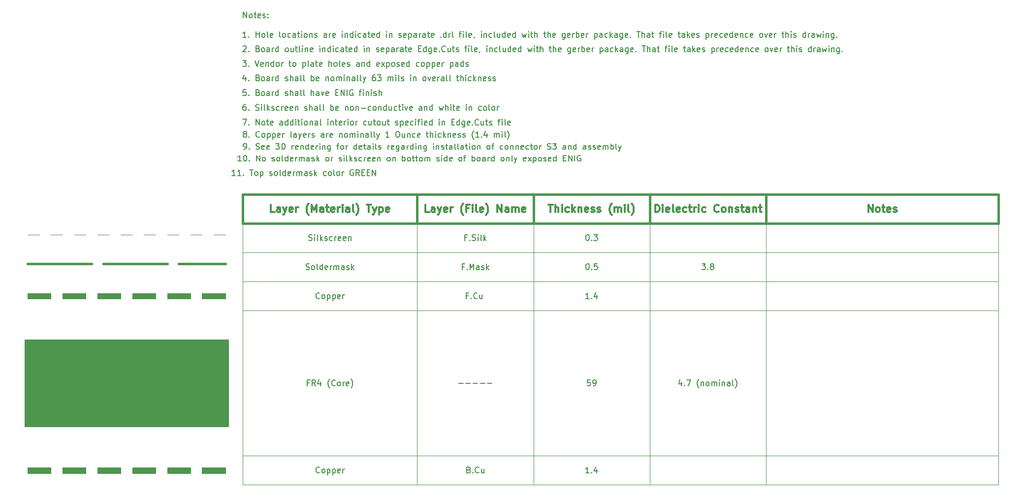
<source format=gbr>
G04 #@! TF.GenerationSoftware,KiCad,Pcbnew,6.0.4-6f826c9f35~116~ubuntu20.04.1*
G04 #@! TF.CreationDate,2022-04-28T21:29:12-04:00*
G04 #@! TF.ProjectId,LWA Active Test 2022,4c574120-4163-4746-9976-652054657374,1.1*
G04 #@! TF.SameCoordinates,Original*
G04 #@! TF.FileFunction,OtherDrawing,Comment*
%FSLAX46Y46*%
G04 Gerber Fmt 4.6, Leading zero omitted, Abs format (unit mm)*
G04 Created by KiCad (PCBNEW 6.0.4-6f826c9f35~116~ubuntu20.04.1) date 2022-04-28 21:29:12*
%MOMM*%
%LPD*%
G01*
G04 APERTURE LIST*
%ADD10C,0.150000*%
%ADD11C,0.300000*%
%ADD12C,0.120000*%
%ADD13C,0.400000*%
%ADD14C,0.100000*%
G04 APERTURE END LIST*
D10*
X193650038Y-69286380D02*
X193078609Y-69286380D01*
X193364323Y-69286380D02*
X193364323Y-68286380D01*
X193269085Y-68429238D01*
X193173847Y-68524476D01*
X193078609Y-68572095D01*
X194269085Y-68286380D02*
X194364323Y-68286380D01*
X194459561Y-68334000D01*
X194507180Y-68381619D01*
X194554800Y-68476857D01*
X194602419Y-68667333D01*
X194602419Y-68905428D01*
X194554800Y-69095904D01*
X194507180Y-69191142D01*
X194459561Y-69238761D01*
X194364323Y-69286380D01*
X194269085Y-69286380D01*
X194173847Y-69238761D01*
X194126228Y-69191142D01*
X194078609Y-69095904D01*
X194030990Y-68905428D01*
X194030990Y-68667333D01*
X194078609Y-68476857D01*
X194126228Y-68381619D01*
X194173847Y-68334000D01*
X194269085Y-68286380D01*
X195030990Y-69191142D02*
X195078609Y-69238761D01*
X195030990Y-69286380D01*
X194983371Y-69238761D01*
X195030990Y-69191142D01*
X195030990Y-69286380D01*
X196269085Y-69286380D02*
X196269085Y-68286380D01*
X196840514Y-69286380D01*
X196840514Y-68286380D01*
X197459561Y-69286380D02*
X197364323Y-69238761D01*
X197316704Y-69191142D01*
X197269085Y-69095904D01*
X197269085Y-68810190D01*
X197316704Y-68714952D01*
X197364323Y-68667333D01*
X197459561Y-68619714D01*
X197602419Y-68619714D01*
X197697657Y-68667333D01*
X197745276Y-68714952D01*
X197792895Y-68810190D01*
X197792895Y-69095904D01*
X197745276Y-69191142D01*
X197697657Y-69238761D01*
X197602419Y-69286380D01*
X197459561Y-69286380D01*
X198935752Y-69238761D02*
X199030990Y-69286380D01*
X199221466Y-69286380D01*
X199316704Y-69238761D01*
X199364323Y-69143523D01*
X199364323Y-69095904D01*
X199316704Y-69000666D01*
X199221466Y-68953047D01*
X199078609Y-68953047D01*
X198983371Y-68905428D01*
X198935752Y-68810190D01*
X198935752Y-68762571D01*
X198983371Y-68667333D01*
X199078609Y-68619714D01*
X199221466Y-68619714D01*
X199316704Y-68667333D01*
X199935752Y-69286380D02*
X199840514Y-69238761D01*
X199792895Y-69191142D01*
X199745276Y-69095904D01*
X199745276Y-68810190D01*
X199792895Y-68714952D01*
X199840514Y-68667333D01*
X199935752Y-68619714D01*
X200078609Y-68619714D01*
X200173847Y-68667333D01*
X200221466Y-68714952D01*
X200269085Y-68810190D01*
X200269085Y-69095904D01*
X200221466Y-69191142D01*
X200173847Y-69238761D01*
X200078609Y-69286380D01*
X199935752Y-69286380D01*
X200840514Y-69286380D02*
X200745276Y-69238761D01*
X200697657Y-69143523D01*
X200697657Y-68286380D01*
X201650038Y-69286380D02*
X201650038Y-68286380D01*
X201650038Y-69238761D02*
X201554800Y-69286380D01*
X201364323Y-69286380D01*
X201269085Y-69238761D01*
X201221466Y-69191142D01*
X201173847Y-69095904D01*
X201173847Y-68810190D01*
X201221466Y-68714952D01*
X201269085Y-68667333D01*
X201364323Y-68619714D01*
X201554800Y-68619714D01*
X201650038Y-68667333D01*
X202507180Y-69238761D02*
X202411942Y-69286380D01*
X202221466Y-69286380D01*
X202126228Y-69238761D01*
X202078609Y-69143523D01*
X202078609Y-68762571D01*
X202126228Y-68667333D01*
X202221466Y-68619714D01*
X202411942Y-68619714D01*
X202507180Y-68667333D01*
X202554800Y-68762571D01*
X202554800Y-68857809D01*
X202078609Y-68953047D01*
X202983371Y-69286380D02*
X202983371Y-68619714D01*
X202983371Y-68810190D02*
X203030990Y-68714952D01*
X203078609Y-68667333D01*
X203173847Y-68619714D01*
X203269085Y-68619714D01*
X203602419Y-69286380D02*
X203602419Y-68619714D01*
X203602419Y-68714952D02*
X203650038Y-68667333D01*
X203745276Y-68619714D01*
X203888133Y-68619714D01*
X203983371Y-68667333D01*
X204030990Y-68762571D01*
X204030990Y-69286380D01*
X204030990Y-68762571D02*
X204078609Y-68667333D01*
X204173847Y-68619714D01*
X204316704Y-68619714D01*
X204411942Y-68667333D01*
X204459561Y-68762571D01*
X204459561Y-69286380D01*
X205364323Y-69286380D02*
X205364323Y-68762571D01*
X205316704Y-68667333D01*
X205221466Y-68619714D01*
X205030990Y-68619714D01*
X204935752Y-68667333D01*
X205364323Y-69238761D02*
X205269085Y-69286380D01*
X205030990Y-69286380D01*
X204935752Y-69238761D01*
X204888133Y-69143523D01*
X204888133Y-69048285D01*
X204935752Y-68953047D01*
X205030990Y-68905428D01*
X205269085Y-68905428D01*
X205364323Y-68857809D01*
X205792895Y-69238761D02*
X205888133Y-69286380D01*
X206078609Y-69286380D01*
X206173847Y-69238761D01*
X206221466Y-69143523D01*
X206221466Y-69095904D01*
X206173847Y-69000666D01*
X206078609Y-68953047D01*
X205935752Y-68953047D01*
X205840514Y-68905428D01*
X205792895Y-68810190D01*
X205792895Y-68762571D01*
X205840514Y-68667333D01*
X205935752Y-68619714D01*
X206078609Y-68619714D01*
X206173847Y-68667333D01*
X206650038Y-69286380D02*
X206650038Y-68286380D01*
X206745276Y-68905428D02*
X207030990Y-69286380D01*
X207030990Y-68619714D02*
X206650038Y-69000666D01*
X208364323Y-69286380D02*
X208269085Y-69238761D01*
X208221466Y-69191142D01*
X208173847Y-69095904D01*
X208173847Y-68810190D01*
X208221466Y-68714952D01*
X208269085Y-68667333D01*
X208364323Y-68619714D01*
X208507180Y-68619714D01*
X208602419Y-68667333D01*
X208650038Y-68714952D01*
X208697657Y-68810190D01*
X208697657Y-69095904D01*
X208650038Y-69191142D01*
X208602419Y-69238761D01*
X208507180Y-69286380D01*
X208364323Y-69286380D01*
X209126228Y-69286380D02*
X209126228Y-68619714D01*
X209126228Y-68810190D02*
X209173847Y-68714952D01*
X209221466Y-68667333D01*
X209316704Y-68619714D01*
X209411942Y-68619714D01*
X210459561Y-69238761D02*
X210554800Y-69286380D01*
X210745276Y-69286380D01*
X210840514Y-69238761D01*
X210888133Y-69143523D01*
X210888133Y-69095904D01*
X210840514Y-69000666D01*
X210745276Y-68953047D01*
X210602419Y-68953047D01*
X210507180Y-68905428D01*
X210459561Y-68810190D01*
X210459561Y-68762571D01*
X210507180Y-68667333D01*
X210602419Y-68619714D01*
X210745276Y-68619714D01*
X210840514Y-68667333D01*
X211316704Y-69286380D02*
X211316704Y-68619714D01*
X211316704Y-68286380D02*
X211269085Y-68334000D01*
X211316704Y-68381619D01*
X211364323Y-68334000D01*
X211316704Y-68286380D01*
X211316704Y-68381619D01*
X211935752Y-69286380D02*
X211840514Y-69238761D01*
X211792895Y-69143523D01*
X211792895Y-68286380D01*
X212316704Y-69286380D02*
X212316704Y-68286380D01*
X212411942Y-68905428D02*
X212697657Y-69286380D01*
X212697657Y-68619714D02*
X212316704Y-69000666D01*
X213078609Y-69238761D02*
X213173847Y-69286380D01*
X213364323Y-69286380D01*
X213459561Y-69238761D01*
X213507180Y-69143523D01*
X213507180Y-69095904D01*
X213459561Y-69000666D01*
X213364323Y-68953047D01*
X213221466Y-68953047D01*
X213126228Y-68905428D01*
X213078609Y-68810190D01*
X213078609Y-68762571D01*
X213126228Y-68667333D01*
X213221466Y-68619714D01*
X213364323Y-68619714D01*
X213459561Y-68667333D01*
X214364323Y-69238761D02*
X214269085Y-69286380D01*
X214078609Y-69286380D01*
X213983371Y-69238761D01*
X213935752Y-69191142D01*
X213888133Y-69095904D01*
X213888133Y-68810190D01*
X213935752Y-68714952D01*
X213983371Y-68667333D01*
X214078609Y-68619714D01*
X214269085Y-68619714D01*
X214364323Y-68667333D01*
X214792895Y-69286380D02*
X214792895Y-68619714D01*
X214792895Y-68810190D02*
X214840514Y-68714952D01*
X214888133Y-68667333D01*
X214983371Y-68619714D01*
X215078609Y-68619714D01*
X215792895Y-69238761D02*
X215697657Y-69286380D01*
X215507180Y-69286380D01*
X215411942Y-69238761D01*
X215364323Y-69143523D01*
X215364323Y-68762571D01*
X215411942Y-68667333D01*
X215507180Y-68619714D01*
X215697657Y-68619714D01*
X215792895Y-68667333D01*
X215840514Y-68762571D01*
X215840514Y-68857809D01*
X215364323Y-68953047D01*
X216650038Y-69238761D02*
X216554800Y-69286380D01*
X216364323Y-69286380D01*
X216269085Y-69238761D01*
X216221466Y-69143523D01*
X216221466Y-68762571D01*
X216269085Y-68667333D01*
X216364323Y-68619714D01*
X216554800Y-68619714D01*
X216650038Y-68667333D01*
X216697657Y-68762571D01*
X216697657Y-68857809D01*
X216221466Y-68953047D01*
X217126228Y-68619714D02*
X217126228Y-69286380D01*
X217126228Y-68714952D02*
X217173847Y-68667333D01*
X217269085Y-68619714D01*
X217411942Y-68619714D01*
X217507180Y-68667333D01*
X217554800Y-68762571D01*
X217554800Y-69286380D01*
X218935752Y-69286380D02*
X218840514Y-69238761D01*
X218792895Y-69191142D01*
X218745276Y-69095904D01*
X218745276Y-68810190D01*
X218792895Y-68714952D01*
X218840514Y-68667333D01*
X218935752Y-68619714D01*
X219078609Y-68619714D01*
X219173847Y-68667333D01*
X219221466Y-68714952D01*
X219269085Y-68810190D01*
X219269085Y-69095904D01*
X219221466Y-69191142D01*
X219173847Y-69238761D01*
X219078609Y-69286380D01*
X218935752Y-69286380D01*
X219697657Y-68619714D02*
X219697657Y-69286380D01*
X219697657Y-68714952D02*
X219745276Y-68667333D01*
X219840514Y-68619714D01*
X219983371Y-68619714D01*
X220078609Y-68667333D01*
X220126228Y-68762571D01*
X220126228Y-69286380D01*
X221364323Y-69286380D02*
X221364323Y-68286380D01*
X221364323Y-68667333D02*
X221459561Y-68619714D01*
X221650038Y-68619714D01*
X221745276Y-68667333D01*
X221792895Y-68714952D01*
X221840514Y-68810190D01*
X221840514Y-69095904D01*
X221792895Y-69191142D01*
X221745276Y-69238761D01*
X221650038Y-69286380D01*
X221459561Y-69286380D01*
X221364323Y-69238761D01*
X222411942Y-69286380D02*
X222316704Y-69238761D01*
X222269085Y-69191142D01*
X222221466Y-69095904D01*
X222221466Y-68810190D01*
X222269085Y-68714952D01*
X222316704Y-68667333D01*
X222411942Y-68619714D01*
X222554800Y-68619714D01*
X222650038Y-68667333D01*
X222697657Y-68714952D01*
X222745276Y-68810190D01*
X222745276Y-69095904D01*
X222697657Y-69191142D01*
X222650038Y-69238761D01*
X222554800Y-69286380D01*
X222411942Y-69286380D01*
X223030990Y-68619714D02*
X223411942Y-68619714D01*
X223173847Y-68286380D02*
X223173847Y-69143523D01*
X223221466Y-69238761D01*
X223316704Y-69286380D01*
X223411942Y-69286380D01*
X223602419Y-68619714D02*
X223983371Y-68619714D01*
X223745276Y-68286380D02*
X223745276Y-69143523D01*
X223792895Y-69238761D01*
X223888133Y-69286380D01*
X223983371Y-69286380D01*
X224459561Y-69286380D02*
X224364323Y-69238761D01*
X224316704Y-69191142D01*
X224269085Y-69095904D01*
X224269085Y-68810190D01*
X224316704Y-68714952D01*
X224364323Y-68667333D01*
X224459561Y-68619714D01*
X224602419Y-68619714D01*
X224697657Y-68667333D01*
X224745276Y-68714952D01*
X224792895Y-68810190D01*
X224792895Y-69095904D01*
X224745276Y-69191142D01*
X224697657Y-69238761D01*
X224602419Y-69286380D01*
X224459561Y-69286380D01*
X225221466Y-69286380D02*
X225221466Y-68619714D01*
X225221466Y-68714952D02*
X225269085Y-68667333D01*
X225364323Y-68619714D01*
X225507180Y-68619714D01*
X225602419Y-68667333D01*
X225650038Y-68762571D01*
X225650038Y-69286380D01*
X225650038Y-68762571D02*
X225697657Y-68667333D01*
X225792895Y-68619714D01*
X225935752Y-68619714D01*
X226030990Y-68667333D01*
X226078609Y-68762571D01*
X226078609Y-69286380D01*
X227269085Y-69238761D02*
X227364323Y-69286380D01*
X227554800Y-69286380D01*
X227650038Y-69238761D01*
X227697657Y-69143523D01*
X227697657Y-69095904D01*
X227650038Y-69000666D01*
X227554800Y-68953047D01*
X227411942Y-68953047D01*
X227316704Y-68905428D01*
X227269085Y-68810190D01*
X227269085Y-68762571D01*
X227316704Y-68667333D01*
X227411942Y-68619714D01*
X227554800Y-68619714D01*
X227650038Y-68667333D01*
X228126228Y-69286380D02*
X228126228Y-68619714D01*
X228126228Y-68286380D02*
X228078609Y-68334000D01*
X228126228Y-68381619D01*
X228173847Y-68334000D01*
X228126228Y-68286380D01*
X228126228Y-68381619D01*
X229030990Y-69286380D02*
X229030990Y-68286380D01*
X229030990Y-69238761D02*
X228935752Y-69286380D01*
X228745276Y-69286380D01*
X228650038Y-69238761D01*
X228602419Y-69191142D01*
X228554800Y-69095904D01*
X228554800Y-68810190D01*
X228602419Y-68714952D01*
X228650038Y-68667333D01*
X228745276Y-68619714D01*
X228935752Y-68619714D01*
X229030990Y-68667333D01*
X229888133Y-69238761D02*
X229792895Y-69286380D01*
X229602419Y-69286380D01*
X229507180Y-69238761D01*
X229459561Y-69143523D01*
X229459561Y-68762571D01*
X229507180Y-68667333D01*
X229602419Y-68619714D01*
X229792895Y-68619714D01*
X229888133Y-68667333D01*
X229935752Y-68762571D01*
X229935752Y-68857809D01*
X229459561Y-68953047D01*
X231269085Y-69286380D02*
X231173847Y-69238761D01*
X231126228Y-69191142D01*
X231078609Y-69095904D01*
X231078609Y-68810190D01*
X231126228Y-68714952D01*
X231173847Y-68667333D01*
X231269085Y-68619714D01*
X231411942Y-68619714D01*
X231507180Y-68667333D01*
X231554800Y-68714952D01*
X231602419Y-68810190D01*
X231602419Y-69095904D01*
X231554800Y-69191142D01*
X231507180Y-69238761D01*
X231411942Y-69286380D01*
X231269085Y-69286380D01*
X231888133Y-68619714D02*
X232269085Y-68619714D01*
X232030990Y-69286380D02*
X232030990Y-68429238D01*
X232078609Y-68334000D01*
X232173847Y-68286380D01*
X232269085Y-68286380D01*
X233364323Y-69286380D02*
X233364323Y-68286380D01*
X233364323Y-68667333D02*
X233459561Y-68619714D01*
X233650038Y-68619714D01*
X233745276Y-68667333D01*
X233792895Y-68714952D01*
X233840514Y-68810190D01*
X233840514Y-69095904D01*
X233792895Y-69191142D01*
X233745276Y-69238761D01*
X233650038Y-69286380D01*
X233459561Y-69286380D01*
X233364323Y-69238761D01*
X234411942Y-69286380D02*
X234316704Y-69238761D01*
X234269085Y-69191142D01*
X234221466Y-69095904D01*
X234221466Y-68810190D01*
X234269085Y-68714952D01*
X234316704Y-68667333D01*
X234411942Y-68619714D01*
X234554800Y-68619714D01*
X234650038Y-68667333D01*
X234697657Y-68714952D01*
X234745276Y-68810190D01*
X234745276Y-69095904D01*
X234697657Y-69191142D01*
X234650038Y-69238761D01*
X234554800Y-69286380D01*
X234411942Y-69286380D01*
X235602419Y-69286380D02*
X235602419Y-68762571D01*
X235554800Y-68667333D01*
X235459561Y-68619714D01*
X235269085Y-68619714D01*
X235173847Y-68667333D01*
X235602419Y-69238761D02*
X235507180Y-69286380D01*
X235269085Y-69286380D01*
X235173847Y-69238761D01*
X235126228Y-69143523D01*
X235126228Y-69048285D01*
X235173847Y-68953047D01*
X235269085Y-68905428D01*
X235507180Y-68905428D01*
X235602419Y-68857809D01*
X236078609Y-69286380D02*
X236078609Y-68619714D01*
X236078609Y-68810190D02*
X236126228Y-68714952D01*
X236173847Y-68667333D01*
X236269085Y-68619714D01*
X236364323Y-68619714D01*
X237126228Y-69286380D02*
X237126228Y-68286380D01*
X237126228Y-69238761D02*
X237030990Y-69286380D01*
X236840514Y-69286380D01*
X236745276Y-69238761D01*
X236697657Y-69191142D01*
X236650038Y-69095904D01*
X236650038Y-68810190D01*
X236697657Y-68714952D01*
X236745276Y-68667333D01*
X236840514Y-68619714D01*
X237030990Y-68619714D01*
X237126228Y-68667333D01*
X238507180Y-69286380D02*
X238411942Y-69238761D01*
X238364323Y-69191142D01*
X238316704Y-69095904D01*
X238316704Y-68810190D01*
X238364323Y-68714952D01*
X238411942Y-68667333D01*
X238507180Y-68619714D01*
X238650038Y-68619714D01*
X238745276Y-68667333D01*
X238792895Y-68714952D01*
X238840514Y-68810190D01*
X238840514Y-69095904D01*
X238792895Y-69191142D01*
X238745276Y-69238761D01*
X238650038Y-69286380D01*
X238507180Y-69286380D01*
X239269085Y-68619714D02*
X239269085Y-69286380D01*
X239269085Y-68714952D02*
X239316704Y-68667333D01*
X239411942Y-68619714D01*
X239554800Y-68619714D01*
X239650038Y-68667333D01*
X239697657Y-68762571D01*
X239697657Y-69286380D01*
X240316704Y-69286380D02*
X240221466Y-69238761D01*
X240173847Y-69143523D01*
X240173847Y-68286380D01*
X240602419Y-68619714D02*
X240840514Y-69286380D01*
X241078609Y-68619714D02*
X240840514Y-69286380D01*
X240745276Y-69524476D01*
X240697657Y-69572095D01*
X240602419Y-69619714D01*
X242602419Y-69238761D02*
X242507180Y-69286380D01*
X242316704Y-69286380D01*
X242221466Y-69238761D01*
X242173847Y-69143523D01*
X242173847Y-68762571D01*
X242221466Y-68667333D01*
X242316704Y-68619714D01*
X242507180Y-68619714D01*
X242602419Y-68667333D01*
X242650038Y-68762571D01*
X242650038Y-68857809D01*
X242173847Y-68953047D01*
X242983371Y-69286380D02*
X243507180Y-68619714D01*
X242983371Y-68619714D02*
X243507180Y-69286380D01*
X243888133Y-68619714D02*
X243888133Y-69619714D01*
X243888133Y-68667333D02*
X243983371Y-68619714D01*
X244173847Y-68619714D01*
X244269085Y-68667333D01*
X244316704Y-68714952D01*
X244364323Y-68810190D01*
X244364323Y-69095904D01*
X244316704Y-69191142D01*
X244269085Y-69238761D01*
X244173847Y-69286380D01*
X243983371Y-69286380D01*
X243888133Y-69238761D01*
X244935752Y-69286380D02*
X244840514Y-69238761D01*
X244792895Y-69191142D01*
X244745276Y-69095904D01*
X244745276Y-68810190D01*
X244792895Y-68714952D01*
X244840514Y-68667333D01*
X244935752Y-68619714D01*
X245078609Y-68619714D01*
X245173847Y-68667333D01*
X245221466Y-68714952D01*
X245269085Y-68810190D01*
X245269085Y-69095904D01*
X245221466Y-69191142D01*
X245173847Y-69238761D01*
X245078609Y-69286380D01*
X244935752Y-69286380D01*
X245650038Y-69238761D02*
X245745276Y-69286380D01*
X245935752Y-69286380D01*
X246030990Y-69238761D01*
X246078609Y-69143523D01*
X246078609Y-69095904D01*
X246030990Y-69000666D01*
X245935752Y-68953047D01*
X245792895Y-68953047D01*
X245697657Y-68905428D01*
X245650038Y-68810190D01*
X245650038Y-68762571D01*
X245697657Y-68667333D01*
X245792895Y-68619714D01*
X245935752Y-68619714D01*
X246030990Y-68667333D01*
X246888133Y-69238761D02*
X246792895Y-69286380D01*
X246602419Y-69286380D01*
X246507180Y-69238761D01*
X246459561Y-69143523D01*
X246459561Y-68762571D01*
X246507180Y-68667333D01*
X246602419Y-68619714D01*
X246792895Y-68619714D01*
X246888133Y-68667333D01*
X246935752Y-68762571D01*
X246935752Y-68857809D01*
X246459561Y-68953047D01*
X247792895Y-69286380D02*
X247792895Y-68286380D01*
X247792895Y-69238761D02*
X247697657Y-69286380D01*
X247507180Y-69286380D01*
X247411942Y-69238761D01*
X247364323Y-69191142D01*
X247316704Y-69095904D01*
X247316704Y-68810190D01*
X247364323Y-68714952D01*
X247411942Y-68667333D01*
X247507180Y-68619714D01*
X247697657Y-68619714D01*
X247792895Y-68667333D01*
X249030990Y-68762571D02*
X249364323Y-68762571D01*
X249507180Y-69286380D02*
X249030990Y-69286380D01*
X249030990Y-68286380D01*
X249507180Y-68286380D01*
X249935752Y-69286380D02*
X249935752Y-68286380D01*
X250507180Y-69286380D01*
X250507180Y-68286380D01*
X250983371Y-69286380D02*
X250983371Y-68286380D01*
X251983371Y-68334000D02*
X251888133Y-68286380D01*
X251745276Y-68286380D01*
X251602419Y-68334000D01*
X251507180Y-68429238D01*
X251459561Y-68524476D01*
X251411942Y-68714952D01*
X251411942Y-68857809D01*
X251459561Y-69048285D01*
X251507180Y-69143523D01*
X251602419Y-69238761D01*
X251745276Y-69286380D01*
X251840514Y-69286380D01*
X251983371Y-69238761D01*
X252030990Y-69191142D01*
X252030990Y-68857809D01*
X251840514Y-68857809D01*
X192635076Y-71750180D02*
X192063647Y-71750180D01*
X192349361Y-71750180D02*
X192349361Y-70750180D01*
X192254123Y-70893038D01*
X192158885Y-70988276D01*
X192063647Y-71035895D01*
X193587457Y-71750180D02*
X193016028Y-71750180D01*
X193301742Y-71750180D02*
X193301742Y-70750180D01*
X193206504Y-70893038D01*
X193111266Y-70988276D01*
X193016028Y-71035895D01*
X194016028Y-71654942D02*
X194063647Y-71702561D01*
X194016028Y-71750180D01*
X193968409Y-71702561D01*
X194016028Y-71654942D01*
X194016028Y-71750180D01*
X195111266Y-70750180D02*
X195682695Y-70750180D01*
X195396980Y-71750180D02*
X195396980Y-70750180D01*
X196158885Y-71750180D02*
X196063647Y-71702561D01*
X196016028Y-71654942D01*
X195968409Y-71559704D01*
X195968409Y-71273990D01*
X196016028Y-71178752D01*
X196063647Y-71131133D01*
X196158885Y-71083514D01*
X196301742Y-71083514D01*
X196396980Y-71131133D01*
X196444600Y-71178752D01*
X196492219Y-71273990D01*
X196492219Y-71559704D01*
X196444600Y-71654942D01*
X196396980Y-71702561D01*
X196301742Y-71750180D01*
X196158885Y-71750180D01*
X196920790Y-71083514D02*
X196920790Y-72083514D01*
X196920790Y-71131133D02*
X197016028Y-71083514D01*
X197206504Y-71083514D01*
X197301742Y-71131133D01*
X197349361Y-71178752D01*
X197396980Y-71273990D01*
X197396980Y-71559704D01*
X197349361Y-71654942D01*
X197301742Y-71702561D01*
X197206504Y-71750180D01*
X197016028Y-71750180D01*
X196920790Y-71702561D01*
X198539838Y-71702561D02*
X198635076Y-71750180D01*
X198825552Y-71750180D01*
X198920790Y-71702561D01*
X198968409Y-71607323D01*
X198968409Y-71559704D01*
X198920790Y-71464466D01*
X198825552Y-71416847D01*
X198682695Y-71416847D01*
X198587457Y-71369228D01*
X198539838Y-71273990D01*
X198539838Y-71226371D01*
X198587457Y-71131133D01*
X198682695Y-71083514D01*
X198825552Y-71083514D01*
X198920790Y-71131133D01*
X199539838Y-71750180D02*
X199444600Y-71702561D01*
X199396980Y-71654942D01*
X199349361Y-71559704D01*
X199349361Y-71273990D01*
X199396980Y-71178752D01*
X199444600Y-71131133D01*
X199539838Y-71083514D01*
X199682695Y-71083514D01*
X199777933Y-71131133D01*
X199825552Y-71178752D01*
X199873171Y-71273990D01*
X199873171Y-71559704D01*
X199825552Y-71654942D01*
X199777933Y-71702561D01*
X199682695Y-71750180D01*
X199539838Y-71750180D01*
X200444600Y-71750180D02*
X200349361Y-71702561D01*
X200301742Y-71607323D01*
X200301742Y-70750180D01*
X201254123Y-71750180D02*
X201254123Y-70750180D01*
X201254123Y-71702561D02*
X201158885Y-71750180D01*
X200968409Y-71750180D01*
X200873171Y-71702561D01*
X200825552Y-71654942D01*
X200777933Y-71559704D01*
X200777933Y-71273990D01*
X200825552Y-71178752D01*
X200873171Y-71131133D01*
X200968409Y-71083514D01*
X201158885Y-71083514D01*
X201254123Y-71131133D01*
X202111266Y-71702561D02*
X202016028Y-71750180D01*
X201825552Y-71750180D01*
X201730314Y-71702561D01*
X201682695Y-71607323D01*
X201682695Y-71226371D01*
X201730314Y-71131133D01*
X201825552Y-71083514D01*
X202016028Y-71083514D01*
X202111266Y-71131133D01*
X202158885Y-71226371D01*
X202158885Y-71321609D01*
X201682695Y-71416847D01*
X202587457Y-71750180D02*
X202587457Y-71083514D01*
X202587457Y-71273990D02*
X202635076Y-71178752D01*
X202682695Y-71131133D01*
X202777933Y-71083514D01*
X202873171Y-71083514D01*
X203206504Y-71750180D02*
X203206504Y-71083514D01*
X203206504Y-71178752D02*
X203254123Y-71131133D01*
X203349361Y-71083514D01*
X203492219Y-71083514D01*
X203587457Y-71131133D01*
X203635076Y-71226371D01*
X203635076Y-71750180D01*
X203635076Y-71226371D02*
X203682695Y-71131133D01*
X203777933Y-71083514D01*
X203920790Y-71083514D01*
X204016028Y-71131133D01*
X204063647Y-71226371D01*
X204063647Y-71750180D01*
X204968409Y-71750180D02*
X204968409Y-71226371D01*
X204920790Y-71131133D01*
X204825552Y-71083514D01*
X204635076Y-71083514D01*
X204539838Y-71131133D01*
X204968409Y-71702561D02*
X204873171Y-71750180D01*
X204635076Y-71750180D01*
X204539838Y-71702561D01*
X204492219Y-71607323D01*
X204492219Y-71512085D01*
X204539838Y-71416847D01*
X204635076Y-71369228D01*
X204873171Y-71369228D01*
X204968409Y-71321609D01*
X205396980Y-71702561D02*
X205492219Y-71750180D01*
X205682695Y-71750180D01*
X205777933Y-71702561D01*
X205825552Y-71607323D01*
X205825552Y-71559704D01*
X205777933Y-71464466D01*
X205682695Y-71416847D01*
X205539838Y-71416847D01*
X205444600Y-71369228D01*
X205396980Y-71273990D01*
X205396980Y-71226371D01*
X205444600Y-71131133D01*
X205539838Y-71083514D01*
X205682695Y-71083514D01*
X205777933Y-71131133D01*
X206254123Y-71750180D02*
X206254123Y-70750180D01*
X206349361Y-71369228D02*
X206635076Y-71750180D01*
X206635076Y-71083514D02*
X206254123Y-71464466D01*
X208254123Y-71702561D02*
X208158885Y-71750180D01*
X207968409Y-71750180D01*
X207873171Y-71702561D01*
X207825552Y-71654942D01*
X207777933Y-71559704D01*
X207777933Y-71273990D01*
X207825552Y-71178752D01*
X207873171Y-71131133D01*
X207968409Y-71083514D01*
X208158885Y-71083514D01*
X208254123Y-71131133D01*
X208825552Y-71750180D02*
X208730314Y-71702561D01*
X208682695Y-71654942D01*
X208635076Y-71559704D01*
X208635076Y-71273990D01*
X208682695Y-71178752D01*
X208730314Y-71131133D01*
X208825552Y-71083514D01*
X208968409Y-71083514D01*
X209063647Y-71131133D01*
X209111266Y-71178752D01*
X209158885Y-71273990D01*
X209158885Y-71559704D01*
X209111266Y-71654942D01*
X209063647Y-71702561D01*
X208968409Y-71750180D01*
X208825552Y-71750180D01*
X209730314Y-71750180D02*
X209635076Y-71702561D01*
X209587457Y-71607323D01*
X209587457Y-70750180D01*
X210254123Y-71750180D02*
X210158885Y-71702561D01*
X210111266Y-71654942D01*
X210063647Y-71559704D01*
X210063647Y-71273990D01*
X210111266Y-71178752D01*
X210158885Y-71131133D01*
X210254123Y-71083514D01*
X210396980Y-71083514D01*
X210492219Y-71131133D01*
X210539838Y-71178752D01*
X210587457Y-71273990D01*
X210587457Y-71559704D01*
X210539838Y-71654942D01*
X210492219Y-71702561D01*
X210396980Y-71750180D01*
X210254123Y-71750180D01*
X211016028Y-71750180D02*
X211016028Y-71083514D01*
X211016028Y-71273990D02*
X211063647Y-71178752D01*
X211111266Y-71131133D01*
X211206504Y-71083514D01*
X211301742Y-71083514D01*
X212920790Y-70797800D02*
X212825552Y-70750180D01*
X212682695Y-70750180D01*
X212539838Y-70797800D01*
X212444600Y-70893038D01*
X212396980Y-70988276D01*
X212349361Y-71178752D01*
X212349361Y-71321609D01*
X212396980Y-71512085D01*
X212444600Y-71607323D01*
X212539838Y-71702561D01*
X212682695Y-71750180D01*
X212777933Y-71750180D01*
X212920790Y-71702561D01*
X212968409Y-71654942D01*
X212968409Y-71321609D01*
X212777933Y-71321609D01*
X213968409Y-71750180D02*
X213635076Y-71273990D01*
X213396980Y-71750180D02*
X213396980Y-70750180D01*
X213777933Y-70750180D01*
X213873171Y-70797800D01*
X213920790Y-70845419D01*
X213968409Y-70940657D01*
X213968409Y-71083514D01*
X213920790Y-71178752D01*
X213873171Y-71226371D01*
X213777933Y-71273990D01*
X213396980Y-71273990D01*
X214396980Y-71226371D02*
X214730314Y-71226371D01*
X214873171Y-71750180D02*
X214396980Y-71750180D01*
X214396980Y-70750180D01*
X214873171Y-70750180D01*
X215301742Y-71226371D02*
X215635076Y-71226371D01*
X215777933Y-71750180D02*
X215301742Y-71750180D01*
X215301742Y-70750180D01*
X215777933Y-70750180D01*
X216206504Y-71750180D02*
X216206504Y-70750180D01*
X216777933Y-71750180D01*
X216777933Y-70750180D01*
X194110895Y-67254380D02*
X194301371Y-67254380D01*
X194396609Y-67206761D01*
X194444228Y-67159142D01*
X194539466Y-67016285D01*
X194587085Y-66825809D01*
X194587085Y-66444857D01*
X194539466Y-66349619D01*
X194491847Y-66302000D01*
X194396609Y-66254380D01*
X194206133Y-66254380D01*
X194110895Y-66302000D01*
X194063276Y-66349619D01*
X194015657Y-66444857D01*
X194015657Y-66682952D01*
X194063276Y-66778190D01*
X194110895Y-66825809D01*
X194206133Y-66873428D01*
X194396609Y-66873428D01*
X194491847Y-66825809D01*
X194539466Y-66778190D01*
X194587085Y-66682952D01*
X195015657Y-67159142D02*
X195063276Y-67206761D01*
X195015657Y-67254380D01*
X194968038Y-67206761D01*
X195015657Y-67159142D01*
X195015657Y-67254380D01*
X196206133Y-67206761D02*
X196348990Y-67254380D01*
X196587085Y-67254380D01*
X196682323Y-67206761D01*
X196729942Y-67159142D01*
X196777561Y-67063904D01*
X196777561Y-66968666D01*
X196729942Y-66873428D01*
X196682323Y-66825809D01*
X196587085Y-66778190D01*
X196396609Y-66730571D01*
X196301371Y-66682952D01*
X196253752Y-66635333D01*
X196206133Y-66540095D01*
X196206133Y-66444857D01*
X196253752Y-66349619D01*
X196301371Y-66302000D01*
X196396609Y-66254380D01*
X196634704Y-66254380D01*
X196777561Y-66302000D01*
X197587085Y-67206761D02*
X197491847Y-67254380D01*
X197301371Y-67254380D01*
X197206133Y-67206761D01*
X197158514Y-67111523D01*
X197158514Y-66730571D01*
X197206133Y-66635333D01*
X197301371Y-66587714D01*
X197491847Y-66587714D01*
X197587085Y-66635333D01*
X197634704Y-66730571D01*
X197634704Y-66825809D01*
X197158514Y-66921047D01*
X198444228Y-67206761D02*
X198348990Y-67254380D01*
X198158514Y-67254380D01*
X198063276Y-67206761D01*
X198015657Y-67111523D01*
X198015657Y-66730571D01*
X198063276Y-66635333D01*
X198158514Y-66587714D01*
X198348990Y-66587714D01*
X198444228Y-66635333D01*
X198491847Y-66730571D01*
X198491847Y-66825809D01*
X198015657Y-66921047D01*
X199587085Y-66254380D02*
X200206133Y-66254380D01*
X199872800Y-66635333D01*
X200015657Y-66635333D01*
X200110895Y-66682952D01*
X200158514Y-66730571D01*
X200206133Y-66825809D01*
X200206133Y-67063904D01*
X200158514Y-67159142D01*
X200110895Y-67206761D01*
X200015657Y-67254380D01*
X199729942Y-67254380D01*
X199634704Y-67206761D01*
X199587085Y-67159142D01*
X200634704Y-67254380D02*
X200634704Y-66254380D01*
X200872800Y-66254380D01*
X201015657Y-66302000D01*
X201110895Y-66397238D01*
X201158514Y-66492476D01*
X201206133Y-66682952D01*
X201206133Y-66825809D01*
X201158514Y-67016285D01*
X201110895Y-67111523D01*
X201015657Y-67206761D01*
X200872800Y-67254380D01*
X200634704Y-67254380D01*
X202396609Y-67254380D02*
X202396609Y-66587714D01*
X202396609Y-66778190D02*
X202444228Y-66682952D01*
X202491847Y-66635333D01*
X202587085Y-66587714D01*
X202682323Y-66587714D01*
X203396609Y-67206761D02*
X203301371Y-67254380D01*
X203110895Y-67254380D01*
X203015657Y-67206761D01*
X202968038Y-67111523D01*
X202968038Y-66730571D01*
X203015657Y-66635333D01*
X203110895Y-66587714D01*
X203301371Y-66587714D01*
X203396609Y-66635333D01*
X203444228Y-66730571D01*
X203444228Y-66825809D01*
X202968038Y-66921047D01*
X203872800Y-66587714D02*
X203872800Y-67254380D01*
X203872800Y-66682952D02*
X203920419Y-66635333D01*
X204015657Y-66587714D01*
X204158514Y-66587714D01*
X204253752Y-66635333D01*
X204301371Y-66730571D01*
X204301371Y-67254380D01*
X205206133Y-67254380D02*
X205206133Y-66254380D01*
X205206133Y-67206761D02*
X205110895Y-67254380D01*
X204920419Y-67254380D01*
X204825180Y-67206761D01*
X204777561Y-67159142D01*
X204729942Y-67063904D01*
X204729942Y-66778190D01*
X204777561Y-66682952D01*
X204825180Y-66635333D01*
X204920419Y-66587714D01*
X205110895Y-66587714D01*
X205206133Y-66635333D01*
X206063276Y-67206761D02*
X205968038Y-67254380D01*
X205777561Y-67254380D01*
X205682323Y-67206761D01*
X205634704Y-67111523D01*
X205634704Y-66730571D01*
X205682323Y-66635333D01*
X205777561Y-66587714D01*
X205968038Y-66587714D01*
X206063276Y-66635333D01*
X206110895Y-66730571D01*
X206110895Y-66825809D01*
X205634704Y-66921047D01*
X206539466Y-67254380D02*
X206539466Y-66587714D01*
X206539466Y-66778190D02*
X206587085Y-66682952D01*
X206634704Y-66635333D01*
X206729942Y-66587714D01*
X206825180Y-66587714D01*
X207158514Y-67254380D02*
X207158514Y-66587714D01*
X207158514Y-66254380D02*
X207110895Y-66302000D01*
X207158514Y-66349619D01*
X207206133Y-66302000D01*
X207158514Y-66254380D01*
X207158514Y-66349619D01*
X207634704Y-66587714D02*
X207634704Y-67254380D01*
X207634704Y-66682952D02*
X207682323Y-66635333D01*
X207777561Y-66587714D01*
X207920419Y-66587714D01*
X208015657Y-66635333D01*
X208063276Y-66730571D01*
X208063276Y-67254380D01*
X208968038Y-66587714D02*
X208968038Y-67397238D01*
X208920419Y-67492476D01*
X208872800Y-67540095D01*
X208777561Y-67587714D01*
X208634704Y-67587714D01*
X208539466Y-67540095D01*
X208968038Y-67206761D02*
X208872800Y-67254380D01*
X208682323Y-67254380D01*
X208587085Y-67206761D01*
X208539466Y-67159142D01*
X208491847Y-67063904D01*
X208491847Y-66778190D01*
X208539466Y-66682952D01*
X208587085Y-66635333D01*
X208682323Y-66587714D01*
X208872800Y-66587714D01*
X208968038Y-66635333D01*
X210063276Y-66587714D02*
X210444228Y-66587714D01*
X210206133Y-67254380D02*
X210206133Y-66397238D01*
X210253752Y-66302000D01*
X210348990Y-66254380D01*
X210444228Y-66254380D01*
X210920419Y-67254380D02*
X210825180Y-67206761D01*
X210777561Y-67159142D01*
X210729942Y-67063904D01*
X210729942Y-66778190D01*
X210777561Y-66682952D01*
X210825180Y-66635333D01*
X210920419Y-66587714D01*
X211063276Y-66587714D01*
X211158514Y-66635333D01*
X211206133Y-66682952D01*
X211253752Y-66778190D01*
X211253752Y-67063904D01*
X211206133Y-67159142D01*
X211158514Y-67206761D01*
X211063276Y-67254380D01*
X210920419Y-67254380D01*
X211682323Y-67254380D02*
X211682323Y-66587714D01*
X211682323Y-66778190D02*
X211729942Y-66682952D01*
X211777561Y-66635333D01*
X211872800Y-66587714D01*
X211968038Y-66587714D01*
X213491847Y-67254380D02*
X213491847Y-66254380D01*
X213491847Y-67206761D02*
X213396609Y-67254380D01*
X213206133Y-67254380D01*
X213110895Y-67206761D01*
X213063276Y-67159142D01*
X213015657Y-67063904D01*
X213015657Y-66778190D01*
X213063276Y-66682952D01*
X213110895Y-66635333D01*
X213206133Y-66587714D01*
X213396609Y-66587714D01*
X213491847Y-66635333D01*
X214348990Y-67206761D02*
X214253752Y-67254380D01*
X214063276Y-67254380D01*
X213968038Y-67206761D01*
X213920419Y-67111523D01*
X213920419Y-66730571D01*
X213968038Y-66635333D01*
X214063276Y-66587714D01*
X214253752Y-66587714D01*
X214348990Y-66635333D01*
X214396609Y-66730571D01*
X214396609Y-66825809D01*
X213920419Y-66921047D01*
X214682323Y-66587714D02*
X215063276Y-66587714D01*
X214825180Y-66254380D02*
X214825180Y-67111523D01*
X214872800Y-67206761D01*
X214968038Y-67254380D01*
X215063276Y-67254380D01*
X215825180Y-67254380D02*
X215825180Y-66730571D01*
X215777561Y-66635333D01*
X215682323Y-66587714D01*
X215491847Y-66587714D01*
X215396609Y-66635333D01*
X215825180Y-67206761D02*
X215729942Y-67254380D01*
X215491847Y-67254380D01*
X215396609Y-67206761D01*
X215348990Y-67111523D01*
X215348990Y-67016285D01*
X215396609Y-66921047D01*
X215491847Y-66873428D01*
X215729942Y-66873428D01*
X215825180Y-66825809D01*
X216301371Y-67254380D02*
X216301371Y-66587714D01*
X216301371Y-66254380D02*
X216253752Y-66302000D01*
X216301371Y-66349619D01*
X216348990Y-66302000D01*
X216301371Y-66254380D01*
X216301371Y-66349619D01*
X216920419Y-67254380D02*
X216825180Y-67206761D01*
X216777561Y-67111523D01*
X216777561Y-66254380D01*
X217253752Y-67206761D02*
X217348990Y-67254380D01*
X217539466Y-67254380D01*
X217634704Y-67206761D01*
X217682323Y-67111523D01*
X217682323Y-67063904D01*
X217634704Y-66968666D01*
X217539466Y-66921047D01*
X217396609Y-66921047D01*
X217301371Y-66873428D01*
X217253752Y-66778190D01*
X217253752Y-66730571D01*
X217301371Y-66635333D01*
X217396609Y-66587714D01*
X217539466Y-66587714D01*
X217634704Y-66635333D01*
X218872800Y-67254380D02*
X218872800Y-66587714D01*
X218872800Y-66778190D02*
X218920419Y-66682952D01*
X218968038Y-66635333D01*
X219063276Y-66587714D01*
X219158514Y-66587714D01*
X219872800Y-67206761D02*
X219777561Y-67254380D01*
X219587085Y-67254380D01*
X219491847Y-67206761D01*
X219444228Y-67111523D01*
X219444228Y-66730571D01*
X219491847Y-66635333D01*
X219587085Y-66587714D01*
X219777561Y-66587714D01*
X219872800Y-66635333D01*
X219920419Y-66730571D01*
X219920419Y-66825809D01*
X219444228Y-66921047D01*
X220777561Y-66587714D02*
X220777561Y-67397238D01*
X220729942Y-67492476D01*
X220682323Y-67540095D01*
X220587085Y-67587714D01*
X220444228Y-67587714D01*
X220348990Y-67540095D01*
X220777561Y-67206761D02*
X220682323Y-67254380D01*
X220491847Y-67254380D01*
X220396609Y-67206761D01*
X220348990Y-67159142D01*
X220301371Y-67063904D01*
X220301371Y-66778190D01*
X220348990Y-66682952D01*
X220396609Y-66635333D01*
X220491847Y-66587714D01*
X220682323Y-66587714D01*
X220777561Y-66635333D01*
X221682323Y-67254380D02*
X221682323Y-66730571D01*
X221634704Y-66635333D01*
X221539466Y-66587714D01*
X221348990Y-66587714D01*
X221253752Y-66635333D01*
X221682323Y-67206761D02*
X221587085Y-67254380D01*
X221348990Y-67254380D01*
X221253752Y-67206761D01*
X221206133Y-67111523D01*
X221206133Y-67016285D01*
X221253752Y-66921047D01*
X221348990Y-66873428D01*
X221587085Y-66873428D01*
X221682323Y-66825809D01*
X222158514Y-67254380D02*
X222158514Y-66587714D01*
X222158514Y-66778190D02*
X222206133Y-66682952D01*
X222253752Y-66635333D01*
X222348990Y-66587714D01*
X222444228Y-66587714D01*
X223206133Y-67254380D02*
X223206133Y-66254380D01*
X223206133Y-67206761D02*
X223110895Y-67254380D01*
X222920419Y-67254380D01*
X222825180Y-67206761D01*
X222777561Y-67159142D01*
X222729942Y-67063904D01*
X222729942Y-66778190D01*
X222777561Y-66682952D01*
X222825180Y-66635333D01*
X222920419Y-66587714D01*
X223110895Y-66587714D01*
X223206133Y-66635333D01*
X223682323Y-67254380D02*
X223682323Y-66587714D01*
X223682323Y-66254380D02*
X223634704Y-66302000D01*
X223682323Y-66349619D01*
X223729942Y-66302000D01*
X223682323Y-66254380D01*
X223682323Y-66349619D01*
X224158514Y-66587714D02*
X224158514Y-67254380D01*
X224158514Y-66682952D02*
X224206133Y-66635333D01*
X224301371Y-66587714D01*
X224444228Y-66587714D01*
X224539466Y-66635333D01*
X224587085Y-66730571D01*
X224587085Y-67254380D01*
X225491847Y-66587714D02*
X225491847Y-67397238D01*
X225444228Y-67492476D01*
X225396609Y-67540095D01*
X225301371Y-67587714D01*
X225158514Y-67587714D01*
X225063276Y-67540095D01*
X225491847Y-67206761D02*
X225396609Y-67254380D01*
X225206133Y-67254380D01*
X225110895Y-67206761D01*
X225063276Y-67159142D01*
X225015657Y-67063904D01*
X225015657Y-66778190D01*
X225063276Y-66682952D01*
X225110895Y-66635333D01*
X225206133Y-66587714D01*
X225396609Y-66587714D01*
X225491847Y-66635333D01*
X226729942Y-67254380D02*
X226729942Y-66587714D01*
X226729942Y-66254380D02*
X226682323Y-66302000D01*
X226729942Y-66349619D01*
X226777561Y-66302000D01*
X226729942Y-66254380D01*
X226729942Y-66349619D01*
X227206133Y-66587714D02*
X227206133Y-67254380D01*
X227206133Y-66682952D02*
X227253752Y-66635333D01*
X227348990Y-66587714D01*
X227491847Y-66587714D01*
X227587085Y-66635333D01*
X227634704Y-66730571D01*
X227634704Y-67254380D01*
X228063276Y-67206761D02*
X228158514Y-67254380D01*
X228348990Y-67254380D01*
X228444228Y-67206761D01*
X228491847Y-67111523D01*
X228491847Y-67063904D01*
X228444228Y-66968666D01*
X228348990Y-66921047D01*
X228206133Y-66921047D01*
X228110895Y-66873428D01*
X228063276Y-66778190D01*
X228063276Y-66730571D01*
X228110895Y-66635333D01*
X228206133Y-66587714D01*
X228348990Y-66587714D01*
X228444228Y-66635333D01*
X228777561Y-66587714D02*
X229158514Y-66587714D01*
X228920419Y-66254380D02*
X228920419Y-67111523D01*
X228968038Y-67206761D01*
X229063276Y-67254380D01*
X229158514Y-67254380D01*
X229920419Y-67254380D02*
X229920419Y-66730571D01*
X229872800Y-66635333D01*
X229777561Y-66587714D01*
X229587085Y-66587714D01*
X229491847Y-66635333D01*
X229920419Y-67206761D02*
X229825180Y-67254380D01*
X229587085Y-67254380D01*
X229491847Y-67206761D01*
X229444228Y-67111523D01*
X229444228Y-67016285D01*
X229491847Y-66921047D01*
X229587085Y-66873428D01*
X229825180Y-66873428D01*
X229920419Y-66825809D01*
X230539466Y-67254380D02*
X230444228Y-67206761D01*
X230396609Y-67111523D01*
X230396609Y-66254380D01*
X231063276Y-67254380D02*
X230968038Y-67206761D01*
X230920419Y-67111523D01*
X230920419Y-66254380D01*
X231872800Y-67254380D02*
X231872800Y-66730571D01*
X231825180Y-66635333D01*
X231729942Y-66587714D01*
X231539466Y-66587714D01*
X231444228Y-66635333D01*
X231872800Y-67206761D02*
X231777561Y-67254380D01*
X231539466Y-67254380D01*
X231444228Y-67206761D01*
X231396609Y-67111523D01*
X231396609Y-67016285D01*
X231444228Y-66921047D01*
X231539466Y-66873428D01*
X231777561Y-66873428D01*
X231872800Y-66825809D01*
X232206133Y-66587714D02*
X232587085Y-66587714D01*
X232348990Y-66254380D02*
X232348990Y-67111523D01*
X232396609Y-67206761D01*
X232491847Y-67254380D01*
X232587085Y-67254380D01*
X232920419Y-67254380D02*
X232920419Y-66587714D01*
X232920419Y-66254380D02*
X232872800Y-66302000D01*
X232920419Y-66349619D01*
X232968038Y-66302000D01*
X232920419Y-66254380D01*
X232920419Y-66349619D01*
X233539466Y-67254380D02*
X233444228Y-67206761D01*
X233396609Y-67159142D01*
X233348990Y-67063904D01*
X233348990Y-66778190D01*
X233396609Y-66682952D01*
X233444228Y-66635333D01*
X233539466Y-66587714D01*
X233682323Y-66587714D01*
X233777561Y-66635333D01*
X233825180Y-66682952D01*
X233872800Y-66778190D01*
X233872800Y-67063904D01*
X233825180Y-67159142D01*
X233777561Y-67206761D01*
X233682323Y-67254380D01*
X233539466Y-67254380D01*
X234301371Y-66587714D02*
X234301371Y-67254380D01*
X234301371Y-66682952D02*
X234348990Y-66635333D01*
X234444228Y-66587714D01*
X234587085Y-66587714D01*
X234682323Y-66635333D01*
X234729942Y-66730571D01*
X234729942Y-67254380D01*
X236110895Y-67254380D02*
X236015657Y-67206761D01*
X235968038Y-67159142D01*
X235920419Y-67063904D01*
X235920419Y-66778190D01*
X235968038Y-66682952D01*
X236015657Y-66635333D01*
X236110895Y-66587714D01*
X236253752Y-66587714D01*
X236348990Y-66635333D01*
X236396609Y-66682952D01*
X236444228Y-66778190D01*
X236444228Y-67063904D01*
X236396609Y-67159142D01*
X236348990Y-67206761D01*
X236253752Y-67254380D01*
X236110895Y-67254380D01*
X236729942Y-66587714D02*
X237110895Y-66587714D01*
X236872800Y-67254380D02*
X236872800Y-66397238D01*
X236920419Y-66302000D01*
X237015657Y-66254380D01*
X237110895Y-66254380D01*
X238634704Y-67206761D02*
X238539466Y-67254380D01*
X238348990Y-67254380D01*
X238253752Y-67206761D01*
X238206133Y-67159142D01*
X238158514Y-67063904D01*
X238158514Y-66778190D01*
X238206133Y-66682952D01*
X238253752Y-66635333D01*
X238348990Y-66587714D01*
X238539466Y-66587714D01*
X238634704Y-66635333D01*
X239206133Y-67254380D02*
X239110895Y-67206761D01*
X239063276Y-67159142D01*
X239015657Y-67063904D01*
X239015657Y-66778190D01*
X239063276Y-66682952D01*
X239110895Y-66635333D01*
X239206133Y-66587714D01*
X239348990Y-66587714D01*
X239444228Y-66635333D01*
X239491847Y-66682952D01*
X239539466Y-66778190D01*
X239539466Y-67063904D01*
X239491847Y-67159142D01*
X239444228Y-67206761D01*
X239348990Y-67254380D01*
X239206133Y-67254380D01*
X239968038Y-66587714D02*
X239968038Y-67254380D01*
X239968038Y-66682952D02*
X240015657Y-66635333D01*
X240110895Y-66587714D01*
X240253752Y-66587714D01*
X240348990Y-66635333D01*
X240396609Y-66730571D01*
X240396609Y-67254380D01*
X240872800Y-66587714D02*
X240872800Y-67254380D01*
X240872800Y-66682952D02*
X240920419Y-66635333D01*
X241015657Y-66587714D01*
X241158514Y-66587714D01*
X241253752Y-66635333D01*
X241301371Y-66730571D01*
X241301371Y-67254380D01*
X242158514Y-67206761D02*
X242063276Y-67254380D01*
X241872800Y-67254380D01*
X241777561Y-67206761D01*
X241729942Y-67111523D01*
X241729942Y-66730571D01*
X241777561Y-66635333D01*
X241872800Y-66587714D01*
X242063276Y-66587714D01*
X242158514Y-66635333D01*
X242206133Y-66730571D01*
X242206133Y-66825809D01*
X241729942Y-66921047D01*
X243063276Y-67206761D02*
X242968038Y-67254380D01*
X242777561Y-67254380D01*
X242682323Y-67206761D01*
X242634704Y-67159142D01*
X242587085Y-67063904D01*
X242587085Y-66778190D01*
X242634704Y-66682952D01*
X242682323Y-66635333D01*
X242777561Y-66587714D01*
X242968038Y-66587714D01*
X243063276Y-66635333D01*
X243348990Y-66587714D02*
X243729942Y-66587714D01*
X243491847Y-66254380D02*
X243491847Y-67111523D01*
X243539466Y-67206761D01*
X243634704Y-67254380D01*
X243729942Y-67254380D01*
X244206133Y-67254380D02*
X244110895Y-67206761D01*
X244063276Y-67159142D01*
X244015657Y-67063904D01*
X244015657Y-66778190D01*
X244063276Y-66682952D01*
X244110895Y-66635333D01*
X244206133Y-66587714D01*
X244348990Y-66587714D01*
X244444228Y-66635333D01*
X244491847Y-66682952D01*
X244539466Y-66778190D01*
X244539466Y-67063904D01*
X244491847Y-67159142D01*
X244444228Y-67206761D01*
X244348990Y-67254380D01*
X244206133Y-67254380D01*
X244968038Y-67254380D02*
X244968038Y-66587714D01*
X244968038Y-66778190D02*
X245015657Y-66682952D01*
X245063276Y-66635333D01*
X245158514Y-66587714D01*
X245253752Y-66587714D01*
X246301371Y-67206761D02*
X246444228Y-67254380D01*
X246682323Y-67254380D01*
X246777561Y-67206761D01*
X246825180Y-67159142D01*
X246872800Y-67063904D01*
X246872800Y-66968666D01*
X246825180Y-66873428D01*
X246777561Y-66825809D01*
X246682323Y-66778190D01*
X246491847Y-66730571D01*
X246396609Y-66682952D01*
X246348990Y-66635333D01*
X246301371Y-66540095D01*
X246301371Y-66444857D01*
X246348990Y-66349619D01*
X246396609Y-66302000D01*
X246491847Y-66254380D01*
X246729942Y-66254380D01*
X246872800Y-66302000D01*
X247206133Y-66254380D02*
X247825180Y-66254380D01*
X247491847Y-66635333D01*
X247634704Y-66635333D01*
X247729942Y-66682952D01*
X247777561Y-66730571D01*
X247825180Y-66825809D01*
X247825180Y-67063904D01*
X247777561Y-67159142D01*
X247729942Y-67206761D01*
X247634704Y-67254380D01*
X247348990Y-67254380D01*
X247253752Y-67206761D01*
X247206133Y-67159142D01*
X249444228Y-67254380D02*
X249444228Y-66730571D01*
X249396609Y-66635333D01*
X249301371Y-66587714D01*
X249110895Y-66587714D01*
X249015657Y-66635333D01*
X249444228Y-67206761D02*
X249348990Y-67254380D01*
X249110895Y-67254380D01*
X249015657Y-67206761D01*
X248968038Y-67111523D01*
X248968038Y-67016285D01*
X249015657Y-66921047D01*
X249110895Y-66873428D01*
X249348990Y-66873428D01*
X249444228Y-66825809D01*
X249920419Y-66587714D02*
X249920419Y-67254380D01*
X249920419Y-66682952D02*
X249968038Y-66635333D01*
X250063276Y-66587714D01*
X250206133Y-66587714D01*
X250301371Y-66635333D01*
X250348990Y-66730571D01*
X250348990Y-67254380D01*
X251253752Y-67254380D02*
X251253752Y-66254380D01*
X251253752Y-67206761D02*
X251158514Y-67254380D01*
X250968038Y-67254380D01*
X250872800Y-67206761D01*
X250825180Y-67159142D01*
X250777561Y-67063904D01*
X250777561Y-66778190D01*
X250825180Y-66682952D01*
X250872800Y-66635333D01*
X250968038Y-66587714D01*
X251158514Y-66587714D01*
X251253752Y-66635333D01*
X252920419Y-67254380D02*
X252920419Y-66730571D01*
X252872800Y-66635333D01*
X252777561Y-66587714D01*
X252587085Y-66587714D01*
X252491847Y-66635333D01*
X252920419Y-67206761D02*
X252825180Y-67254380D01*
X252587085Y-67254380D01*
X252491847Y-67206761D01*
X252444228Y-67111523D01*
X252444228Y-67016285D01*
X252491847Y-66921047D01*
X252587085Y-66873428D01*
X252825180Y-66873428D01*
X252920419Y-66825809D01*
X253348990Y-67206761D02*
X253444228Y-67254380D01*
X253634704Y-67254380D01*
X253729942Y-67206761D01*
X253777561Y-67111523D01*
X253777561Y-67063904D01*
X253729942Y-66968666D01*
X253634704Y-66921047D01*
X253491847Y-66921047D01*
X253396609Y-66873428D01*
X253348990Y-66778190D01*
X253348990Y-66730571D01*
X253396609Y-66635333D01*
X253491847Y-66587714D01*
X253634704Y-66587714D01*
X253729942Y-66635333D01*
X254158514Y-67206761D02*
X254253752Y-67254380D01*
X254444228Y-67254380D01*
X254539466Y-67206761D01*
X254587085Y-67111523D01*
X254587085Y-67063904D01*
X254539466Y-66968666D01*
X254444228Y-66921047D01*
X254301371Y-66921047D01*
X254206133Y-66873428D01*
X254158514Y-66778190D01*
X254158514Y-66730571D01*
X254206133Y-66635333D01*
X254301371Y-66587714D01*
X254444228Y-66587714D01*
X254539466Y-66635333D01*
X255396609Y-67206761D02*
X255301371Y-67254380D01*
X255110895Y-67254380D01*
X255015657Y-67206761D01*
X254968038Y-67111523D01*
X254968038Y-66730571D01*
X255015657Y-66635333D01*
X255110895Y-66587714D01*
X255301371Y-66587714D01*
X255396609Y-66635333D01*
X255444228Y-66730571D01*
X255444228Y-66825809D01*
X254968038Y-66921047D01*
X255872799Y-67254380D02*
X255872799Y-66587714D01*
X255872799Y-66682952D02*
X255920419Y-66635333D01*
X256015657Y-66587714D01*
X256158514Y-66587714D01*
X256253752Y-66635333D01*
X256301371Y-66730571D01*
X256301371Y-67254380D01*
X256301371Y-66730571D02*
X256348990Y-66635333D01*
X256444228Y-66587714D01*
X256587085Y-66587714D01*
X256682323Y-66635333D01*
X256729942Y-66730571D01*
X256729942Y-67254380D01*
X257206133Y-67254380D02*
X257206133Y-66254380D01*
X257206133Y-66635333D02*
X257301371Y-66587714D01*
X257491847Y-66587714D01*
X257587085Y-66635333D01*
X257634704Y-66682952D01*
X257682323Y-66778190D01*
X257682323Y-67063904D01*
X257634704Y-67159142D01*
X257587085Y-67206761D01*
X257491847Y-67254380D01*
X257301371Y-67254380D01*
X257206133Y-67206761D01*
X258253752Y-67254380D02*
X258158514Y-67206761D01*
X258110895Y-67111523D01*
X258110895Y-66254380D01*
X258539466Y-66587714D02*
X258777561Y-67254380D01*
X259015657Y-66587714D02*
X258777561Y-67254380D01*
X258682323Y-67492476D01*
X258634704Y-67540095D01*
X258539466Y-67587714D01*
G04 #@! TO.C,G1*
X269355980Y-107266514D02*
X269355980Y-107933180D01*
X269117885Y-106885561D02*
X268879790Y-107599847D01*
X269498838Y-107599847D01*
X269879790Y-107837942D02*
X269927409Y-107885561D01*
X269879790Y-107933180D01*
X269832171Y-107885561D01*
X269879790Y-107837942D01*
X269879790Y-107933180D01*
X270260742Y-106933180D02*
X270927409Y-106933180D01*
X270498838Y-107933180D01*
X272355980Y-108314133D02*
X272308361Y-108266514D01*
X272213123Y-108123657D01*
X272165504Y-108028419D01*
X272117885Y-107885561D01*
X272070266Y-107647466D01*
X272070266Y-107456990D01*
X272117885Y-107218895D01*
X272165504Y-107076038D01*
X272213123Y-106980800D01*
X272308361Y-106837942D01*
X272355980Y-106790323D01*
X272736933Y-107266514D02*
X272736933Y-107933180D01*
X272736933Y-107361752D02*
X272784552Y-107314133D01*
X272879790Y-107266514D01*
X273022647Y-107266514D01*
X273117885Y-107314133D01*
X273165504Y-107409371D01*
X273165504Y-107933180D01*
X273784552Y-107933180D02*
X273689314Y-107885561D01*
X273641695Y-107837942D01*
X273594076Y-107742704D01*
X273594076Y-107456990D01*
X273641695Y-107361752D01*
X273689314Y-107314133D01*
X273784552Y-107266514D01*
X273927409Y-107266514D01*
X274022647Y-107314133D01*
X274070266Y-107361752D01*
X274117885Y-107456990D01*
X274117885Y-107742704D01*
X274070266Y-107837942D01*
X274022647Y-107885561D01*
X273927409Y-107933180D01*
X273784552Y-107933180D01*
X274546457Y-107933180D02*
X274546457Y-107266514D01*
X274546457Y-107361752D02*
X274594076Y-107314133D01*
X274689314Y-107266514D01*
X274832171Y-107266514D01*
X274927409Y-107314133D01*
X274975028Y-107409371D01*
X274975028Y-107933180D01*
X274975028Y-107409371D02*
X275022647Y-107314133D01*
X275117885Y-107266514D01*
X275260742Y-107266514D01*
X275355980Y-107314133D01*
X275403600Y-107409371D01*
X275403600Y-107933180D01*
X275879790Y-107933180D02*
X275879790Y-107266514D01*
X275879790Y-106933180D02*
X275832171Y-106980800D01*
X275879790Y-107028419D01*
X275927409Y-106980800D01*
X275879790Y-106933180D01*
X275879790Y-107028419D01*
X276355980Y-107266514D02*
X276355980Y-107933180D01*
X276355980Y-107361752D02*
X276403600Y-107314133D01*
X276498838Y-107266514D01*
X276641695Y-107266514D01*
X276736933Y-107314133D01*
X276784552Y-107409371D01*
X276784552Y-107933180D01*
X277689314Y-107933180D02*
X277689314Y-107409371D01*
X277641695Y-107314133D01*
X277546457Y-107266514D01*
X277355980Y-107266514D01*
X277260742Y-107314133D01*
X277689314Y-107885561D02*
X277594076Y-107933180D01*
X277355980Y-107933180D01*
X277260742Y-107885561D01*
X277213123Y-107790323D01*
X277213123Y-107695085D01*
X277260742Y-107599847D01*
X277355980Y-107552228D01*
X277594076Y-107552228D01*
X277689314Y-107504609D01*
X278308361Y-107933180D02*
X278213123Y-107885561D01*
X278165504Y-107790323D01*
X278165504Y-106933180D01*
X278594076Y-108314133D02*
X278641695Y-108266514D01*
X278736933Y-108123657D01*
X278784552Y-108028419D01*
X278832171Y-107885561D01*
X278879790Y-107647466D01*
X278879790Y-107456990D01*
X278832171Y-107218895D01*
X278784552Y-107076038D01*
X278736933Y-106980800D01*
X278641695Y-106837942D01*
X278594076Y-106790323D01*
X232655980Y-92414371D02*
X232322647Y-92414371D01*
X232322647Y-92938180D02*
X232322647Y-91938180D01*
X232798838Y-91938180D01*
X233179790Y-92842942D02*
X233227409Y-92890561D01*
X233179790Y-92938180D01*
X233132171Y-92890561D01*
X233179790Y-92842942D01*
X233179790Y-92938180D01*
X234227409Y-92842942D02*
X234179790Y-92890561D01*
X234036933Y-92938180D01*
X233941695Y-92938180D01*
X233798838Y-92890561D01*
X233703600Y-92795323D01*
X233655980Y-92700085D01*
X233608361Y-92509609D01*
X233608361Y-92366752D01*
X233655980Y-92176276D01*
X233703600Y-92081038D01*
X233798838Y-91985800D01*
X233941695Y-91938180D01*
X234036933Y-91938180D01*
X234179790Y-91985800D01*
X234227409Y-92033419D01*
X235084552Y-92271514D02*
X235084552Y-92938180D01*
X234655980Y-92271514D02*
X234655980Y-92795323D01*
X234703600Y-92890561D01*
X234798838Y-92938180D01*
X234941695Y-92938180D01*
X235036933Y-92890561D01*
X235084552Y-92842942D01*
X205260742Y-82890561D02*
X205403600Y-82938180D01*
X205641695Y-82938180D01*
X205736933Y-82890561D01*
X205784552Y-82842942D01*
X205832171Y-82747704D01*
X205832171Y-82652466D01*
X205784552Y-82557228D01*
X205736933Y-82509609D01*
X205641695Y-82461990D01*
X205451219Y-82414371D01*
X205355980Y-82366752D01*
X205308361Y-82319133D01*
X205260742Y-82223895D01*
X205260742Y-82128657D01*
X205308361Y-82033419D01*
X205355980Y-81985800D01*
X205451219Y-81938180D01*
X205689314Y-81938180D01*
X205832171Y-81985800D01*
X206260742Y-82938180D02*
X206260742Y-82271514D01*
X206260742Y-81938180D02*
X206213123Y-81985800D01*
X206260742Y-82033419D01*
X206308361Y-81985800D01*
X206260742Y-81938180D01*
X206260742Y-82033419D01*
X206879790Y-82938180D02*
X206784552Y-82890561D01*
X206736933Y-82795323D01*
X206736933Y-81938180D01*
X207260742Y-82938180D02*
X207260742Y-81938180D01*
X207355980Y-82557228D02*
X207641695Y-82938180D01*
X207641695Y-82271514D02*
X207260742Y-82652466D01*
X208022647Y-82890561D02*
X208117885Y-82938180D01*
X208308361Y-82938180D01*
X208403600Y-82890561D01*
X208451219Y-82795323D01*
X208451219Y-82747704D01*
X208403600Y-82652466D01*
X208308361Y-82604847D01*
X208165504Y-82604847D01*
X208070266Y-82557228D01*
X208022647Y-82461990D01*
X208022647Y-82414371D01*
X208070266Y-82319133D01*
X208165504Y-82271514D01*
X208308361Y-82271514D01*
X208403600Y-82319133D01*
X209308361Y-82890561D02*
X209213123Y-82938180D01*
X209022647Y-82938180D01*
X208927409Y-82890561D01*
X208879790Y-82842942D01*
X208832171Y-82747704D01*
X208832171Y-82461990D01*
X208879790Y-82366752D01*
X208927409Y-82319133D01*
X209022647Y-82271514D01*
X209213123Y-82271514D01*
X209308361Y-82319133D01*
X209736933Y-82938180D02*
X209736933Y-82271514D01*
X209736933Y-82461990D02*
X209784552Y-82366752D01*
X209832171Y-82319133D01*
X209927409Y-82271514D01*
X210022647Y-82271514D01*
X210736933Y-82890561D02*
X210641695Y-82938180D01*
X210451219Y-82938180D01*
X210355980Y-82890561D01*
X210308361Y-82795323D01*
X210308361Y-82414371D01*
X210355980Y-82319133D01*
X210451219Y-82271514D01*
X210641695Y-82271514D01*
X210736933Y-82319133D01*
X210784552Y-82414371D01*
X210784552Y-82509609D01*
X210308361Y-82604847D01*
X211594076Y-82890561D02*
X211498838Y-82938180D01*
X211308361Y-82938180D01*
X211213123Y-82890561D01*
X211165504Y-82795323D01*
X211165504Y-82414371D01*
X211213123Y-82319133D01*
X211308361Y-82271514D01*
X211498838Y-82271514D01*
X211594076Y-82319133D01*
X211641695Y-82414371D01*
X211641695Y-82509609D01*
X211165504Y-82604847D01*
X212070266Y-82271514D02*
X212070266Y-82938180D01*
X212070266Y-82366752D02*
X212117885Y-82319133D01*
X212213123Y-82271514D01*
X212355980Y-82271514D01*
X212451219Y-82319133D01*
X212498838Y-82414371D01*
X212498838Y-82938180D01*
X253141695Y-86938180D02*
X253236933Y-86938180D01*
X253332171Y-86985800D01*
X253379790Y-87033419D01*
X253427409Y-87128657D01*
X253475028Y-87319133D01*
X253475028Y-87557228D01*
X253427409Y-87747704D01*
X253379790Y-87842942D01*
X253332171Y-87890561D01*
X253236933Y-87938180D01*
X253141695Y-87938180D01*
X253046457Y-87890561D01*
X252998838Y-87842942D01*
X252951219Y-87747704D01*
X252903600Y-87557228D01*
X252903600Y-87319133D01*
X252951219Y-87128657D01*
X252998838Y-87033419D01*
X253046457Y-86985800D01*
X253141695Y-86938180D01*
X253903600Y-87842942D02*
X253951219Y-87890561D01*
X253903600Y-87938180D01*
X253855980Y-87890561D01*
X253903600Y-87842942D01*
X253903600Y-87938180D01*
X254855980Y-86938180D02*
X254379790Y-86938180D01*
X254332171Y-87414371D01*
X254379790Y-87366752D01*
X254475028Y-87319133D01*
X254713123Y-87319133D01*
X254808361Y-87366752D01*
X254855980Y-87414371D01*
X254903600Y-87509609D01*
X254903600Y-87747704D01*
X254855980Y-87842942D01*
X254808361Y-87890561D01*
X254713123Y-87938180D01*
X254475028Y-87938180D01*
X254379790Y-87890561D01*
X254332171Y-87842942D01*
X253665504Y-106933180D02*
X253189314Y-106933180D01*
X253141695Y-107409371D01*
X253189314Y-107361752D01*
X253284552Y-107314133D01*
X253522647Y-107314133D01*
X253617885Y-107361752D01*
X253665504Y-107409371D01*
X253713123Y-107504609D01*
X253713123Y-107742704D01*
X253665504Y-107837942D01*
X253617885Y-107885561D01*
X253522647Y-107933180D01*
X253284552Y-107933180D01*
X253189314Y-107885561D01*
X253141695Y-107837942D01*
X254189314Y-107933180D02*
X254379790Y-107933180D01*
X254475028Y-107885561D01*
X254522647Y-107837942D01*
X254617885Y-107695085D01*
X254665504Y-107504609D01*
X254665504Y-107123657D01*
X254617885Y-107028419D01*
X254570266Y-106980800D01*
X254475028Y-106933180D01*
X254284552Y-106933180D01*
X254189314Y-106980800D01*
X254141695Y-107028419D01*
X254094076Y-107123657D01*
X254094076Y-107361752D01*
X254141695Y-107456990D01*
X254189314Y-107504609D01*
X254284552Y-107552228D01*
X254475028Y-107552228D01*
X254570266Y-107504609D01*
X254617885Y-107456990D01*
X254665504Y-107361752D01*
X272855980Y-86938180D02*
X273475028Y-86938180D01*
X273141695Y-87319133D01*
X273284552Y-87319133D01*
X273379790Y-87366752D01*
X273427409Y-87414371D01*
X273475028Y-87509609D01*
X273475028Y-87747704D01*
X273427409Y-87842942D01*
X273379790Y-87890561D01*
X273284552Y-87938180D01*
X272998838Y-87938180D01*
X272903600Y-87890561D01*
X272855980Y-87842942D01*
X273903600Y-87842942D02*
X273951219Y-87890561D01*
X273903600Y-87938180D01*
X273855980Y-87890561D01*
X273903600Y-87842942D01*
X273903600Y-87938180D01*
X274522647Y-87366752D02*
X274427409Y-87319133D01*
X274379790Y-87271514D01*
X274332171Y-87176276D01*
X274332171Y-87128657D01*
X274379790Y-87033419D01*
X274427409Y-86985800D01*
X274522647Y-86938180D01*
X274713123Y-86938180D01*
X274808361Y-86985800D01*
X274855980Y-87033419D01*
X274903600Y-87128657D01*
X274903600Y-87176276D01*
X274855980Y-87271514D01*
X274808361Y-87319133D01*
X274713123Y-87366752D01*
X274522647Y-87366752D01*
X274427409Y-87414371D01*
X274379790Y-87461990D01*
X274332171Y-87557228D01*
X274332171Y-87747704D01*
X274379790Y-87842942D01*
X274427409Y-87890561D01*
X274522647Y-87938180D01*
X274713123Y-87938180D01*
X274808361Y-87890561D01*
X274855980Y-87842942D01*
X274903600Y-87747704D01*
X274903600Y-87557228D01*
X274855980Y-87461990D01*
X274808361Y-87414371D01*
X274713123Y-87366752D01*
X193937576Y-49564019D02*
X193985195Y-49516400D01*
X194080433Y-49468780D01*
X194318528Y-49468780D01*
X194413766Y-49516400D01*
X194461385Y-49564019D01*
X194509004Y-49659257D01*
X194509004Y-49754495D01*
X194461385Y-49897352D01*
X193889957Y-50468780D01*
X194509004Y-50468780D01*
X194937576Y-50373542D02*
X194985195Y-50421161D01*
X194937576Y-50468780D01*
X194889957Y-50421161D01*
X194937576Y-50373542D01*
X194937576Y-50468780D01*
X196509004Y-49944971D02*
X196651861Y-49992590D01*
X196699480Y-50040209D01*
X196747100Y-50135447D01*
X196747100Y-50278304D01*
X196699480Y-50373542D01*
X196651861Y-50421161D01*
X196556623Y-50468780D01*
X196175671Y-50468780D01*
X196175671Y-49468780D01*
X196509004Y-49468780D01*
X196604242Y-49516400D01*
X196651861Y-49564019D01*
X196699480Y-49659257D01*
X196699480Y-49754495D01*
X196651861Y-49849733D01*
X196604242Y-49897352D01*
X196509004Y-49944971D01*
X196175671Y-49944971D01*
X197318528Y-50468780D02*
X197223290Y-50421161D01*
X197175671Y-50373542D01*
X197128052Y-50278304D01*
X197128052Y-49992590D01*
X197175671Y-49897352D01*
X197223290Y-49849733D01*
X197318528Y-49802114D01*
X197461385Y-49802114D01*
X197556623Y-49849733D01*
X197604242Y-49897352D01*
X197651861Y-49992590D01*
X197651861Y-50278304D01*
X197604242Y-50373542D01*
X197556623Y-50421161D01*
X197461385Y-50468780D01*
X197318528Y-50468780D01*
X198509004Y-50468780D02*
X198509004Y-49944971D01*
X198461385Y-49849733D01*
X198366147Y-49802114D01*
X198175671Y-49802114D01*
X198080433Y-49849733D01*
X198509004Y-50421161D02*
X198413766Y-50468780D01*
X198175671Y-50468780D01*
X198080433Y-50421161D01*
X198032814Y-50325923D01*
X198032814Y-50230685D01*
X198080433Y-50135447D01*
X198175671Y-50087828D01*
X198413766Y-50087828D01*
X198509004Y-50040209D01*
X198985195Y-50468780D02*
X198985195Y-49802114D01*
X198985195Y-49992590D02*
X199032814Y-49897352D01*
X199080433Y-49849733D01*
X199175671Y-49802114D01*
X199270909Y-49802114D01*
X200032814Y-50468780D02*
X200032814Y-49468780D01*
X200032814Y-50421161D02*
X199937576Y-50468780D01*
X199747100Y-50468780D01*
X199651861Y-50421161D01*
X199604242Y-50373542D01*
X199556623Y-50278304D01*
X199556623Y-49992590D01*
X199604242Y-49897352D01*
X199651861Y-49849733D01*
X199747100Y-49802114D01*
X199937576Y-49802114D01*
X200032814Y-49849733D01*
X201413766Y-50468780D02*
X201318528Y-50421161D01*
X201270909Y-50373542D01*
X201223290Y-50278304D01*
X201223290Y-49992590D01*
X201270909Y-49897352D01*
X201318528Y-49849733D01*
X201413766Y-49802114D01*
X201556623Y-49802114D01*
X201651861Y-49849733D01*
X201699480Y-49897352D01*
X201747100Y-49992590D01*
X201747100Y-50278304D01*
X201699480Y-50373542D01*
X201651861Y-50421161D01*
X201556623Y-50468780D01*
X201413766Y-50468780D01*
X202604242Y-49802114D02*
X202604242Y-50468780D01*
X202175671Y-49802114D02*
X202175671Y-50325923D01*
X202223290Y-50421161D01*
X202318528Y-50468780D01*
X202461385Y-50468780D01*
X202556623Y-50421161D01*
X202604242Y-50373542D01*
X202937576Y-49802114D02*
X203318528Y-49802114D01*
X203080433Y-49468780D02*
X203080433Y-50325923D01*
X203128052Y-50421161D01*
X203223290Y-50468780D01*
X203318528Y-50468780D01*
X203794719Y-50468780D02*
X203699480Y-50421161D01*
X203651861Y-50325923D01*
X203651861Y-49468780D01*
X204175671Y-50468780D02*
X204175671Y-49802114D01*
X204175671Y-49468780D02*
X204128052Y-49516400D01*
X204175671Y-49564019D01*
X204223290Y-49516400D01*
X204175671Y-49468780D01*
X204175671Y-49564019D01*
X204651861Y-49802114D02*
X204651861Y-50468780D01*
X204651861Y-49897352D02*
X204699480Y-49849733D01*
X204794719Y-49802114D01*
X204937576Y-49802114D01*
X205032814Y-49849733D01*
X205080433Y-49944971D01*
X205080433Y-50468780D01*
X205937576Y-50421161D02*
X205842338Y-50468780D01*
X205651861Y-50468780D01*
X205556623Y-50421161D01*
X205509004Y-50325923D01*
X205509004Y-49944971D01*
X205556623Y-49849733D01*
X205651861Y-49802114D01*
X205842338Y-49802114D01*
X205937576Y-49849733D01*
X205985195Y-49944971D01*
X205985195Y-50040209D01*
X205509004Y-50135447D01*
X207175671Y-50468780D02*
X207175671Y-49802114D01*
X207175671Y-49468780D02*
X207128052Y-49516400D01*
X207175671Y-49564019D01*
X207223290Y-49516400D01*
X207175671Y-49468780D01*
X207175671Y-49564019D01*
X207651861Y-49802114D02*
X207651861Y-50468780D01*
X207651861Y-49897352D02*
X207699480Y-49849733D01*
X207794719Y-49802114D01*
X207937576Y-49802114D01*
X208032814Y-49849733D01*
X208080433Y-49944971D01*
X208080433Y-50468780D01*
X208985195Y-50468780D02*
X208985195Y-49468780D01*
X208985195Y-50421161D02*
X208889957Y-50468780D01*
X208699480Y-50468780D01*
X208604242Y-50421161D01*
X208556623Y-50373542D01*
X208509004Y-50278304D01*
X208509004Y-49992590D01*
X208556623Y-49897352D01*
X208604242Y-49849733D01*
X208699480Y-49802114D01*
X208889957Y-49802114D01*
X208985195Y-49849733D01*
X209461385Y-50468780D02*
X209461385Y-49802114D01*
X209461385Y-49468780D02*
X209413766Y-49516400D01*
X209461385Y-49564019D01*
X209509004Y-49516400D01*
X209461385Y-49468780D01*
X209461385Y-49564019D01*
X210366147Y-50421161D02*
X210270909Y-50468780D01*
X210080433Y-50468780D01*
X209985195Y-50421161D01*
X209937576Y-50373542D01*
X209889957Y-50278304D01*
X209889957Y-49992590D01*
X209937576Y-49897352D01*
X209985195Y-49849733D01*
X210080433Y-49802114D01*
X210270909Y-49802114D01*
X210366147Y-49849733D01*
X211223290Y-50468780D02*
X211223290Y-49944971D01*
X211175671Y-49849733D01*
X211080433Y-49802114D01*
X210889957Y-49802114D01*
X210794719Y-49849733D01*
X211223290Y-50421161D02*
X211128052Y-50468780D01*
X210889957Y-50468780D01*
X210794719Y-50421161D01*
X210747100Y-50325923D01*
X210747100Y-50230685D01*
X210794719Y-50135447D01*
X210889957Y-50087828D01*
X211128052Y-50087828D01*
X211223290Y-50040209D01*
X211556623Y-49802114D02*
X211937576Y-49802114D01*
X211699480Y-49468780D02*
X211699480Y-50325923D01*
X211747100Y-50421161D01*
X211842338Y-50468780D01*
X211937576Y-50468780D01*
X212651861Y-50421161D02*
X212556623Y-50468780D01*
X212366147Y-50468780D01*
X212270909Y-50421161D01*
X212223290Y-50325923D01*
X212223290Y-49944971D01*
X212270909Y-49849733D01*
X212366147Y-49802114D01*
X212556623Y-49802114D01*
X212651861Y-49849733D01*
X212699480Y-49944971D01*
X212699480Y-50040209D01*
X212223290Y-50135447D01*
X213556623Y-50468780D02*
X213556623Y-49468780D01*
X213556623Y-50421161D02*
X213461385Y-50468780D01*
X213270909Y-50468780D01*
X213175671Y-50421161D01*
X213128052Y-50373542D01*
X213080433Y-50278304D01*
X213080433Y-49992590D01*
X213128052Y-49897352D01*
X213175671Y-49849733D01*
X213270909Y-49802114D01*
X213461385Y-49802114D01*
X213556623Y-49849733D01*
X214794719Y-50468780D02*
X214794719Y-49802114D01*
X214794719Y-49468780D02*
X214747100Y-49516400D01*
X214794719Y-49564019D01*
X214842338Y-49516400D01*
X214794719Y-49468780D01*
X214794719Y-49564019D01*
X215270909Y-49802114D02*
X215270909Y-50468780D01*
X215270909Y-49897352D02*
X215318528Y-49849733D01*
X215413766Y-49802114D01*
X215556623Y-49802114D01*
X215651861Y-49849733D01*
X215699480Y-49944971D01*
X215699480Y-50468780D01*
X216889957Y-50421161D02*
X216985195Y-50468780D01*
X217175671Y-50468780D01*
X217270909Y-50421161D01*
X217318528Y-50325923D01*
X217318528Y-50278304D01*
X217270909Y-50183066D01*
X217175671Y-50135447D01*
X217032814Y-50135447D01*
X216937576Y-50087828D01*
X216889957Y-49992590D01*
X216889957Y-49944971D01*
X216937576Y-49849733D01*
X217032814Y-49802114D01*
X217175671Y-49802114D01*
X217270909Y-49849733D01*
X218128052Y-50421161D02*
X218032814Y-50468780D01*
X217842338Y-50468780D01*
X217747100Y-50421161D01*
X217699480Y-50325923D01*
X217699480Y-49944971D01*
X217747100Y-49849733D01*
X217842338Y-49802114D01*
X218032814Y-49802114D01*
X218128052Y-49849733D01*
X218175671Y-49944971D01*
X218175671Y-50040209D01*
X217699480Y-50135447D01*
X218604242Y-49802114D02*
X218604242Y-50802114D01*
X218604242Y-49849733D02*
X218699480Y-49802114D01*
X218889957Y-49802114D01*
X218985195Y-49849733D01*
X219032814Y-49897352D01*
X219080433Y-49992590D01*
X219080433Y-50278304D01*
X219032814Y-50373542D01*
X218985195Y-50421161D01*
X218889957Y-50468780D01*
X218699480Y-50468780D01*
X218604242Y-50421161D01*
X219937576Y-50468780D02*
X219937576Y-49944971D01*
X219889957Y-49849733D01*
X219794719Y-49802114D01*
X219604242Y-49802114D01*
X219509004Y-49849733D01*
X219937576Y-50421161D02*
X219842338Y-50468780D01*
X219604242Y-50468780D01*
X219509004Y-50421161D01*
X219461385Y-50325923D01*
X219461385Y-50230685D01*
X219509004Y-50135447D01*
X219604242Y-50087828D01*
X219842338Y-50087828D01*
X219937576Y-50040209D01*
X220413766Y-50468780D02*
X220413766Y-49802114D01*
X220413766Y-49992590D02*
X220461385Y-49897352D01*
X220509004Y-49849733D01*
X220604242Y-49802114D01*
X220699480Y-49802114D01*
X221461385Y-50468780D02*
X221461385Y-49944971D01*
X221413766Y-49849733D01*
X221318528Y-49802114D01*
X221128052Y-49802114D01*
X221032814Y-49849733D01*
X221461385Y-50421161D02*
X221366147Y-50468780D01*
X221128052Y-50468780D01*
X221032814Y-50421161D01*
X220985195Y-50325923D01*
X220985195Y-50230685D01*
X221032814Y-50135447D01*
X221128052Y-50087828D01*
X221366147Y-50087828D01*
X221461385Y-50040209D01*
X221794719Y-49802114D02*
X222175671Y-49802114D01*
X221937576Y-49468780D02*
X221937576Y-50325923D01*
X221985195Y-50421161D01*
X222080433Y-50468780D01*
X222175671Y-50468780D01*
X222889957Y-50421161D02*
X222794719Y-50468780D01*
X222604242Y-50468780D01*
X222509004Y-50421161D01*
X222461385Y-50325923D01*
X222461385Y-49944971D01*
X222509004Y-49849733D01*
X222604242Y-49802114D01*
X222794719Y-49802114D01*
X222889957Y-49849733D01*
X222937576Y-49944971D01*
X222937576Y-50040209D01*
X222461385Y-50135447D01*
X224128052Y-49944971D02*
X224461385Y-49944971D01*
X224604242Y-50468780D02*
X224128052Y-50468780D01*
X224128052Y-49468780D01*
X224604242Y-49468780D01*
X225461385Y-50468780D02*
X225461385Y-49468780D01*
X225461385Y-50421161D02*
X225366147Y-50468780D01*
X225175671Y-50468780D01*
X225080433Y-50421161D01*
X225032814Y-50373542D01*
X224985195Y-50278304D01*
X224985195Y-49992590D01*
X225032814Y-49897352D01*
X225080433Y-49849733D01*
X225175671Y-49802114D01*
X225366147Y-49802114D01*
X225461385Y-49849733D01*
X226366147Y-49802114D02*
X226366147Y-50611638D01*
X226318528Y-50706876D01*
X226270909Y-50754495D01*
X226175671Y-50802114D01*
X226032814Y-50802114D01*
X225937576Y-50754495D01*
X226366147Y-50421161D02*
X226270909Y-50468780D01*
X226080433Y-50468780D01*
X225985195Y-50421161D01*
X225937576Y-50373542D01*
X225889957Y-50278304D01*
X225889957Y-49992590D01*
X225937576Y-49897352D01*
X225985195Y-49849733D01*
X226080433Y-49802114D01*
X226270909Y-49802114D01*
X226366147Y-49849733D01*
X227223290Y-50421161D02*
X227128052Y-50468780D01*
X226937576Y-50468780D01*
X226842338Y-50421161D01*
X226794719Y-50325923D01*
X226794719Y-49944971D01*
X226842338Y-49849733D01*
X226937576Y-49802114D01*
X227128052Y-49802114D01*
X227223290Y-49849733D01*
X227270909Y-49944971D01*
X227270909Y-50040209D01*
X226794719Y-50135447D01*
X227699480Y-50373542D02*
X227747099Y-50421161D01*
X227699480Y-50468780D01*
X227651861Y-50421161D01*
X227699480Y-50373542D01*
X227699480Y-50468780D01*
X228747099Y-50373542D02*
X228699480Y-50421161D01*
X228556623Y-50468780D01*
X228461385Y-50468780D01*
X228318528Y-50421161D01*
X228223290Y-50325923D01*
X228175671Y-50230685D01*
X228128052Y-50040209D01*
X228128052Y-49897352D01*
X228175671Y-49706876D01*
X228223290Y-49611638D01*
X228318528Y-49516400D01*
X228461385Y-49468780D01*
X228556623Y-49468780D01*
X228699480Y-49516400D01*
X228747099Y-49564019D01*
X229604242Y-49802114D02*
X229604242Y-50468780D01*
X229175671Y-49802114D02*
X229175671Y-50325923D01*
X229223290Y-50421161D01*
X229318528Y-50468780D01*
X229461385Y-50468780D01*
X229556623Y-50421161D01*
X229604242Y-50373542D01*
X229937576Y-49802114D02*
X230318528Y-49802114D01*
X230080433Y-49468780D02*
X230080433Y-50325923D01*
X230128052Y-50421161D01*
X230223290Y-50468780D01*
X230318528Y-50468780D01*
X230604242Y-50421161D02*
X230699480Y-50468780D01*
X230889957Y-50468780D01*
X230985195Y-50421161D01*
X231032814Y-50325923D01*
X231032814Y-50278304D01*
X230985195Y-50183066D01*
X230889957Y-50135447D01*
X230747100Y-50135447D01*
X230651861Y-50087828D01*
X230604242Y-49992590D01*
X230604242Y-49944971D01*
X230651861Y-49849733D01*
X230747100Y-49802114D01*
X230889957Y-49802114D01*
X230985195Y-49849733D01*
X232080433Y-49802114D02*
X232461385Y-49802114D01*
X232223290Y-50468780D02*
X232223290Y-49611638D01*
X232270909Y-49516400D01*
X232366147Y-49468780D01*
X232461385Y-49468780D01*
X232794719Y-50468780D02*
X232794719Y-49802114D01*
X232794719Y-49468780D02*
X232747100Y-49516400D01*
X232794719Y-49564019D01*
X232842338Y-49516400D01*
X232794719Y-49468780D01*
X232794719Y-49564019D01*
X233413766Y-50468780D02*
X233318528Y-50421161D01*
X233270909Y-50325923D01*
X233270909Y-49468780D01*
X234175671Y-50421161D02*
X234080433Y-50468780D01*
X233889957Y-50468780D01*
X233794719Y-50421161D01*
X233747100Y-50325923D01*
X233747100Y-49944971D01*
X233794719Y-49849733D01*
X233889957Y-49802114D01*
X234080433Y-49802114D01*
X234175671Y-49849733D01*
X234223290Y-49944971D01*
X234223290Y-50040209D01*
X233747100Y-50135447D01*
X234699480Y-50421161D02*
X234699480Y-50468780D01*
X234651861Y-50564019D01*
X234604242Y-50611638D01*
X235889957Y-50468780D02*
X235889957Y-49802114D01*
X235889957Y-49468780D02*
X235842338Y-49516400D01*
X235889957Y-49564019D01*
X235937576Y-49516400D01*
X235889957Y-49468780D01*
X235889957Y-49564019D01*
X236366147Y-49802114D02*
X236366147Y-50468780D01*
X236366147Y-49897352D02*
X236413766Y-49849733D01*
X236509004Y-49802114D01*
X236651861Y-49802114D01*
X236747100Y-49849733D01*
X236794719Y-49944971D01*
X236794719Y-50468780D01*
X237699480Y-50421161D02*
X237604242Y-50468780D01*
X237413766Y-50468780D01*
X237318528Y-50421161D01*
X237270909Y-50373542D01*
X237223290Y-50278304D01*
X237223290Y-49992590D01*
X237270909Y-49897352D01*
X237318528Y-49849733D01*
X237413766Y-49802114D01*
X237604242Y-49802114D01*
X237699480Y-49849733D01*
X238270909Y-50468780D02*
X238175671Y-50421161D01*
X238128052Y-50325923D01*
X238128052Y-49468780D01*
X239080433Y-49802114D02*
X239080433Y-50468780D01*
X238651861Y-49802114D02*
X238651861Y-50325923D01*
X238699480Y-50421161D01*
X238794719Y-50468780D01*
X238937576Y-50468780D01*
X239032814Y-50421161D01*
X239080433Y-50373542D01*
X239985195Y-50468780D02*
X239985195Y-49468780D01*
X239985195Y-50421161D02*
X239889957Y-50468780D01*
X239699480Y-50468780D01*
X239604242Y-50421161D01*
X239556623Y-50373542D01*
X239509004Y-50278304D01*
X239509004Y-49992590D01*
X239556623Y-49897352D01*
X239604242Y-49849733D01*
X239699480Y-49802114D01*
X239889957Y-49802114D01*
X239985195Y-49849733D01*
X240842338Y-50421161D02*
X240747099Y-50468780D01*
X240556623Y-50468780D01*
X240461385Y-50421161D01*
X240413766Y-50325923D01*
X240413766Y-49944971D01*
X240461385Y-49849733D01*
X240556623Y-49802114D01*
X240747099Y-49802114D01*
X240842338Y-49849733D01*
X240889957Y-49944971D01*
X240889957Y-50040209D01*
X240413766Y-50135447D01*
X241747099Y-50468780D02*
X241747099Y-49468780D01*
X241747099Y-50421161D02*
X241651861Y-50468780D01*
X241461385Y-50468780D01*
X241366147Y-50421161D01*
X241318528Y-50373542D01*
X241270909Y-50278304D01*
X241270909Y-49992590D01*
X241318528Y-49897352D01*
X241366147Y-49849733D01*
X241461385Y-49802114D01*
X241651861Y-49802114D01*
X241747099Y-49849733D01*
X242889957Y-49802114D02*
X243080433Y-50468780D01*
X243270909Y-49992590D01*
X243461385Y-50468780D01*
X243651861Y-49802114D01*
X244032814Y-50468780D02*
X244032814Y-49802114D01*
X244032814Y-49468780D02*
X243985195Y-49516400D01*
X244032814Y-49564019D01*
X244080433Y-49516400D01*
X244032814Y-49468780D01*
X244032814Y-49564019D01*
X244366147Y-49802114D02*
X244747099Y-49802114D01*
X244509004Y-49468780D02*
X244509004Y-50325923D01*
X244556623Y-50421161D01*
X244651861Y-50468780D01*
X244747099Y-50468780D01*
X245080433Y-50468780D02*
X245080433Y-49468780D01*
X245509004Y-50468780D02*
X245509004Y-49944971D01*
X245461385Y-49849733D01*
X245366147Y-49802114D01*
X245223290Y-49802114D01*
X245128052Y-49849733D01*
X245080433Y-49897352D01*
X246604242Y-49802114D02*
X246985195Y-49802114D01*
X246747099Y-49468780D02*
X246747099Y-50325923D01*
X246794719Y-50421161D01*
X246889957Y-50468780D01*
X246985195Y-50468780D01*
X247318528Y-50468780D02*
X247318528Y-49468780D01*
X247747099Y-50468780D02*
X247747099Y-49944971D01*
X247699480Y-49849733D01*
X247604242Y-49802114D01*
X247461385Y-49802114D01*
X247366147Y-49849733D01*
X247318528Y-49897352D01*
X248604242Y-50421161D02*
X248509004Y-50468780D01*
X248318528Y-50468780D01*
X248223290Y-50421161D01*
X248175671Y-50325923D01*
X248175671Y-49944971D01*
X248223290Y-49849733D01*
X248318528Y-49802114D01*
X248509004Y-49802114D01*
X248604242Y-49849733D01*
X248651861Y-49944971D01*
X248651861Y-50040209D01*
X248175671Y-50135447D01*
X250270909Y-49802114D02*
X250270909Y-50611638D01*
X250223290Y-50706876D01*
X250175671Y-50754495D01*
X250080433Y-50802114D01*
X249937576Y-50802114D01*
X249842338Y-50754495D01*
X250270909Y-50421161D02*
X250175671Y-50468780D01*
X249985195Y-50468780D01*
X249889957Y-50421161D01*
X249842338Y-50373542D01*
X249794719Y-50278304D01*
X249794719Y-49992590D01*
X249842338Y-49897352D01*
X249889957Y-49849733D01*
X249985195Y-49802114D01*
X250175671Y-49802114D01*
X250270909Y-49849733D01*
X251128052Y-50421161D02*
X251032814Y-50468780D01*
X250842338Y-50468780D01*
X250747099Y-50421161D01*
X250699480Y-50325923D01*
X250699480Y-49944971D01*
X250747099Y-49849733D01*
X250842338Y-49802114D01*
X251032814Y-49802114D01*
X251128052Y-49849733D01*
X251175671Y-49944971D01*
X251175671Y-50040209D01*
X250699480Y-50135447D01*
X251604242Y-50468780D02*
X251604242Y-49802114D01*
X251604242Y-49992590D02*
X251651861Y-49897352D01*
X251699480Y-49849733D01*
X251794719Y-49802114D01*
X251889957Y-49802114D01*
X252223290Y-50468780D02*
X252223290Y-49468780D01*
X252223290Y-49849733D02*
X252318528Y-49802114D01*
X252509004Y-49802114D01*
X252604242Y-49849733D01*
X252651861Y-49897352D01*
X252699480Y-49992590D01*
X252699480Y-50278304D01*
X252651861Y-50373542D01*
X252604242Y-50421161D01*
X252509004Y-50468780D01*
X252318528Y-50468780D01*
X252223290Y-50421161D01*
X253509004Y-50421161D02*
X253413766Y-50468780D01*
X253223290Y-50468780D01*
X253128052Y-50421161D01*
X253080433Y-50325923D01*
X253080433Y-49944971D01*
X253128052Y-49849733D01*
X253223290Y-49802114D01*
X253413766Y-49802114D01*
X253509004Y-49849733D01*
X253556623Y-49944971D01*
X253556623Y-50040209D01*
X253080433Y-50135447D01*
X253985195Y-50468780D02*
X253985195Y-49802114D01*
X253985195Y-49992590D02*
X254032814Y-49897352D01*
X254080433Y-49849733D01*
X254175671Y-49802114D01*
X254270909Y-49802114D01*
X255366147Y-49802114D02*
X255366147Y-50802114D01*
X255366147Y-49849733D02*
X255461385Y-49802114D01*
X255651861Y-49802114D01*
X255747099Y-49849733D01*
X255794719Y-49897352D01*
X255842338Y-49992590D01*
X255842338Y-50278304D01*
X255794719Y-50373542D01*
X255747099Y-50421161D01*
X255651861Y-50468780D01*
X255461385Y-50468780D01*
X255366147Y-50421161D01*
X256699480Y-50468780D02*
X256699480Y-49944971D01*
X256651861Y-49849733D01*
X256556623Y-49802114D01*
X256366147Y-49802114D01*
X256270909Y-49849733D01*
X256699480Y-50421161D02*
X256604242Y-50468780D01*
X256366147Y-50468780D01*
X256270909Y-50421161D01*
X256223290Y-50325923D01*
X256223290Y-50230685D01*
X256270909Y-50135447D01*
X256366147Y-50087828D01*
X256604242Y-50087828D01*
X256699480Y-50040209D01*
X257604242Y-50421161D02*
X257509004Y-50468780D01*
X257318528Y-50468780D01*
X257223290Y-50421161D01*
X257175671Y-50373542D01*
X257128052Y-50278304D01*
X257128052Y-49992590D01*
X257175671Y-49897352D01*
X257223290Y-49849733D01*
X257318528Y-49802114D01*
X257509004Y-49802114D01*
X257604242Y-49849733D01*
X258032814Y-50468780D02*
X258032814Y-49468780D01*
X258128052Y-50087828D02*
X258413766Y-50468780D01*
X258413766Y-49802114D02*
X258032814Y-50183066D01*
X259270909Y-50468780D02*
X259270909Y-49944971D01*
X259223290Y-49849733D01*
X259128052Y-49802114D01*
X258937576Y-49802114D01*
X258842338Y-49849733D01*
X259270909Y-50421161D02*
X259175671Y-50468780D01*
X258937576Y-50468780D01*
X258842338Y-50421161D01*
X258794719Y-50325923D01*
X258794719Y-50230685D01*
X258842338Y-50135447D01*
X258937576Y-50087828D01*
X259175671Y-50087828D01*
X259270909Y-50040209D01*
X260175671Y-49802114D02*
X260175671Y-50611638D01*
X260128052Y-50706876D01*
X260080433Y-50754495D01*
X259985195Y-50802114D01*
X259842338Y-50802114D01*
X259747099Y-50754495D01*
X260175671Y-50421161D02*
X260080433Y-50468780D01*
X259889957Y-50468780D01*
X259794719Y-50421161D01*
X259747099Y-50373542D01*
X259699480Y-50278304D01*
X259699480Y-49992590D01*
X259747099Y-49897352D01*
X259794719Y-49849733D01*
X259889957Y-49802114D01*
X260080433Y-49802114D01*
X260175671Y-49849733D01*
X261032814Y-50421161D02*
X260937576Y-50468780D01*
X260747099Y-50468780D01*
X260651861Y-50421161D01*
X260604242Y-50325923D01*
X260604242Y-49944971D01*
X260651861Y-49849733D01*
X260747099Y-49802114D01*
X260937576Y-49802114D01*
X261032814Y-49849733D01*
X261080433Y-49944971D01*
X261080433Y-50040209D01*
X260604242Y-50135447D01*
X261509004Y-50373542D02*
X261556623Y-50421161D01*
X261509004Y-50468780D01*
X261461385Y-50421161D01*
X261509004Y-50373542D01*
X261509004Y-50468780D01*
X262604242Y-49468780D02*
X263175671Y-49468780D01*
X262889957Y-50468780D02*
X262889957Y-49468780D01*
X263509004Y-50468780D02*
X263509004Y-49468780D01*
X263937576Y-50468780D02*
X263937576Y-49944971D01*
X263889957Y-49849733D01*
X263794719Y-49802114D01*
X263651861Y-49802114D01*
X263556623Y-49849733D01*
X263509004Y-49897352D01*
X264842338Y-50468780D02*
X264842338Y-49944971D01*
X264794719Y-49849733D01*
X264699480Y-49802114D01*
X264509004Y-49802114D01*
X264413766Y-49849733D01*
X264842338Y-50421161D02*
X264747099Y-50468780D01*
X264509004Y-50468780D01*
X264413766Y-50421161D01*
X264366147Y-50325923D01*
X264366147Y-50230685D01*
X264413766Y-50135447D01*
X264509004Y-50087828D01*
X264747099Y-50087828D01*
X264842338Y-50040209D01*
X265175671Y-49802114D02*
X265556623Y-49802114D01*
X265318528Y-49468780D02*
X265318528Y-50325923D01*
X265366147Y-50421161D01*
X265461385Y-50468780D01*
X265556623Y-50468780D01*
X266509004Y-49802114D02*
X266889957Y-49802114D01*
X266651861Y-50468780D02*
X266651861Y-49611638D01*
X266699480Y-49516400D01*
X266794719Y-49468780D01*
X266889957Y-49468780D01*
X267223290Y-50468780D02*
X267223290Y-49802114D01*
X267223290Y-49468780D02*
X267175671Y-49516400D01*
X267223290Y-49564019D01*
X267270909Y-49516400D01*
X267223290Y-49468780D01*
X267223290Y-49564019D01*
X267842338Y-50468780D02*
X267747099Y-50421161D01*
X267699480Y-50325923D01*
X267699480Y-49468780D01*
X268604242Y-50421161D02*
X268509004Y-50468780D01*
X268318528Y-50468780D01*
X268223290Y-50421161D01*
X268175671Y-50325923D01*
X268175671Y-49944971D01*
X268223290Y-49849733D01*
X268318528Y-49802114D01*
X268509004Y-49802114D01*
X268604242Y-49849733D01*
X268651861Y-49944971D01*
X268651861Y-50040209D01*
X268175671Y-50135447D01*
X269699480Y-49802114D02*
X270080433Y-49802114D01*
X269842338Y-49468780D02*
X269842338Y-50325923D01*
X269889957Y-50421161D01*
X269985195Y-50468780D01*
X270080433Y-50468780D01*
X270842338Y-50468780D02*
X270842338Y-49944971D01*
X270794719Y-49849733D01*
X270699480Y-49802114D01*
X270509004Y-49802114D01*
X270413766Y-49849733D01*
X270842338Y-50421161D02*
X270747099Y-50468780D01*
X270509004Y-50468780D01*
X270413766Y-50421161D01*
X270366147Y-50325923D01*
X270366147Y-50230685D01*
X270413766Y-50135447D01*
X270509004Y-50087828D01*
X270747099Y-50087828D01*
X270842338Y-50040209D01*
X271318528Y-50468780D02*
X271318528Y-49468780D01*
X271413766Y-50087828D02*
X271699480Y-50468780D01*
X271699480Y-49802114D02*
X271318528Y-50183066D01*
X272509004Y-50421161D02*
X272413766Y-50468780D01*
X272223290Y-50468780D01*
X272128052Y-50421161D01*
X272080433Y-50325923D01*
X272080433Y-49944971D01*
X272128052Y-49849733D01*
X272223290Y-49802114D01*
X272413766Y-49802114D01*
X272509004Y-49849733D01*
X272556623Y-49944971D01*
X272556623Y-50040209D01*
X272080433Y-50135447D01*
X272937576Y-50421161D02*
X273032814Y-50468780D01*
X273223290Y-50468780D01*
X273318528Y-50421161D01*
X273366147Y-50325923D01*
X273366147Y-50278304D01*
X273318528Y-50183066D01*
X273223290Y-50135447D01*
X273080433Y-50135447D01*
X272985195Y-50087828D01*
X272937576Y-49992590D01*
X272937576Y-49944971D01*
X272985195Y-49849733D01*
X273080433Y-49802114D01*
X273223290Y-49802114D01*
X273318528Y-49849733D01*
X274556623Y-49802114D02*
X274556623Y-50802114D01*
X274556623Y-49849733D02*
X274651861Y-49802114D01*
X274842338Y-49802114D01*
X274937576Y-49849733D01*
X274985195Y-49897352D01*
X275032814Y-49992590D01*
X275032814Y-50278304D01*
X274985195Y-50373542D01*
X274937576Y-50421161D01*
X274842338Y-50468780D01*
X274651861Y-50468780D01*
X274556623Y-50421161D01*
X275461385Y-50468780D02*
X275461385Y-49802114D01*
X275461385Y-49992590D02*
X275509004Y-49897352D01*
X275556623Y-49849733D01*
X275651861Y-49802114D01*
X275747099Y-49802114D01*
X276461385Y-50421161D02*
X276366147Y-50468780D01*
X276175671Y-50468780D01*
X276080433Y-50421161D01*
X276032814Y-50325923D01*
X276032814Y-49944971D01*
X276080433Y-49849733D01*
X276175671Y-49802114D01*
X276366147Y-49802114D01*
X276461385Y-49849733D01*
X276509004Y-49944971D01*
X276509004Y-50040209D01*
X276032814Y-50135447D01*
X277366147Y-50421161D02*
X277270909Y-50468780D01*
X277080433Y-50468780D01*
X276985195Y-50421161D01*
X276937576Y-50373542D01*
X276889957Y-50278304D01*
X276889957Y-49992590D01*
X276937576Y-49897352D01*
X276985195Y-49849733D01*
X277080433Y-49802114D01*
X277270909Y-49802114D01*
X277366147Y-49849733D01*
X278175671Y-50421161D02*
X278080433Y-50468780D01*
X277889957Y-50468780D01*
X277794719Y-50421161D01*
X277747099Y-50325923D01*
X277747099Y-49944971D01*
X277794719Y-49849733D01*
X277889957Y-49802114D01*
X278080433Y-49802114D01*
X278175671Y-49849733D01*
X278223290Y-49944971D01*
X278223290Y-50040209D01*
X277747099Y-50135447D01*
X279080433Y-50468780D02*
X279080433Y-49468780D01*
X279080433Y-50421161D02*
X278985195Y-50468780D01*
X278794719Y-50468780D01*
X278699480Y-50421161D01*
X278651861Y-50373542D01*
X278604242Y-50278304D01*
X278604242Y-49992590D01*
X278651861Y-49897352D01*
X278699480Y-49849733D01*
X278794719Y-49802114D01*
X278985195Y-49802114D01*
X279080433Y-49849733D01*
X279937576Y-50421161D02*
X279842338Y-50468780D01*
X279651861Y-50468780D01*
X279556623Y-50421161D01*
X279509004Y-50325923D01*
X279509004Y-49944971D01*
X279556623Y-49849733D01*
X279651861Y-49802114D01*
X279842338Y-49802114D01*
X279937576Y-49849733D01*
X279985195Y-49944971D01*
X279985195Y-50040209D01*
X279509004Y-50135447D01*
X280413766Y-49802114D02*
X280413766Y-50468780D01*
X280413766Y-49897352D02*
X280461385Y-49849733D01*
X280556623Y-49802114D01*
X280699480Y-49802114D01*
X280794719Y-49849733D01*
X280842338Y-49944971D01*
X280842338Y-50468780D01*
X281747099Y-50421161D02*
X281651861Y-50468780D01*
X281461385Y-50468780D01*
X281366147Y-50421161D01*
X281318528Y-50373542D01*
X281270909Y-50278304D01*
X281270909Y-49992590D01*
X281318528Y-49897352D01*
X281366147Y-49849733D01*
X281461385Y-49802114D01*
X281651861Y-49802114D01*
X281747099Y-49849733D01*
X282556623Y-50421161D02*
X282461385Y-50468780D01*
X282270909Y-50468780D01*
X282175671Y-50421161D01*
X282128052Y-50325923D01*
X282128052Y-49944971D01*
X282175671Y-49849733D01*
X282270909Y-49802114D01*
X282461385Y-49802114D01*
X282556623Y-49849733D01*
X282604242Y-49944971D01*
X282604242Y-50040209D01*
X282128052Y-50135447D01*
X283937576Y-50468780D02*
X283842338Y-50421161D01*
X283794719Y-50373542D01*
X283747099Y-50278304D01*
X283747099Y-49992590D01*
X283794719Y-49897352D01*
X283842338Y-49849733D01*
X283937576Y-49802114D01*
X284080433Y-49802114D01*
X284175671Y-49849733D01*
X284223290Y-49897352D01*
X284270909Y-49992590D01*
X284270909Y-50278304D01*
X284223290Y-50373542D01*
X284175671Y-50421161D01*
X284080433Y-50468780D01*
X283937576Y-50468780D01*
X284604242Y-49802114D02*
X284842338Y-50468780D01*
X285080433Y-49802114D01*
X285842338Y-50421161D02*
X285747099Y-50468780D01*
X285556623Y-50468780D01*
X285461385Y-50421161D01*
X285413766Y-50325923D01*
X285413766Y-49944971D01*
X285461385Y-49849733D01*
X285556623Y-49802114D01*
X285747099Y-49802114D01*
X285842338Y-49849733D01*
X285889957Y-49944971D01*
X285889957Y-50040209D01*
X285413766Y-50135447D01*
X286318528Y-50468780D02*
X286318528Y-49802114D01*
X286318528Y-49992590D02*
X286366147Y-49897352D01*
X286413766Y-49849733D01*
X286509004Y-49802114D01*
X286604242Y-49802114D01*
X287556623Y-49802114D02*
X287937576Y-49802114D01*
X287699480Y-49468780D02*
X287699480Y-50325923D01*
X287747099Y-50421161D01*
X287842338Y-50468780D01*
X287937576Y-50468780D01*
X288270909Y-50468780D02*
X288270909Y-49468780D01*
X288699480Y-50468780D02*
X288699480Y-49944971D01*
X288651861Y-49849733D01*
X288556623Y-49802114D01*
X288413766Y-49802114D01*
X288318528Y-49849733D01*
X288270909Y-49897352D01*
X289175671Y-50468780D02*
X289175671Y-49802114D01*
X289175671Y-49468780D02*
X289128052Y-49516400D01*
X289175671Y-49564019D01*
X289223290Y-49516400D01*
X289175671Y-49468780D01*
X289175671Y-49564019D01*
X289604242Y-50421161D02*
X289699480Y-50468780D01*
X289889957Y-50468780D01*
X289985195Y-50421161D01*
X290032814Y-50325923D01*
X290032814Y-50278304D01*
X289985195Y-50183066D01*
X289889957Y-50135447D01*
X289747099Y-50135447D01*
X289651861Y-50087828D01*
X289604242Y-49992590D01*
X289604242Y-49944971D01*
X289651861Y-49849733D01*
X289747099Y-49802114D01*
X289889957Y-49802114D01*
X289985195Y-49849733D01*
X291651861Y-50468780D02*
X291651861Y-49468780D01*
X291651861Y-50421161D02*
X291556623Y-50468780D01*
X291366147Y-50468780D01*
X291270909Y-50421161D01*
X291223290Y-50373542D01*
X291175671Y-50278304D01*
X291175671Y-49992590D01*
X291223290Y-49897352D01*
X291270909Y-49849733D01*
X291366147Y-49802114D01*
X291556623Y-49802114D01*
X291651861Y-49849733D01*
X292128052Y-50468780D02*
X292128052Y-49802114D01*
X292128052Y-49992590D02*
X292175671Y-49897352D01*
X292223290Y-49849733D01*
X292318528Y-49802114D01*
X292413766Y-49802114D01*
X293175671Y-50468780D02*
X293175671Y-49944971D01*
X293128052Y-49849733D01*
X293032814Y-49802114D01*
X292842338Y-49802114D01*
X292747099Y-49849733D01*
X293175671Y-50421161D02*
X293080433Y-50468780D01*
X292842338Y-50468780D01*
X292747099Y-50421161D01*
X292699480Y-50325923D01*
X292699480Y-50230685D01*
X292747099Y-50135447D01*
X292842338Y-50087828D01*
X293080433Y-50087828D01*
X293175671Y-50040209D01*
X293556623Y-49802114D02*
X293747099Y-50468780D01*
X293937576Y-49992590D01*
X294128052Y-50468780D01*
X294318528Y-49802114D01*
X294699480Y-50468780D02*
X294699480Y-49802114D01*
X294699480Y-49468780D02*
X294651861Y-49516400D01*
X294699480Y-49564019D01*
X294747099Y-49516400D01*
X294699480Y-49468780D01*
X294699480Y-49564019D01*
X295175671Y-49802114D02*
X295175671Y-50468780D01*
X295175671Y-49897352D02*
X295223290Y-49849733D01*
X295318528Y-49802114D01*
X295461385Y-49802114D01*
X295556623Y-49849733D01*
X295604242Y-49944971D01*
X295604242Y-50468780D01*
X296509004Y-49802114D02*
X296509004Y-50611638D01*
X296461385Y-50706876D01*
X296413766Y-50754495D01*
X296318528Y-50802114D01*
X296175671Y-50802114D01*
X296080433Y-50754495D01*
X296509004Y-50421161D02*
X296413766Y-50468780D01*
X296223290Y-50468780D01*
X296128052Y-50421161D01*
X296080433Y-50373542D01*
X296032814Y-50278304D01*
X296032814Y-49992590D01*
X296080433Y-49897352D01*
X296128052Y-49849733D01*
X296223290Y-49802114D01*
X296413766Y-49802114D01*
X296509004Y-49849733D01*
X296985195Y-50373542D02*
X297032814Y-50421161D01*
X296985195Y-50468780D01*
X296937576Y-50421161D01*
X296985195Y-50373542D01*
X296985195Y-50468780D01*
X253141695Y-81938180D02*
X253236933Y-81938180D01*
X253332171Y-81985800D01*
X253379790Y-82033419D01*
X253427409Y-82128657D01*
X253475028Y-82319133D01*
X253475028Y-82557228D01*
X253427409Y-82747704D01*
X253379790Y-82842942D01*
X253332171Y-82890561D01*
X253236933Y-82938180D01*
X253141695Y-82938180D01*
X253046457Y-82890561D01*
X252998838Y-82842942D01*
X252951219Y-82747704D01*
X252903600Y-82557228D01*
X252903600Y-82319133D01*
X252951219Y-82128657D01*
X252998838Y-82033419D01*
X253046457Y-81985800D01*
X253141695Y-81938180D01*
X253903600Y-82842942D02*
X253951219Y-82890561D01*
X253903600Y-82938180D01*
X253855980Y-82890561D01*
X253903600Y-82842942D01*
X253903600Y-82938180D01*
X254284552Y-81938180D02*
X254903600Y-81938180D01*
X254570266Y-82319133D01*
X254713123Y-82319133D01*
X254808361Y-82366752D01*
X254855980Y-82414371D01*
X254903600Y-82509609D01*
X254903600Y-82747704D01*
X254855980Y-82842942D01*
X254808361Y-82890561D01*
X254713123Y-82938180D01*
X254427409Y-82938180D01*
X254332171Y-82890561D01*
X254284552Y-82842942D01*
X194509004Y-47968780D02*
X193937576Y-47968780D01*
X194223290Y-47968780D02*
X194223290Y-46968780D01*
X194128052Y-47111638D01*
X194032814Y-47206876D01*
X193937576Y-47254495D01*
X194937576Y-47873542D02*
X194985195Y-47921161D01*
X194937576Y-47968780D01*
X194889957Y-47921161D01*
X194937576Y-47873542D01*
X194937576Y-47968780D01*
X196175671Y-47968780D02*
X196175671Y-46968780D01*
X196175671Y-47444971D02*
X196747100Y-47444971D01*
X196747100Y-47968780D02*
X196747100Y-46968780D01*
X197366147Y-47968780D02*
X197270909Y-47921161D01*
X197223290Y-47873542D01*
X197175671Y-47778304D01*
X197175671Y-47492590D01*
X197223290Y-47397352D01*
X197270909Y-47349733D01*
X197366147Y-47302114D01*
X197509004Y-47302114D01*
X197604242Y-47349733D01*
X197651861Y-47397352D01*
X197699480Y-47492590D01*
X197699480Y-47778304D01*
X197651861Y-47873542D01*
X197604242Y-47921161D01*
X197509004Y-47968780D01*
X197366147Y-47968780D01*
X198270909Y-47968780D02*
X198175671Y-47921161D01*
X198128052Y-47825923D01*
X198128052Y-46968780D01*
X199032814Y-47921161D02*
X198937576Y-47968780D01*
X198747100Y-47968780D01*
X198651861Y-47921161D01*
X198604242Y-47825923D01*
X198604242Y-47444971D01*
X198651861Y-47349733D01*
X198747100Y-47302114D01*
X198937576Y-47302114D01*
X199032814Y-47349733D01*
X199080433Y-47444971D01*
X199080433Y-47540209D01*
X198604242Y-47635447D01*
X200413766Y-47968780D02*
X200318528Y-47921161D01*
X200270909Y-47825923D01*
X200270909Y-46968780D01*
X200937576Y-47968780D02*
X200842338Y-47921161D01*
X200794719Y-47873542D01*
X200747100Y-47778304D01*
X200747100Y-47492590D01*
X200794719Y-47397352D01*
X200842338Y-47349733D01*
X200937576Y-47302114D01*
X201080433Y-47302114D01*
X201175671Y-47349733D01*
X201223290Y-47397352D01*
X201270909Y-47492590D01*
X201270909Y-47778304D01*
X201223290Y-47873542D01*
X201175671Y-47921161D01*
X201080433Y-47968780D01*
X200937576Y-47968780D01*
X202128052Y-47921161D02*
X202032814Y-47968780D01*
X201842338Y-47968780D01*
X201747100Y-47921161D01*
X201699480Y-47873542D01*
X201651861Y-47778304D01*
X201651861Y-47492590D01*
X201699480Y-47397352D01*
X201747100Y-47349733D01*
X201842338Y-47302114D01*
X202032814Y-47302114D01*
X202128052Y-47349733D01*
X202985195Y-47968780D02*
X202985195Y-47444971D01*
X202937576Y-47349733D01*
X202842338Y-47302114D01*
X202651861Y-47302114D01*
X202556623Y-47349733D01*
X202985195Y-47921161D02*
X202889957Y-47968780D01*
X202651861Y-47968780D01*
X202556623Y-47921161D01*
X202509004Y-47825923D01*
X202509004Y-47730685D01*
X202556623Y-47635447D01*
X202651861Y-47587828D01*
X202889957Y-47587828D01*
X202985195Y-47540209D01*
X203318528Y-47302114D02*
X203699480Y-47302114D01*
X203461385Y-46968780D02*
X203461385Y-47825923D01*
X203509004Y-47921161D01*
X203604242Y-47968780D01*
X203699480Y-47968780D01*
X204032814Y-47968780D02*
X204032814Y-47302114D01*
X204032814Y-46968780D02*
X203985195Y-47016400D01*
X204032814Y-47064019D01*
X204080433Y-47016400D01*
X204032814Y-46968780D01*
X204032814Y-47064019D01*
X204651861Y-47968780D02*
X204556623Y-47921161D01*
X204509004Y-47873542D01*
X204461385Y-47778304D01*
X204461385Y-47492590D01*
X204509004Y-47397352D01*
X204556623Y-47349733D01*
X204651861Y-47302114D01*
X204794719Y-47302114D01*
X204889957Y-47349733D01*
X204937576Y-47397352D01*
X204985195Y-47492590D01*
X204985195Y-47778304D01*
X204937576Y-47873542D01*
X204889957Y-47921161D01*
X204794719Y-47968780D01*
X204651861Y-47968780D01*
X205413766Y-47302114D02*
X205413766Y-47968780D01*
X205413766Y-47397352D02*
X205461385Y-47349733D01*
X205556623Y-47302114D01*
X205699480Y-47302114D01*
X205794719Y-47349733D01*
X205842338Y-47444971D01*
X205842338Y-47968780D01*
X206270909Y-47921161D02*
X206366147Y-47968780D01*
X206556623Y-47968780D01*
X206651861Y-47921161D01*
X206699480Y-47825923D01*
X206699480Y-47778304D01*
X206651861Y-47683066D01*
X206556623Y-47635447D01*
X206413766Y-47635447D01*
X206318528Y-47587828D01*
X206270909Y-47492590D01*
X206270909Y-47444971D01*
X206318528Y-47349733D01*
X206413766Y-47302114D01*
X206556623Y-47302114D01*
X206651861Y-47349733D01*
X208318528Y-47968780D02*
X208318528Y-47444971D01*
X208270909Y-47349733D01*
X208175671Y-47302114D01*
X207985195Y-47302114D01*
X207889957Y-47349733D01*
X208318528Y-47921161D02*
X208223290Y-47968780D01*
X207985195Y-47968780D01*
X207889957Y-47921161D01*
X207842338Y-47825923D01*
X207842338Y-47730685D01*
X207889957Y-47635447D01*
X207985195Y-47587828D01*
X208223290Y-47587828D01*
X208318528Y-47540209D01*
X208794719Y-47968780D02*
X208794719Y-47302114D01*
X208794719Y-47492590D02*
X208842338Y-47397352D01*
X208889957Y-47349733D01*
X208985195Y-47302114D01*
X209080433Y-47302114D01*
X209794719Y-47921161D02*
X209699480Y-47968780D01*
X209509004Y-47968780D01*
X209413766Y-47921161D01*
X209366147Y-47825923D01*
X209366147Y-47444971D01*
X209413766Y-47349733D01*
X209509004Y-47302114D01*
X209699480Y-47302114D01*
X209794719Y-47349733D01*
X209842338Y-47444971D01*
X209842338Y-47540209D01*
X209366147Y-47635447D01*
X211032814Y-47968780D02*
X211032814Y-47302114D01*
X211032814Y-46968780D02*
X210985195Y-47016400D01*
X211032814Y-47064019D01*
X211080433Y-47016400D01*
X211032814Y-46968780D01*
X211032814Y-47064019D01*
X211509004Y-47302114D02*
X211509004Y-47968780D01*
X211509004Y-47397352D02*
X211556623Y-47349733D01*
X211651861Y-47302114D01*
X211794719Y-47302114D01*
X211889957Y-47349733D01*
X211937576Y-47444971D01*
X211937576Y-47968780D01*
X212842338Y-47968780D02*
X212842338Y-46968780D01*
X212842338Y-47921161D02*
X212747100Y-47968780D01*
X212556623Y-47968780D01*
X212461385Y-47921161D01*
X212413766Y-47873542D01*
X212366147Y-47778304D01*
X212366147Y-47492590D01*
X212413766Y-47397352D01*
X212461385Y-47349733D01*
X212556623Y-47302114D01*
X212747100Y-47302114D01*
X212842338Y-47349733D01*
X213318528Y-47968780D02*
X213318528Y-47302114D01*
X213318528Y-46968780D02*
X213270909Y-47016400D01*
X213318528Y-47064019D01*
X213366147Y-47016400D01*
X213318528Y-46968780D01*
X213318528Y-47064019D01*
X214223290Y-47921161D02*
X214128052Y-47968780D01*
X213937576Y-47968780D01*
X213842338Y-47921161D01*
X213794719Y-47873542D01*
X213747100Y-47778304D01*
X213747100Y-47492590D01*
X213794719Y-47397352D01*
X213842338Y-47349733D01*
X213937576Y-47302114D01*
X214128052Y-47302114D01*
X214223290Y-47349733D01*
X215080433Y-47968780D02*
X215080433Y-47444971D01*
X215032814Y-47349733D01*
X214937576Y-47302114D01*
X214747100Y-47302114D01*
X214651861Y-47349733D01*
X215080433Y-47921161D02*
X214985195Y-47968780D01*
X214747100Y-47968780D01*
X214651861Y-47921161D01*
X214604242Y-47825923D01*
X214604242Y-47730685D01*
X214651861Y-47635447D01*
X214747100Y-47587828D01*
X214985195Y-47587828D01*
X215080433Y-47540209D01*
X215413766Y-47302114D02*
X215794719Y-47302114D01*
X215556623Y-46968780D02*
X215556623Y-47825923D01*
X215604242Y-47921161D01*
X215699480Y-47968780D01*
X215794719Y-47968780D01*
X216509004Y-47921161D02*
X216413766Y-47968780D01*
X216223290Y-47968780D01*
X216128052Y-47921161D01*
X216080433Y-47825923D01*
X216080433Y-47444971D01*
X216128052Y-47349733D01*
X216223290Y-47302114D01*
X216413766Y-47302114D01*
X216509004Y-47349733D01*
X216556623Y-47444971D01*
X216556623Y-47540209D01*
X216080433Y-47635447D01*
X217413766Y-47968780D02*
X217413766Y-46968780D01*
X217413766Y-47921161D02*
X217318528Y-47968780D01*
X217128052Y-47968780D01*
X217032814Y-47921161D01*
X216985195Y-47873542D01*
X216937576Y-47778304D01*
X216937576Y-47492590D01*
X216985195Y-47397352D01*
X217032814Y-47349733D01*
X217128052Y-47302114D01*
X217318528Y-47302114D01*
X217413766Y-47349733D01*
X218651861Y-47968780D02*
X218651861Y-47302114D01*
X218651861Y-46968780D02*
X218604242Y-47016400D01*
X218651861Y-47064019D01*
X218699480Y-47016400D01*
X218651861Y-46968780D01*
X218651861Y-47064019D01*
X219128052Y-47302114D02*
X219128052Y-47968780D01*
X219128052Y-47397352D02*
X219175671Y-47349733D01*
X219270909Y-47302114D01*
X219413766Y-47302114D01*
X219509004Y-47349733D01*
X219556623Y-47444971D01*
X219556623Y-47968780D01*
X220747100Y-47921161D02*
X220842338Y-47968780D01*
X221032814Y-47968780D01*
X221128052Y-47921161D01*
X221175671Y-47825923D01*
X221175671Y-47778304D01*
X221128052Y-47683066D01*
X221032814Y-47635447D01*
X220889957Y-47635447D01*
X220794719Y-47587828D01*
X220747100Y-47492590D01*
X220747100Y-47444971D01*
X220794719Y-47349733D01*
X220889957Y-47302114D01*
X221032814Y-47302114D01*
X221128052Y-47349733D01*
X221985195Y-47921161D02*
X221889957Y-47968780D01*
X221699480Y-47968780D01*
X221604242Y-47921161D01*
X221556623Y-47825923D01*
X221556623Y-47444971D01*
X221604242Y-47349733D01*
X221699480Y-47302114D01*
X221889957Y-47302114D01*
X221985195Y-47349733D01*
X222032814Y-47444971D01*
X222032814Y-47540209D01*
X221556623Y-47635447D01*
X222461385Y-47302114D02*
X222461385Y-48302114D01*
X222461385Y-47349733D02*
X222556623Y-47302114D01*
X222747100Y-47302114D01*
X222842338Y-47349733D01*
X222889957Y-47397352D01*
X222937576Y-47492590D01*
X222937576Y-47778304D01*
X222889957Y-47873542D01*
X222842338Y-47921161D01*
X222747100Y-47968780D01*
X222556623Y-47968780D01*
X222461385Y-47921161D01*
X223794719Y-47968780D02*
X223794719Y-47444971D01*
X223747100Y-47349733D01*
X223651861Y-47302114D01*
X223461385Y-47302114D01*
X223366147Y-47349733D01*
X223794719Y-47921161D02*
X223699480Y-47968780D01*
X223461385Y-47968780D01*
X223366147Y-47921161D01*
X223318528Y-47825923D01*
X223318528Y-47730685D01*
X223366147Y-47635447D01*
X223461385Y-47587828D01*
X223699480Y-47587828D01*
X223794719Y-47540209D01*
X224270909Y-47968780D02*
X224270909Y-47302114D01*
X224270909Y-47492590D02*
X224318528Y-47397352D01*
X224366147Y-47349733D01*
X224461385Y-47302114D01*
X224556623Y-47302114D01*
X225318528Y-47968780D02*
X225318528Y-47444971D01*
X225270909Y-47349733D01*
X225175671Y-47302114D01*
X224985195Y-47302114D01*
X224889957Y-47349733D01*
X225318528Y-47921161D02*
X225223290Y-47968780D01*
X224985195Y-47968780D01*
X224889957Y-47921161D01*
X224842338Y-47825923D01*
X224842338Y-47730685D01*
X224889957Y-47635447D01*
X224985195Y-47587828D01*
X225223290Y-47587828D01*
X225318528Y-47540209D01*
X225651861Y-47302114D02*
X226032814Y-47302114D01*
X225794719Y-46968780D02*
X225794719Y-47825923D01*
X225842338Y-47921161D01*
X225937576Y-47968780D01*
X226032814Y-47968780D01*
X226747100Y-47921161D02*
X226651861Y-47968780D01*
X226461385Y-47968780D01*
X226366147Y-47921161D01*
X226318528Y-47825923D01*
X226318528Y-47444971D01*
X226366147Y-47349733D01*
X226461385Y-47302114D01*
X226651861Y-47302114D01*
X226747100Y-47349733D01*
X226794719Y-47444971D01*
X226794719Y-47540209D01*
X226318528Y-47635447D01*
X227985195Y-47873542D02*
X228032814Y-47921161D01*
X227985195Y-47968780D01*
X227937576Y-47921161D01*
X227985195Y-47873542D01*
X227985195Y-47968780D01*
X228889957Y-47968780D02*
X228889957Y-46968780D01*
X228889957Y-47921161D02*
X228794719Y-47968780D01*
X228604242Y-47968780D01*
X228509004Y-47921161D01*
X228461385Y-47873542D01*
X228413766Y-47778304D01*
X228413766Y-47492590D01*
X228461385Y-47397352D01*
X228509004Y-47349733D01*
X228604242Y-47302114D01*
X228794719Y-47302114D01*
X228889957Y-47349733D01*
X229366147Y-47968780D02*
X229366147Y-47302114D01*
X229366147Y-47492590D02*
X229413766Y-47397352D01*
X229461385Y-47349733D01*
X229556623Y-47302114D01*
X229651861Y-47302114D01*
X230128052Y-47968780D02*
X230032814Y-47921161D01*
X229985195Y-47825923D01*
X229985195Y-46968780D01*
X231128052Y-47302114D02*
X231509004Y-47302114D01*
X231270909Y-47968780D02*
X231270909Y-47111638D01*
X231318528Y-47016400D01*
X231413766Y-46968780D01*
X231509004Y-46968780D01*
X231842338Y-47968780D02*
X231842338Y-47302114D01*
X231842338Y-46968780D02*
X231794719Y-47016400D01*
X231842338Y-47064019D01*
X231889957Y-47016400D01*
X231842338Y-46968780D01*
X231842338Y-47064019D01*
X232461385Y-47968780D02*
X232366147Y-47921161D01*
X232318528Y-47825923D01*
X232318528Y-46968780D01*
X233223290Y-47921161D02*
X233128052Y-47968780D01*
X232937576Y-47968780D01*
X232842338Y-47921161D01*
X232794719Y-47825923D01*
X232794719Y-47444971D01*
X232842338Y-47349733D01*
X232937576Y-47302114D01*
X233128052Y-47302114D01*
X233223290Y-47349733D01*
X233270909Y-47444971D01*
X233270909Y-47540209D01*
X232794719Y-47635447D01*
X233747100Y-47921161D02*
X233747100Y-47968780D01*
X233699480Y-48064019D01*
X233651861Y-48111638D01*
X234937576Y-47968780D02*
X234937576Y-47302114D01*
X234937576Y-46968780D02*
X234889957Y-47016400D01*
X234937576Y-47064019D01*
X234985195Y-47016400D01*
X234937576Y-46968780D01*
X234937576Y-47064019D01*
X235413766Y-47302114D02*
X235413766Y-47968780D01*
X235413766Y-47397352D02*
X235461385Y-47349733D01*
X235556623Y-47302114D01*
X235699480Y-47302114D01*
X235794719Y-47349733D01*
X235842338Y-47444971D01*
X235842338Y-47968780D01*
X236747100Y-47921161D02*
X236651861Y-47968780D01*
X236461385Y-47968780D01*
X236366147Y-47921161D01*
X236318528Y-47873542D01*
X236270909Y-47778304D01*
X236270909Y-47492590D01*
X236318528Y-47397352D01*
X236366147Y-47349733D01*
X236461385Y-47302114D01*
X236651861Y-47302114D01*
X236747100Y-47349733D01*
X237318528Y-47968780D02*
X237223290Y-47921161D01*
X237175671Y-47825923D01*
X237175671Y-46968780D01*
X238128052Y-47302114D02*
X238128052Y-47968780D01*
X237699480Y-47302114D02*
X237699480Y-47825923D01*
X237747100Y-47921161D01*
X237842338Y-47968780D01*
X237985195Y-47968780D01*
X238080433Y-47921161D01*
X238128052Y-47873542D01*
X239032814Y-47968780D02*
X239032814Y-46968780D01*
X239032814Y-47921161D02*
X238937576Y-47968780D01*
X238747100Y-47968780D01*
X238651861Y-47921161D01*
X238604242Y-47873542D01*
X238556623Y-47778304D01*
X238556623Y-47492590D01*
X238604242Y-47397352D01*
X238651861Y-47349733D01*
X238747100Y-47302114D01*
X238937576Y-47302114D01*
X239032814Y-47349733D01*
X239889957Y-47921161D02*
X239794719Y-47968780D01*
X239604242Y-47968780D01*
X239509004Y-47921161D01*
X239461385Y-47825923D01*
X239461385Y-47444971D01*
X239509004Y-47349733D01*
X239604242Y-47302114D01*
X239794719Y-47302114D01*
X239889957Y-47349733D01*
X239937576Y-47444971D01*
X239937576Y-47540209D01*
X239461385Y-47635447D01*
X240794719Y-47968780D02*
X240794719Y-46968780D01*
X240794719Y-47921161D02*
X240699480Y-47968780D01*
X240509004Y-47968780D01*
X240413766Y-47921161D01*
X240366147Y-47873542D01*
X240318528Y-47778304D01*
X240318528Y-47492590D01*
X240366147Y-47397352D01*
X240413766Y-47349733D01*
X240509004Y-47302114D01*
X240699480Y-47302114D01*
X240794719Y-47349733D01*
X241937576Y-47302114D02*
X242128052Y-47968780D01*
X242318528Y-47492590D01*
X242509004Y-47968780D01*
X242699480Y-47302114D01*
X243080433Y-47968780D02*
X243080433Y-47302114D01*
X243080433Y-46968780D02*
X243032814Y-47016400D01*
X243080433Y-47064019D01*
X243128052Y-47016400D01*
X243080433Y-46968780D01*
X243080433Y-47064019D01*
X243413766Y-47302114D02*
X243794719Y-47302114D01*
X243556623Y-46968780D02*
X243556623Y-47825923D01*
X243604242Y-47921161D01*
X243699480Y-47968780D01*
X243794719Y-47968780D01*
X244128052Y-47968780D02*
X244128052Y-46968780D01*
X244556623Y-47968780D02*
X244556623Y-47444971D01*
X244509004Y-47349733D01*
X244413766Y-47302114D01*
X244270909Y-47302114D01*
X244175671Y-47349733D01*
X244128052Y-47397352D01*
X245651861Y-47302114D02*
X246032814Y-47302114D01*
X245794719Y-46968780D02*
X245794719Y-47825923D01*
X245842338Y-47921161D01*
X245937576Y-47968780D01*
X246032814Y-47968780D01*
X246366147Y-47968780D02*
X246366147Y-46968780D01*
X246794719Y-47968780D02*
X246794719Y-47444971D01*
X246747100Y-47349733D01*
X246651861Y-47302114D01*
X246509004Y-47302114D01*
X246413766Y-47349733D01*
X246366147Y-47397352D01*
X247651861Y-47921161D02*
X247556623Y-47968780D01*
X247366147Y-47968780D01*
X247270909Y-47921161D01*
X247223290Y-47825923D01*
X247223290Y-47444971D01*
X247270909Y-47349733D01*
X247366147Y-47302114D01*
X247556623Y-47302114D01*
X247651861Y-47349733D01*
X247699480Y-47444971D01*
X247699480Y-47540209D01*
X247223290Y-47635447D01*
X249318528Y-47302114D02*
X249318528Y-48111638D01*
X249270909Y-48206876D01*
X249223290Y-48254495D01*
X249128052Y-48302114D01*
X248985195Y-48302114D01*
X248889957Y-48254495D01*
X249318528Y-47921161D02*
X249223290Y-47968780D01*
X249032814Y-47968780D01*
X248937576Y-47921161D01*
X248889957Y-47873542D01*
X248842338Y-47778304D01*
X248842338Y-47492590D01*
X248889957Y-47397352D01*
X248937576Y-47349733D01*
X249032814Y-47302114D01*
X249223290Y-47302114D01*
X249318528Y-47349733D01*
X250175671Y-47921161D02*
X250080433Y-47968780D01*
X249889957Y-47968780D01*
X249794719Y-47921161D01*
X249747100Y-47825923D01*
X249747100Y-47444971D01*
X249794719Y-47349733D01*
X249889957Y-47302114D01*
X250080433Y-47302114D01*
X250175671Y-47349733D01*
X250223290Y-47444971D01*
X250223290Y-47540209D01*
X249747100Y-47635447D01*
X250651861Y-47968780D02*
X250651861Y-47302114D01*
X250651861Y-47492590D02*
X250699480Y-47397352D01*
X250747100Y-47349733D01*
X250842338Y-47302114D01*
X250937576Y-47302114D01*
X251270909Y-47968780D02*
X251270909Y-46968780D01*
X251270909Y-47349733D02*
X251366147Y-47302114D01*
X251556623Y-47302114D01*
X251651861Y-47349733D01*
X251699480Y-47397352D01*
X251747100Y-47492590D01*
X251747100Y-47778304D01*
X251699480Y-47873542D01*
X251651861Y-47921161D01*
X251556623Y-47968780D01*
X251366147Y-47968780D01*
X251270909Y-47921161D01*
X252556623Y-47921161D02*
X252461385Y-47968780D01*
X252270909Y-47968780D01*
X252175671Y-47921161D01*
X252128052Y-47825923D01*
X252128052Y-47444971D01*
X252175671Y-47349733D01*
X252270909Y-47302114D01*
X252461385Y-47302114D01*
X252556623Y-47349733D01*
X252604242Y-47444971D01*
X252604242Y-47540209D01*
X252128052Y-47635447D01*
X253032814Y-47968780D02*
X253032814Y-47302114D01*
X253032814Y-47492590D02*
X253080433Y-47397352D01*
X253128052Y-47349733D01*
X253223290Y-47302114D01*
X253318528Y-47302114D01*
X254413766Y-47302114D02*
X254413766Y-48302114D01*
X254413766Y-47349733D02*
X254509004Y-47302114D01*
X254699480Y-47302114D01*
X254794719Y-47349733D01*
X254842338Y-47397352D01*
X254889957Y-47492590D01*
X254889957Y-47778304D01*
X254842338Y-47873542D01*
X254794719Y-47921161D01*
X254699480Y-47968780D01*
X254509004Y-47968780D01*
X254413766Y-47921161D01*
X255747100Y-47968780D02*
X255747100Y-47444971D01*
X255699480Y-47349733D01*
X255604242Y-47302114D01*
X255413766Y-47302114D01*
X255318528Y-47349733D01*
X255747100Y-47921161D02*
X255651861Y-47968780D01*
X255413766Y-47968780D01*
X255318528Y-47921161D01*
X255270909Y-47825923D01*
X255270909Y-47730685D01*
X255318528Y-47635447D01*
X255413766Y-47587828D01*
X255651861Y-47587828D01*
X255747100Y-47540209D01*
X256651861Y-47921161D02*
X256556623Y-47968780D01*
X256366147Y-47968780D01*
X256270909Y-47921161D01*
X256223290Y-47873542D01*
X256175671Y-47778304D01*
X256175671Y-47492590D01*
X256223290Y-47397352D01*
X256270909Y-47349733D01*
X256366147Y-47302114D01*
X256556623Y-47302114D01*
X256651861Y-47349733D01*
X257080433Y-47968780D02*
X257080433Y-46968780D01*
X257175671Y-47587828D02*
X257461385Y-47968780D01*
X257461385Y-47302114D02*
X257080433Y-47683066D01*
X258318528Y-47968780D02*
X258318528Y-47444971D01*
X258270909Y-47349733D01*
X258175671Y-47302114D01*
X257985195Y-47302114D01*
X257889957Y-47349733D01*
X258318528Y-47921161D02*
X258223290Y-47968780D01*
X257985195Y-47968780D01*
X257889957Y-47921161D01*
X257842338Y-47825923D01*
X257842338Y-47730685D01*
X257889957Y-47635447D01*
X257985195Y-47587828D01*
X258223290Y-47587828D01*
X258318528Y-47540209D01*
X259223290Y-47302114D02*
X259223290Y-48111638D01*
X259175671Y-48206876D01*
X259128052Y-48254495D01*
X259032814Y-48302114D01*
X258889957Y-48302114D01*
X258794719Y-48254495D01*
X259223290Y-47921161D02*
X259128052Y-47968780D01*
X258937576Y-47968780D01*
X258842338Y-47921161D01*
X258794719Y-47873542D01*
X258747100Y-47778304D01*
X258747100Y-47492590D01*
X258794719Y-47397352D01*
X258842338Y-47349733D01*
X258937576Y-47302114D01*
X259128052Y-47302114D01*
X259223290Y-47349733D01*
X260080433Y-47921161D02*
X259985195Y-47968780D01*
X259794719Y-47968780D01*
X259699480Y-47921161D01*
X259651861Y-47825923D01*
X259651861Y-47444971D01*
X259699480Y-47349733D01*
X259794719Y-47302114D01*
X259985195Y-47302114D01*
X260080433Y-47349733D01*
X260128052Y-47444971D01*
X260128052Y-47540209D01*
X259651861Y-47635447D01*
X260556623Y-47873542D02*
X260604242Y-47921161D01*
X260556623Y-47968780D01*
X260509004Y-47921161D01*
X260556623Y-47873542D01*
X260556623Y-47968780D01*
X261651861Y-46968780D02*
X262223290Y-46968780D01*
X261937576Y-47968780D02*
X261937576Y-46968780D01*
X262556623Y-47968780D02*
X262556623Y-46968780D01*
X262985195Y-47968780D02*
X262985195Y-47444971D01*
X262937576Y-47349733D01*
X262842338Y-47302114D01*
X262699480Y-47302114D01*
X262604242Y-47349733D01*
X262556623Y-47397352D01*
X263889957Y-47968780D02*
X263889957Y-47444971D01*
X263842338Y-47349733D01*
X263747100Y-47302114D01*
X263556623Y-47302114D01*
X263461385Y-47349733D01*
X263889957Y-47921161D02*
X263794719Y-47968780D01*
X263556623Y-47968780D01*
X263461385Y-47921161D01*
X263413766Y-47825923D01*
X263413766Y-47730685D01*
X263461385Y-47635447D01*
X263556623Y-47587828D01*
X263794719Y-47587828D01*
X263889957Y-47540209D01*
X264223290Y-47302114D02*
X264604242Y-47302114D01*
X264366147Y-46968780D02*
X264366147Y-47825923D01*
X264413766Y-47921161D01*
X264509004Y-47968780D01*
X264604242Y-47968780D01*
X265556623Y-47302114D02*
X265937576Y-47302114D01*
X265699480Y-47968780D02*
X265699480Y-47111638D01*
X265747100Y-47016400D01*
X265842338Y-46968780D01*
X265937576Y-46968780D01*
X266270909Y-47968780D02*
X266270909Y-47302114D01*
X266270909Y-46968780D02*
X266223290Y-47016400D01*
X266270909Y-47064019D01*
X266318528Y-47016400D01*
X266270909Y-46968780D01*
X266270909Y-47064019D01*
X266889957Y-47968780D02*
X266794719Y-47921161D01*
X266747100Y-47825923D01*
X266747100Y-46968780D01*
X267651861Y-47921161D02*
X267556623Y-47968780D01*
X267366147Y-47968780D01*
X267270909Y-47921161D01*
X267223290Y-47825923D01*
X267223290Y-47444971D01*
X267270909Y-47349733D01*
X267366147Y-47302114D01*
X267556623Y-47302114D01*
X267651861Y-47349733D01*
X267699480Y-47444971D01*
X267699480Y-47540209D01*
X267223290Y-47635447D01*
X268747100Y-47302114D02*
X269128052Y-47302114D01*
X268889957Y-46968780D02*
X268889957Y-47825923D01*
X268937576Y-47921161D01*
X269032814Y-47968780D01*
X269128052Y-47968780D01*
X269889957Y-47968780D02*
X269889957Y-47444971D01*
X269842338Y-47349733D01*
X269747100Y-47302114D01*
X269556623Y-47302114D01*
X269461385Y-47349733D01*
X269889957Y-47921161D02*
X269794719Y-47968780D01*
X269556623Y-47968780D01*
X269461385Y-47921161D01*
X269413766Y-47825923D01*
X269413766Y-47730685D01*
X269461385Y-47635447D01*
X269556623Y-47587828D01*
X269794719Y-47587828D01*
X269889957Y-47540209D01*
X270366147Y-47968780D02*
X270366147Y-46968780D01*
X270461385Y-47587828D02*
X270747100Y-47968780D01*
X270747100Y-47302114D02*
X270366147Y-47683066D01*
X271556623Y-47921161D02*
X271461385Y-47968780D01*
X271270909Y-47968780D01*
X271175671Y-47921161D01*
X271128052Y-47825923D01*
X271128052Y-47444971D01*
X271175671Y-47349733D01*
X271270909Y-47302114D01*
X271461385Y-47302114D01*
X271556623Y-47349733D01*
X271604242Y-47444971D01*
X271604242Y-47540209D01*
X271128052Y-47635447D01*
X271985195Y-47921161D02*
X272080433Y-47968780D01*
X272270909Y-47968780D01*
X272366147Y-47921161D01*
X272413766Y-47825923D01*
X272413766Y-47778304D01*
X272366147Y-47683066D01*
X272270909Y-47635447D01*
X272128052Y-47635447D01*
X272032814Y-47587828D01*
X271985195Y-47492590D01*
X271985195Y-47444971D01*
X272032814Y-47349733D01*
X272128052Y-47302114D01*
X272270909Y-47302114D01*
X272366147Y-47349733D01*
X273604242Y-47302114D02*
X273604242Y-48302114D01*
X273604242Y-47349733D02*
X273699480Y-47302114D01*
X273889957Y-47302114D01*
X273985195Y-47349733D01*
X274032814Y-47397352D01*
X274080433Y-47492590D01*
X274080433Y-47778304D01*
X274032814Y-47873542D01*
X273985195Y-47921161D01*
X273889957Y-47968780D01*
X273699480Y-47968780D01*
X273604242Y-47921161D01*
X274509004Y-47968780D02*
X274509004Y-47302114D01*
X274509004Y-47492590D02*
X274556623Y-47397352D01*
X274604242Y-47349733D01*
X274699480Y-47302114D01*
X274794719Y-47302114D01*
X275509004Y-47921161D02*
X275413766Y-47968780D01*
X275223290Y-47968780D01*
X275128052Y-47921161D01*
X275080433Y-47825923D01*
X275080433Y-47444971D01*
X275128052Y-47349733D01*
X275223290Y-47302114D01*
X275413766Y-47302114D01*
X275509004Y-47349733D01*
X275556623Y-47444971D01*
X275556623Y-47540209D01*
X275080433Y-47635447D01*
X276413766Y-47921161D02*
X276318528Y-47968780D01*
X276128052Y-47968780D01*
X276032814Y-47921161D01*
X275985195Y-47873542D01*
X275937576Y-47778304D01*
X275937576Y-47492590D01*
X275985195Y-47397352D01*
X276032814Y-47349733D01*
X276128052Y-47302114D01*
X276318528Y-47302114D01*
X276413766Y-47349733D01*
X277223290Y-47921161D02*
X277128052Y-47968780D01*
X276937576Y-47968780D01*
X276842338Y-47921161D01*
X276794719Y-47825923D01*
X276794719Y-47444971D01*
X276842338Y-47349733D01*
X276937576Y-47302114D01*
X277128052Y-47302114D01*
X277223290Y-47349733D01*
X277270909Y-47444971D01*
X277270909Y-47540209D01*
X276794719Y-47635447D01*
X278128052Y-47968780D02*
X278128052Y-46968780D01*
X278128052Y-47921161D02*
X278032814Y-47968780D01*
X277842338Y-47968780D01*
X277747099Y-47921161D01*
X277699480Y-47873542D01*
X277651861Y-47778304D01*
X277651861Y-47492590D01*
X277699480Y-47397352D01*
X277747099Y-47349733D01*
X277842338Y-47302114D01*
X278032814Y-47302114D01*
X278128052Y-47349733D01*
X278985195Y-47921161D02*
X278889957Y-47968780D01*
X278699480Y-47968780D01*
X278604242Y-47921161D01*
X278556623Y-47825923D01*
X278556623Y-47444971D01*
X278604242Y-47349733D01*
X278699480Y-47302114D01*
X278889957Y-47302114D01*
X278985195Y-47349733D01*
X279032814Y-47444971D01*
X279032814Y-47540209D01*
X278556623Y-47635447D01*
X279461385Y-47302114D02*
X279461385Y-47968780D01*
X279461385Y-47397352D02*
X279509004Y-47349733D01*
X279604242Y-47302114D01*
X279747099Y-47302114D01*
X279842338Y-47349733D01*
X279889957Y-47444971D01*
X279889957Y-47968780D01*
X280794719Y-47921161D02*
X280699480Y-47968780D01*
X280509004Y-47968780D01*
X280413766Y-47921161D01*
X280366147Y-47873542D01*
X280318528Y-47778304D01*
X280318528Y-47492590D01*
X280366147Y-47397352D01*
X280413766Y-47349733D01*
X280509004Y-47302114D01*
X280699480Y-47302114D01*
X280794719Y-47349733D01*
X281604242Y-47921161D02*
X281509004Y-47968780D01*
X281318528Y-47968780D01*
X281223290Y-47921161D01*
X281175671Y-47825923D01*
X281175671Y-47444971D01*
X281223290Y-47349733D01*
X281318528Y-47302114D01*
X281509004Y-47302114D01*
X281604242Y-47349733D01*
X281651861Y-47444971D01*
X281651861Y-47540209D01*
X281175671Y-47635447D01*
X282985195Y-47968780D02*
X282889957Y-47921161D01*
X282842338Y-47873542D01*
X282794719Y-47778304D01*
X282794719Y-47492590D01*
X282842338Y-47397352D01*
X282889957Y-47349733D01*
X282985195Y-47302114D01*
X283128052Y-47302114D01*
X283223290Y-47349733D01*
X283270909Y-47397352D01*
X283318528Y-47492590D01*
X283318528Y-47778304D01*
X283270909Y-47873542D01*
X283223290Y-47921161D01*
X283128052Y-47968780D01*
X282985195Y-47968780D01*
X283651861Y-47302114D02*
X283889957Y-47968780D01*
X284128052Y-47302114D01*
X284889957Y-47921161D02*
X284794719Y-47968780D01*
X284604242Y-47968780D01*
X284509004Y-47921161D01*
X284461385Y-47825923D01*
X284461385Y-47444971D01*
X284509004Y-47349733D01*
X284604242Y-47302114D01*
X284794719Y-47302114D01*
X284889957Y-47349733D01*
X284937576Y-47444971D01*
X284937576Y-47540209D01*
X284461385Y-47635447D01*
X285366147Y-47968780D02*
X285366147Y-47302114D01*
X285366147Y-47492590D02*
X285413766Y-47397352D01*
X285461385Y-47349733D01*
X285556623Y-47302114D01*
X285651861Y-47302114D01*
X286604242Y-47302114D02*
X286985195Y-47302114D01*
X286747099Y-46968780D02*
X286747099Y-47825923D01*
X286794719Y-47921161D01*
X286889957Y-47968780D01*
X286985195Y-47968780D01*
X287318528Y-47968780D02*
X287318528Y-46968780D01*
X287747099Y-47968780D02*
X287747099Y-47444971D01*
X287699480Y-47349733D01*
X287604242Y-47302114D01*
X287461385Y-47302114D01*
X287366147Y-47349733D01*
X287318528Y-47397352D01*
X288223290Y-47968780D02*
X288223290Y-47302114D01*
X288223290Y-46968780D02*
X288175671Y-47016400D01*
X288223290Y-47064019D01*
X288270909Y-47016400D01*
X288223290Y-46968780D01*
X288223290Y-47064019D01*
X288651861Y-47921161D02*
X288747099Y-47968780D01*
X288937576Y-47968780D01*
X289032814Y-47921161D01*
X289080433Y-47825923D01*
X289080433Y-47778304D01*
X289032814Y-47683066D01*
X288937576Y-47635447D01*
X288794719Y-47635447D01*
X288699480Y-47587828D01*
X288651861Y-47492590D01*
X288651861Y-47444971D01*
X288699480Y-47349733D01*
X288794719Y-47302114D01*
X288937576Y-47302114D01*
X289032814Y-47349733D01*
X290699480Y-47968780D02*
X290699480Y-46968780D01*
X290699480Y-47921161D02*
X290604242Y-47968780D01*
X290413766Y-47968780D01*
X290318528Y-47921161D01*
X290270909Y-47873542D01*
X290223290Y-47778304D01*
X290223290Y-47492590D01*
X290270909Y-47397352D01*
X290318528Y-47349733D01*
X290413766Y-47302114D01*
X290604242Y-47302114D01*
X290699480Y-47349733D01*
X291175671Y-47968780D02*
X291175671Y-47302114D01*
X291175671Y-47492590D02*
X291223290Y-47397352D01*
X291270909Y-47349733D01*
X291366147Y-47302114D01*
X291461385Y-47302114D01*
X292223290Y-47968780D02*
X292223290Y-47444971D01*
X292175671Y-47349733D01*
X292080433Y-47302114D01*
X291889957Y-47302114D01*
X291794719Y-47349733D01*
X292223290Y-47921161D02*
X292128052Y-47968780D01*
X291889957Y-47968780D01*
X291794719Y-47921161D01*
X291747099Y-47825923D01*
X291747099Y-47730685D01*
X291794719Y-47635447D01*
X291889957Y-47587828D01*
X292128052Y-47587828D01*
X292223290Y-47540209D01*
X292604242Y-47302114D02*
X292794719Y-47968780D01*
X292985195Y-47492590D01*
X293175671Y-47968780D01*
X293366147Y-47302114D01*
X293747099Y-47968780D02*
X293747099Y-47302114D01*
X293747099Y-46968780D02*
X293699480Y-47016400D01*
X293747099Y-47064019D01*
X293794719Y-47016400D01*
X293747099Y-46968780D01*
X293747099Y-47064019D01*
X294223290Y-47302114D02*
X294223290Y-47968780D01*
X294223290Y-47397352D02*
X294270909Y-47349733D01*
X294366147Y-47302114D01*
X294509004Y-47302114D01*
X294604242Y-47349733D01*
X294651861Y-47444971D01*
X294651861Y-47968780D01*
X295556623Y-47302114D02*
X295556623Y-48111638D01*
X295509004Y-48206876D01*
X295461385Y-48254495D01*
X295366147Y-48302114D01*
X295223290Y-48302114D01*
X295128052Y-48254495D01*
X295556623Y-47921161D02*
X295461385Y-47968780D01*
X295270909Y-47968780D01*
X295175671Y-47921161D01*
X295128052Y-47873542D01*
X295080433Y-47778304D01*
X295080433Y-47492590D01*
X295128052Y-47397352D01*
X295175671Y-47349733D01*
X295270909Y-47302114D01*
X295461385Y-47302114D01*
X295556623Y-47349733D01*
X296032814Y-47873542D02*
X296080433Y-47921161D01*
X296032814Y-47968780D01*
X295985195Y-47921161D01*
X296032814Y-47873542D01*
X296032814Y-47968780D01*
X207117885Y-122837942D02*
X207070266Y-122885561D01*
X206927409Y-122933180D01*
X206832171Y-122933180D01*
X206689314Y-122885561D01*
X206594076Y-122790323D01*
X206546457Y-122695085D01*
X206498838Y-122504609D01*
X206498838Y-122361752D01*
X206546457Y-122171276D01*
X206594076Y-122076038D01*
X206689314Y-121980800D01*
X206832171Y-121933180D01*
X206927409Y-121933180D01*
X207070266Y-121980800D01*
X207117885Y-122028419D01*
X207689314Y-122933180D02*
X207594076Y-122885561D01*
X207546457Y-122837942D01*
X207498838Y-122742704D01*
X207498838Y-122456990D01*
X207546457Y-122361752D01*
X207594076Y-122314133D01*
X207689314Y-122266514D01*
X207832171Y-122266514D01*
X207927409Y-122314133D01*
X207975028Y-122361752D01*
X208022647Y-122456990D01*
X208022647Y-122742704D01*
X207975028Y-122837942D01*
X207927409Y-122885561D01*
X207832171Y-122933180D01*
X207689314Y-122933180D01*
X208451219Y-122266514D02*
X208451219Y-123266514D01*
X208451219Y-122314133D02*
X208546457Y-122266514D01*
X208736933Y-122266514D01*
X208832171Y-122314133D01*
X208879790Y-122361752D01*
X208927409Y-122456990D01*
X208927409Y-122742704D01*
X208879790Y-122837942D01*
X208832171Y-122885561D01*
X208736933Y-122933180D01*
X208546457Y-122933180D01*
X208451219Y-122885561D01*
X209355980Y-122266514D02*
X209355980Y-123266514D01*
X209355980Y-122314133D02*
X209451219Y-122266514D01*
X209641695Y-122266514D01*
X209736933Y-122314133D01*
X209784552Y-122361752D01*
X209832171Y-122456990D01*
X209832171Y-122742704D01*
X209784552Y-122837942D01*
X209736933Y-122885561D01*
X209641695Y-122933180D01*
X209451219Y-122933180D01*
X209355980Y-122885561D01*
X210641695Y-122885561D02*
X210546457Y-122933180D01*
X210355980Y-122933180D01*
X210260742Y-122885561D01*
X210213123Y-122790323D01*
X210213123Y-122409371D01*
X210260742Y-122314133D01*
X210355980Y-122266514D01*
X210546457Y-122266514D01*
X210641695Y-122314133D01*
X210689314Y-122409371D01*
X210689314Y-122504609D01*
X210213123Y-122599847D01*
X211117885Y-122933180D02*
X211117885Y-122266514D01*
X211117885Y-122456990D02*
X211165504Y-122361752D01*
X211213123Y-122314133D01*
X211308361Y-122266514D01*
X211403600Y-122266514D01*
X231975028Y-87414371D02*
X231641695Y-87414371D01*
X231641695Y-87938180D02*
X231641695Y-86938180D01*
X232117885Y-86938180D01*
X232498838Y-87842942D02*
X232546457Y-87890561D01*
X232498838Y-87938180D01*
X232451219Y-87890561D01*
X232498838Y-87842942D01*
X232498838Y-87938180D01*
X232975028Y-87938180D02*
X232975028Y-86938180D01*
X233308361Y-87652466D01*
X233641695Y-86938180D01*
X233641695Y-87938180D01*
X234546457Y-87938180D02*
X234546457Y-87414371D01*
X234498838Y-87319133D01*
X234403600Y-87271514D01*
X234213123Y-87271514D01*
X234117885Y-87319133D01*
X234546457Y-87890561D02*
X234451219Y-87938180D01*
X234213123Y-87938180D01*
X234117885Y-87890561D01*
X234070266Y-87795323D01*
X234070266Y-87700085D01*
X234117885Y-87604847D01*
X234213123Y-87557228D01*
X234451219Y-87557228D01*
X234546457Y-87509609D01*
X234975028Y-87890561D02*
X235070266Y-87938180D01*
X235260742Y-87938180D01*
X235355980Y-87890561D01*
X235403600Y-87795323D01*
X235403600Y-87747704D01*
X235355980Y-87652466D01*
X235260742Y-87604847D01*
X235117885Y-87604847D01*
X235022647Y-87557228D01*
X234975028Y-87461990D01*
X234975028Y-87414371D01*
X235022647Y-87319133D01*
X235117885Y-87271514D01*
X235260742Y-87271514D01*
X235355980Y-87319133D01*
X235832171Y-87938180D02*
X235832171Y-86938180D01*
X235927409Y-87557228D02*
X236213123Y-87938180D01*
X236213123Y-87271514D02*
X235832171Y-87652466D01*
X204784552Y-87890561D02*
X204927409Y-87938180D01*
X205165504Y-87938180D01*
X205260742Y-87890561D01*
X205308361Y-87842942D01*
X205355980Y-87747704D01*
X205355980Y-87652466D01*
X205308361Y-87557228D01*
X205260742Y-87509609D01*
X205165504Y-87461990D01*
X204975028Y-87414371D01*
X204879790Y-87366752D01*
X204832171Y-87319133D01*
X204784552Y-87223895D01*
X204784552Y-87128657D01*
X204832171Y-87033419D01*
X204879790Y-86985800D01*
X204975028Y-86938180D01*
X205213123Y-86938180D01*
X205355980Y-86985800D01*
X205927409Y-87938180D02*
X205832171Y-87890561D01*
X205784552Y-87842942D01*
X205736933Y-87747704D01*
X205736933Y-87461990D01*
X205784552Y-87366752D01*
X205832171Y-87319133D01*
X205927409Y-87271514D01*
X206070266Y-87271514D01*
X206165504Y-87319133D01*
X206213123Y-87366752D01*
X206260742Y-87461990D01*
X206260742Y-87747704D01*
X206213123Y-87842942D01*
X206165504Y-87890561D01*
X206070266Y-87938180D01*
X205927409Y-87938180D01*
X206832171Y-87938180D02*
X206736933Y-87890561D01*
X206689314Y-87795323D01*
X206689314Y-86938180D01*
X207641695Y-87938180D02*
X207641695Y-86938180D01*
X207641695Y-87890561D02*
X207546457Y-87938180D01*
X207355980Y-87938180D01*
X207260742Y-87890561D01*
X207213123Y-87842942D01*
X207165504Y-87747704D01*
X207165504Y-87461990D01*
X207213123Y-87366752D01*
X207260742Y-87319133D01*
X207355980Y-87271514D01*
X207546457Y-87271514D01*
X207641695Y-87319133D01*
X208498838Y-87890561D02*
X208403600Y-87938180D01*
X208213123Y-87938180D01*
X208117885Y-87890561D01*
X208070266Y-87795323D01*
X208070266Y-87414371D01*
X208117885Y-87319133D01*
X208213123Y-87271514D01*
X208403600Y-87271514D01*
X208498838Y-87319133D01*
X208546457Y-87414371D01*
X208546457Y-87509609D01*
X208070266Y-87604847D01*
X208975028Y-87938180D02*
X208975028Y-87271514D01*
X208975028Y-87461990D02*
X209022647Y-87366752D01*
X209070266Y-87319133D01*
X209165504Y-87271514D01*
X209260742Y-87271514D01*
X209594076Y-87938180D02*
X209594076Y-87271514D01*
X209594076Y-87366752D02*
X209641695Y-87319133D01*
X209736933Y-87271514D01*
X209879790Y-87271514D01*
X209975028Y-87319133D01*
X210022647Y-87414371D01*
X210022647Y-87938180D01*
X210022647Y-87414371D02*
X210070266Y-87319133D01*
X210165504Y-87271514D01*
X210308361Y-87271514D01*
X210403600Y-87319133D01*
X210451219Y-87414371D01*
X210451219Y-87938180D01*
X211355980Y-87938180D02*
X211355980Y-87414371D01*
X211308361Y-87319133D01*
X211213123Y-87271514D01*
X211022647Y-87271514D01*
X210927409Y-87319133D01*
X211355980Y-87890561D02*
X211260742Y-87938180D01*
X211022647Y-87938180D01*
X210927409Y-87890561D01*
X210879790Y-87795323D01*
X210879790Y-87700085D01*
X210927409Y-87604847D01*
X211022647Y-87557228D01*
X211260742Y-87557228D01*
X211355980Y-87509609D01*
X211784552Y-87890561D02*
X211879790Y-87938180D01*
X212070266Y-87938180D01*
X212165504Y-87890561D01*
X212213123Y-87795323D01*
X212213123Y-87747704D01*
X212165504Y-87652466D01*
X212070266Y-87604847D01*
X211927409Y-87604847D01*
X211832171Y-87557228D01*
X211784552Y-87461990D01*
X211784552Y-87414371D01*
X211832171Y-87319133D01*
X211927409Y-87271514D01*
X212070266Y-87271514D01*
X212165504Y-87319133D01*
X212641695Y-87938180D02*
X212641695Y-86938180D01*
X212736933Y-87557228D02*
X213022647Y-87938180D01*
X213022647Y-87271514D02*
X212641695Y-87652466D01*
X205332171Y-107409371D02*
X204998838Y-107409371D01*
X204998838Y-107933180D02*
X204998838Y-106933180D01*
X205475028Y-106933180D01*
X206427409Y-107933180D02*
X206094076Y-107456990D01*
X205855980Y-107933180D02*
X205855980Y-106933180D01*
X206236933Y-106933180D01*
X206332171Y-106980800D01*
X206379790Y-107028419D01*
X206427409Y-107123657D01*
X206427409Y-107266514D01*
X206379790Y-107361752D01*
X206332171Y-107409371D01*
X206236933Y-107456990D01*
X205855980Y-107456990D01*
X207284552Y-107266514D02*
X207284552Y-107933180D01*
X207046457Y-106885561D02*
X206808361Y-107599847D01*
X207427409Y-107599847D01*
X208855980Y-108314133D02*
X208808361Y-108266514D01*
X208713123Y-108123657D01*
X208665504Y-108028419D01*
X208617885Y-107885561D01*
X208570266Y-107647466D01*
X208570266Y-107456990D01*
X208617885Y-107218895D01*
X208665504Y-107076038D01*
X208713123Y-106980800D01*
X208808361Y-106837942D01*
X208855980Y-106790323D01*
X209808361Y-107837942D02*
X209760742Y-107885561D01*
X209617885Y-107933180D01*
X209522647Y-107933180D01*
X209379790Y-107885561D01*
X209284552Y-107790323D01*
X209236933Y-107695085D01*
X209189314Y-107504609D01*
X209189314Y-107361752D01*
X209236933Y-107171276D01*
X209284552Y-107076038D01*
X209379790Y-106980800D01*
X209522647Y-106933180D01*
X209617885Y-106933180D01*
X209760742Y-106980800D01*
X209808361Y-107028419D01*
X210379790Y-107933180D02*
X210284552Y-107885561D01*
X210236933Y-107837942D01*
X210189314Y-107742704D01*
X210189314Y-107456990D01*
X210236933Y-107361752D01*
X210284552Y-107314133D01*
X210379790Y-107266514D01*
X210522647Y-107266514D01*
X210617885Y-107314133D01*
X210665504Y-107361752D01*
X210713123Y-107456990D01*
X210713123Y-107742704D01*
X210665504Y-107837942D01*
X210617885Y-107885561D01*
X210522647Y-107933180D01*
X210379790Y-107933180D01*
X211141695Y-107933180D02*
X211141695Y-107266514D01*
X211141695Y-107456990D02*
X211189314Y-107361752D01*
X211236933Y-107314133D01*
X211332171Y-107266514D01*
X211427409Y-107266514D01*
X212141695Y-107885561D02*
X212046457Y-107933180D01*
X211855980Y-107933180D01*
X211760742Y-107885561D01*
X211713123Y-107790323D01*
X211713123Y-107409371D01*
X211760742Y-107314133D01*
X211855980Y-107266514D01*
X212046457Y-107266514D01*
X212141695Y-107314133D01*
X212189314Y-107409371D01*
X212189314Y-107504609D01*
X211713123Y-107599847D01*
X212522647Y-108314133D02*
X212570266Y-108266514D01*
X212665504Y-108123657D01*
X212713123Y-108028419D01*
X212760742Y-107885561D01*
X212808361Y-107647466D01*
X212808361Y-107456990D01*
X212760742Y-107218895D01*
X212713123Y-107076038D01*
X212665504Y-106980800D01*
X212570266Y-106837942D01*
X212522647Y-106790323D01*
X232427409Y-82414371D02*
X232094076Y-82414371D01*
X232094076Y-82938180D02*
X232094076Y-81938180D01*
X232570266Y-81938180D01*
X232951219Y-82842942D02*
X232998838Y-82890561D01*
X232951219Y-82938180D01*
X232903600Y-82890561D01*
X232951219Y-82842942D01*
X232951219Y-82938180D01*
X233379790Y-82890561D02*
X233522647Y-82938180D01*
X233760742Y-82938180D01*
X233855980Y-82890561D01*
X233903600Y-82842942D01*
X233951219Y-82747704D01*
X233951219Y-82652466D01*
X233903600Y-82557228D01*
X233855980Y-82509609D01*
X233760742Y-82461990D01*
X233570266Y-82414371D01*
X233475028Y-82366752D01*
X233427409Y-82319133D01*
X233379790Y-82223895D01*
X233379790Y-82128657D01*
X233427409Y-82033419D01*
X233475028Y-81985800D01*
X233570266Y-81938180D01*
X233808361Y-81938180D01*
X233951219Y-81985800D01*
X234379790Y-82938180D02*
X234379790Y-82271514D01*
X234379790Y-81938180D02*
X234332171Y-81985800D01*
X234379790Y-82033419D01*
X234427409Y-81985800D01*
X234379790Y-81938180D01*
X234379790Y-82033419D01*
X234998838Y-82938180D02*
X234903600Y-82890561D01*
X234855980Y-82795323D01*
X234855980Y-81938180D01*
X235379790Y-82938180D02*
X235379790Y-81938180D01*
X235475028Y-82557228D02*
X235760742Y-82938180D01*
X235760742Y-82271514D02*
X235379790Y-82652466D01*
X194178852Y-64600152D02*
X194083614Y-64552533D01*
X194035995Y-64504914D01*
X193988376Y-64409676D01*
X193988376Y-64362057D01*
X194035995Y-64266819D01*
X194083614Y-64219200D01*
X194178852Y-64171580D01*
X194369328Y-64171580D01*
X194464566Y-64219200D01*
X194512185Y-64266819D01*
X194559804Y-64362057D01*
X194559804Y-64409676D01*
X194512185Y-64504914D01*
X194464566Y-64552533D01*
X194369328Y-64600152D01*
X194178852Y-64600152D01*
X194083614Y-64647771D01*
X194035995Y-64695390D01*
X193988376Y-64790628D01*
X193988376Y-64981104D01*
X194035995Y-65076342D01*
X194083614Y-65123961D01*
X194178852Y-65171580D01*
X194369328Y-65171580D01*
X194464566Y-65123961D01*
X194512185Y-65076342D01*
X194559804Y-64981104D01*
X194559804Y-64790628D01*
X194512185Y-64695390D01*
X194464566Y-64647771D01*
X194369328Y-64600152D01*
X194988376Y-65076342D02*
X195035995Y-65123961D01*
X194988376Y-65171580D01*
X194940757Y-65123961D01*
X194988376Y-65076342D01*
X194988376Y-65171580D01*
X196797900Y-65076342D02*
X196750280Y-65123961D01*
X196607423Y-65171580D01*
X196512185Y-65171580D01*
X196369328Y-65123961D01*
X196274090Y-65028723D01*
X196226471Y-64933485D01*
X196178852Y-64743009D01*
X196178852Y-64600152D01*
X196226471Y-64409676D01*
X196274090Y-64314438D01*
X196369328Y-64219200D01*
X196512185Y-64171580D01*
X196607423Y-64171580D01*
X196750280Y-64219200D01*
X196797900Y-64266819D01*
X197369328Y-65171580D02*
X197274090Y-65123961D01*
X197226471Y-65076342D01*
X197178852Y-64981104D01*
X197178852Y-64695390D01*
X197226471Y-64600152D01*
X197274090Y-64552533D01*
X197369328Y-64504914D01*
X197512185Y-64504914D01*
X197607423Y-64552533D01*
X197655042Y-64600152D01*
X197702661Y-64695390D01*
X197702661Y-64981104D01*
X197655042Y-65076342D01*
X197607423Y-65123961D01*
X197512185Y-65171580D01*
X197369328Y-65171580D01*
X198131233Y-64504914D02*
X198131233Y-65504914D01*
X198131233Y-64552533D02*
X198226471Y-64504914D01*
X198416947Y-64504914D01*
X198512185Y-64552533D01*
X198559804Y-64600152D01*
X198607423Y-64695390D01*
X198607423Y-64981104D01*
X198559804Y-65076342D01*
X198512185Y-65123961D01*
X198416947Y-65171580D01*
X198226471Y-65171580D01*
X198131233Y-65123961D01*
X199035995Y-64504914D02*
X199035995Y-65504914D01*
X199035995Y-64552533D02*
X199131233Y-64504914D01*
X199321709Y-64504914D01*
X199416947Y-64552533D01*
X199464566Y-64600152D01*
X199512185Y-64695390D01*
X199512185Y-64981104D01*
X199464566Y-65076342D01*
X199416947Y-65123961D01*
X199321709Y-65171580D01*
X199131233Y-65171580D01*
X199035995Y-65123961D01*
X200321709Y-65123961D02*
X200226471Y-65171580D01*
X200035995Y-65171580D01*
X199940757Y-65123961D01*
X199893138Y-65028723D01*
X199893138Y-64647771D01*
X199940757Y-64552533D01*
X200035995Y-64504914D01*
X200226471Y-64504914D01*
X200321709Y-64552533D01*
X200369328Y-64647771D01*
X200369328Y-64743009D01*
X199893138Y-64838247D01*
X200797900Y-65171580D02*
X200797900Y-64504914D01*
X200797900Y-64695390D02*
X200845519Y-64600152D01*
X200893138Y-64552533D01*
X200988376Y-64504914D01*
X201083614Y-64504914D01*
X202321709Y-65171580D02*
X202226471Y-65123961D01*
X202178852Y-65028723D01*
X202178852Y-64171580D01*
X203131233Y-65171580D02*
X203131233Y-64647771D01*
X203083614Y-64552533D01*
X202988376Y-64504914D01*
X202797900Y-64504914D01*
X202702661Y-64552533D01*
X203131233Y-65123961D02*
X203035995Y-65171580D01*
X202797900Y-65171580D01*
X202702661Y-65123961D01*
X202655042Y-65028723D01*
X202655042Y-64933485D01*
X202702661Y-64838247D01*
X202797900Y-64790628D01*
X203035995Y-64790628D01*
X203131233Y-64743009D01*
X203512185Y-64504914D02*
X203750280Y-65171580D01*
X203988376Y-64504914D02*
X203750280Y-65171580D01*
X203655042Y-65409676D01*
X203607423Y-65457295D01*
X203512185Y-65504914D01*
X204750280Y-65123961D02*
X204655042Y-65171580D01*
X204464566Y-65171580D01*
X204369328Y-65123961D01*
X204321709Y-65028723D01*
X204321709Y-64647771D01*
X204369328Y-64552533D01*
X204464566Y-64504914D01*
X204655042Y-64504914D01*
X204750280Y-64552533D01*
X204797900Y-64647771D01*
X204797900Y-64743009D01*
X204321709Y-64838247D01*
X205226471Y-65171580D02*
X205226471Y-64504914D01*
X205226471Y-64695390D02*
X205274090Y-64600152D01*
X205321709Y-64552533D01*
X205416947Y-64504914D01*
X205512185Y-64504914D01*
X205797900Y-65123961D02*
X205893138Y-65171580D01*
X206083614Y-65171580D01*
X206178852Y-65123961D01*
X206226471Y-65028723D01*
X206226471Y-64981104D01*
X206178852Y-64885866D01*
X206083614Y-64838247D01*
X205940757Y-64838247D01*
X205845519Y-64790628D01*
X205797900Y-64695390D01*
X205797900Y-64647771D01*
X205845519Y-64552533D01*
X205940757Y-64504914D01*
X206083614Y-64504914D01*
X206178852Y-64552533D01*
X207845519Y-65171580D02*
X207845519Y-64647771D01*
X207797900Y-64552533D01*
X207702661Y-64504914D01*
X207512185Y-64504914D01*
X207416947Y-64552533D01*
X207845519Y-65123961D02*
X207750280Y-65171580D01*
X207512185Y-65171580D01*
X207416947Y-65123961D01*
X207369328Y-65028723D01*
X207369328Y-64933485D01*
X207416947Y-64838247D01*
X207512185Y-64790628D01*
X207750280Y-64790628D01*
X207845519Y-64743009D01*
X208321709Y-65171580D02*
X208321709Y-64504914D01*
X208321709Y-64695390D02*
X208369328Y-64600152D01*
X208416947Y-64552533D01*
X208512185Y-64504914D01*
X208607423Y-64504914D01*
X209321709Y-65123961D02*
X209226471Y-65171580D01*
X209035995Y-65171580D01*
X208940757Y-65123961D01*
X208893138Y-65028723D01*
X208893138Y-64647771D01*
X208940757Y-64552533D01*
X209035995Y-64504914D01*
X209226471Y-64504914D01*
X209321709Y-64552533D01*
X209369328Y-64647771D01*
X209369328Y-64743009D01*
X208893138Y-64838247D01*
X210559804Y-64504914D02*
X210559804Y-65171580D01*
X210559804Y-64600152D02*
X210607423Y-64552533D01*
X210702661Y-64504914D01*
X210845519Y-64504914D01*
X210940757Y-64552533D01*
X210988376Y-64647771D01*
X210988376Y-65171580D01*
X211607423Y-65171580D02*
X211512185Y-65123961D01*
X211464566Y-65076342D01*
X211416947Y-64981104D01*
X211416947Y-64695390D01*
X211464566Y-64600152D01*
X211512185Y-64552533D01*
X211607423Y-64504914D01*
X211750280Y-64504914D01*
X211845519Y-64552533D01*
X211893138Y-64600152D01*
X211940757Y-64695390D01*
X211940757Y-64981104D01*
X211893138Y-65076342D01*
X211845519Y-65123961D01*
X211750280Y-65171580D01*
X211607423Y-65171580D01*
X212369328Y-65171580D02*
X212369328Y-64504914D01*
X212369328Y-64600152D02*
X212416947Y-64552533D01*
X212512185Y-64504914D01*
X212655042Y-64504914D01*
X212750280Y-64552533D01*
X212797900Y-64647771D01*
X212797900Y-65171580D01*
X212797900Y-64647771D02*
X212845519Y-64552533D01*
X212940757Y-64504914D01*
X213083614Y-64504914D01*
X213178852Y-64552533D01*
X213226471Y-64647771D01*
X213226471Y-65171580D01*
X213702661Y-65171580D02*
X213702661Y-64504914D01*
X213702661Y-64171580D02*
X213655042Y-64219200D01*
X213702661Y-64266819D01*
X213750280Y-64219200D01*
X213702661Y-64171580D01*
X213702661Y-64266819D01*
X214178852Y-64504914D02*
X214178852Y-65171580D01*
X214178852Y-64600152D02*
X214226471Y-64552533D01*
X214321709Y-64504914D01*
X214464566Y-64504914D01*
X214559804Y-64552533D01*
X214607423Y-64647771D01*
X214607423Y-65171580D01*
X215512185Y-65171580D02*
X215512185Y-64647771D01*
X215464566Y-64552533D01*
X215369328Y-64504914D01*
X215178852Y-64504914D01*
X215083614Y-64552533D01*
X215512185Y-65123961D02*
X215416947Y-65171580D01*
X215178852Y-65171580D01*
X215083614Y-65123961D01*
X215035995Y-65028723D01*
X215035995Y-64933485D01*
X215083614Y-64838247D01*
X215178852Y-64790628D01*
X215416947Y-64790628D01*
X215512185Y-64743009D01*
X216131233Y-65171580D02*
X216035995Y-65123961D01*
X215988376Y-65028723D01*
X215988376Y-64171580D01*
X216655042Y-65171580D02*
X216559804Y-65123961D01*
X216512185Y-65028723D01*
X216512185Y-64171580D01*
X216940757Y-64504914D02*
X217178852Y-65171580D01*
X217416947Y-64504914D02*
X217178852Y-65171580D01*
X217083614Y-65409676D01*
X217035995Y-65457295D01*
X216940757Y-65504914D01*
X219083614Y-65171580D02*
X218512185Y-65171580D01*
X218797900Y-65171580D02*
X218797900Y-64171580D01*
X218702661Y-64314438D01*
X218607423Y-64409676D01*
X218512185Y-64457295D01*
X220464566Y-64171580D02*
X220655042Y-64171580D01*
X220750280Y-64219200D01*
X220845519Y-64314438D01*
X220893138Y-64504914D01*
X220893138Y-64838247D01*
X220845519Y-65028723D01*
X220750280Y-65123961D01*
X220655042Y-65171580D01*
X220464566Y-65171580D01*
X220369328Y-65123961D01*
X220274090Y-65028723D01*
X220226471Y-64838247D01*
X220226471Y-64504914D01*
X220274090Y-64314438D01*
X220369328Y-64219200D01*
X220464566Y-64171580D01*
X221750280Y-64504914D02*
X221750280Y-65171580D01*
X221321709Y-64504914D02*
X221321709Y-65028723D01*
X221369328Y-65123961D01*
X221464566Y-65171580D01*
X221607423Y-65171580D01*
X221702661Y-65123961D01*
X221750280Y-65076342D01*
X222226471Y-64504914D02*
X222226471Y-65171580D01*
X222226471Y-64600152D02*
X222274090Y-64552533D01*
X222369328Y-64504914D01*
X222512185Y-64504914D01*
X222607423Y-64552533D01*
X222655042Y-64647771D01*
X222655042Y-65171580D01*
X223559804Y-65123961D02*
X223464566Y-65171580D01*
X223274090Y-65171580D01*
X223178852Y-65123961D01*
X223131233Y-65076342D01*
X223083614Y-64981104D01*
X223083614Y-64695390D01*
X223131233Y-64600152D01*
X223178852Y-64552533D01*
X223274090Y-64504914D01*
X223464566Y-64504914D01*
X223559804Y-64552533D01*
X224369328Y-65123961D02*
X224274090Y-65171580D01*
X224083614Y-65171580D01*
X223988376Y-65123961D01*
X223940757Y-65028723D01*
X223940757Y-64647771D01*
X223988376Y-64552533D01*
X224083614Y-64504914D01*
X224274090Y-64504914D01*
X224369328Y-64552533D01*
X224416947Y-64647771D01*
X224416947Y-64743009D01*
X223940757Y-64838247D01*
X225464566Y-64504914D02*
X225845519Y-64504914D01*
X225607423Y-64171580D02*
X225607423Y-65028723D01*
X225655042Y-65123961D01*
X225750280Y-65171580D01*
X225845519Y-65171580D01*
X226178852Y-65171580D02*
X226178852Y-64171580D01*
X226607423Y-65171580D02*
X226607423Y-64647771D01*
X226559804Y-64552533D01*
X226464566Y-64504914D01*
X226321709Y-64504914D01*
X226226471Y-64552533D01*
X226178852Y-64600152D01*
X227083614Y-65171580D02*
X227083614Y-64504914D01*
X227083614Y-64171580D02*
X227035995Y-64219200D01*
X227083614Y-64266819D01*
X227131233Y-64219200D01*
X227083614Y-64171580D01*
X227083614Y-64266819D01*
X227988376Y-65123961D02*
X227893138Y-65171580D01*
X227702661Y-65171580D01*
X227607423Y-65123961D01*
X227559804Y-65076342D01*
X227512185Y-64981104D01*
X227512185Y-64695390D01*
X227559804Y-64600152D01*
X227607423Y-64552533D01*
X227702661Y-64504914D01*
X227893138Y-64504914D01*
X227988376Y-64552533D01*
X228416947Y-65171580D02*
X228416947Y-64171580D01*
X228512185Y-64790628D02*
X228797900Y-65171580D01*
X228797900Y-64504914D02*
X228416947Y-64885866D01*
X229226471Y-64504914D02*
X229226471Y-65171580D01*
X229226471Y-64600152D02*
X229274090Y-64552533D01*
X229369328Y-64504914D01*
X229512185Y-64504914D01*
X229607423Y-64552533D01*
X229655042Y-64647771D01*
X229655042Y-65171580D01*
X230512185Y-65123961D02*
X230416947Y-65171580D01*
X230226471Y-65171580D01*
X230131233Y-65123961D01*
X230083614Y-65028723D01*
X230083614Y-64647771D01*
X230131233Y-64552533D01*
X230226471Y-64504914D01*
X230416947Y-64504914D01*
X230512185Y-64552533D01*
X230559804Y-64647771D01*
X230559804Y-64743009D01*
X230083614Y-64838247D01*
X230940757Y-65123961D02*
X231035995Y-65171580D01*
X231226471Y-65171580D01*
X231321709Y-65123961D01*
X231369328Y-65028723D01*
X231369328Y-64981104D01*
X231321709Y-64885866D01*
X231226471Y-64838247D01*
X231083614Y-64838247D01*
X230988376Y-64790628D01*
X230940757Y-64695390D01*
X230940757Y-64647771D01*
X230988376Y-64552533D01*
X231083614Y-64504914D01*
X231226471Y-64504914D01*
X231321709Y-64552533D01*
X231750280Y-65123961D02*
X231845519Y-65171580D01*
X232035995Y-65171580D01*
X232131233Y-65123961D01*
X232178852Y-65028723D01*
X232178852Y-64981104D01*
X232131233Y-64885866D01*
X232035995Y-64838247D01*
X231893138Y-64838247D01*
X231797899Y-64790628D01*
X231750280Y-64695390D01*
X231750280Y-64647771D01*
X231797899Y-64552533D01*
X231893138Y-64504914D01*
X232035995Y-64504914D01*
X232131233Y-64552533D01*
X233655042Y-65552533D02*
X233607423Y-65504914D01*
X233512185Y-65362057D01*
X233464566Y-65266819D01*
X233416947Y-65123961D01*
X233369328Y-64885866D01*
X233369328Y-64695390D01*
X233416947Y-64457295D01*
X233464566Y-64314438D01*
X233512185Y-64219200D01*
X233607423Y-64076342D01*
X233655042Y-64028723D01*
X234559804Y-65171580D02*
X233988376Y-65171580D01*
X234274090Y-65171580D02*
X234274090Y-64171580D01*
X234178852Y-64314438D01*
X234083614Y-64409676D01*
X233988376Y-64457295D01*
X234988376Y-65076342D02*
X235035995Y-65123961D01*
X234988376Y-65171580D01*
X234940757Y-65123961D01*
X234988376Y-65076342D01*
X234988376Y-65171580D01*
X235893138Y-64504914D02*
X235893138Y-65171580D01*
X235655042Y-64123961D02*
X235416947Y-64838247D01*
X236035995Y-64838247D01*
X237178852Y-65171580D02*
X237178852Y-64504914D01*
X237178852Y-64600152D02*
X237226471Y-64552533D01*
X237321709Y-64504914D01*
X237464566Y-64504914D01*
X237559804Y-64552533D01*
X237607423Y-64647771D01*
X237607423Y-65171580D01*
X237607423Y-64647771D02*
X237655042Y-64552533D01*
X237750280Y-64504914D01*
X237893138Y-64504914D01*
X237988376Y-64552533D01*
X238035995Y-64647771D01*
X238035995Y-65171580D01*
X238512185Y-65171580D02*
X238512185Y-64504914D01*
X238512185Y-64171580D02*
X238464566Y-64219200D01*
X238512185Y-64266819D01*
X238559804Y-64219200D01*
X238512185Y-64171580D01*
X238512185Y-64266819D01*
X239131233Y-65171580D02*
X239035995Y-65123961D01*
X238988376Y-65028723D01*
X238988376Y-64171580D01*
X239416947Y-65552533D02*
X239464566Y-65504914D01*
X239559804Y-65362057D01*
X239607423Y-65266819D01*
X239655042Y-65123961D01*
X239702661Y-64885866D01*
X239702661Y-64695390D01*
X239655042Y-64457295D01*
X239607423Y-64314438D01*
X239559804Y-64219200D01*
X239464566Y-64076342D01*
X239416947Y-64028723D01*
X194461385Y-57008780D02*
X193985195Y-57008780D01*
X193937576Y-57484971D01*
X193985195Y-57437352D01*
X194080433Y-57389733D01*
X194318528Y-57389733D01*
X194413766Y-57437352D01*
X194461385Y-57484971D01*
X194509004Y-57580209D01*
X194509004Y-57818304D01*
X194461385Y-57913542D01*
X194413766Y-57961161D01*
X194318528Y-58008780D01*
X194080433Y-58008780D01*
X193985195Y-57961161D01*
X193937576Y-57913542D01*
X194937576Y-57913542D02*
X194985195Y-57961161D01*
X194937576Y-58008780D01*
X194889957Y-57961161D01*
X194937576Y-57913542D01*
X194937576Y-58008780D01*
X196509004Y-57484971D02*
X196651861Y-57532590D01*
X196699480Y-57580209D01*
X196747100Y-57675447D01*
X196747100Y-57818304D01*
X196699480Y-57913542D01*
X196651861Y-57961161D01*
X196556623Y-58008780D01*
X196175671Y-58008780D01*
X196175671Y-57008780D01*
X196509004Y-57008780D01*
X196604242Y-57056400D01*
X196651861Y-57104019D01*
X196699480Y-57199257D01*
X196699480Y-57294495D01*
X196651861Y-57389733D01*
X196604242Y-57437352D01*
X196509004Y-57484971D01*
X196175671Y-57484971D01*
X197318528Y-58008780D02*
X197223290Y-57961161D01*
X197175671Y-57913542D01*
X197128052Y-57818304D01*
X197128052Y-57532590D01*
X197175671Y-57437352D01*
X197223290Y-57389733D01*
X197318528Y-57342114D01*
X197461385Y-57342114D01*
X197556623Y-57389733D01*
X197604242Y-57437352D01*
X197651861Y-57532590D01*
X197651861Y-57818304D01*
X197604242Y-57913542D01*
X197556623Y-57961161D01*
X197461385Y-58008780D01*
X197318528Y-58008780D01*
X198509004Y-58008780D02*
X198509004Y-57484971D01*
X198461385Y-57389733D01*
X198366147Y-57342114D01*
X198175671Y-57342114D01*
X198080433Y-57389733D01*
X198509004Y-57961161D02*
X198413766Y-58008780D01*
X198175671Y-58008780D01*
X198080433Y-57961161D01*
X198032814Y-57865923D01*
X198032814Y-57770685D01*
X198080433Y-57675447D01*
X198175671Y-57627828D01*
X198413766Y-57627828D01*
X198509004Y-57580209D01*
X198985195Y-58008780D02*
X198985195Y-57342114D01*
X198985195Y-57532590D02*
X199032814Y-57437352D01*
X199080433Y-57389733D01*
X199175671Y-57342114D01*
X199270909Y-57342114D01*
X200032814Y-58008780D02*
X200032814Y-57008780D01*
X200032814Y-57961161D02*
X199937576Y-58008780D01*
X199747100Y-58008780D01*
X199651861Y-57961161D01*
X199604242Y-57913542D01*
X199556623Y-57818304D01*
X199556623Y-57532590D01*
X199604242Y-57437352D01*
X199651861Y-57389733D01*
X199747100Y-57342114D01*
X199937576Y-57342114D01*
X200032814Y-57389733D01*
X201223290Y-57961161D02*
X201318528Y-58008780D01*
X201509004Y-58008780D01*
X201604242Y-57961161D01*
X201651861Y-57865923D01*
X201651861Y-57818304D01*
X201604242Y-57723066D01*
X201509004Y-57675447D01*
X201366147Y-57675447D01*
X201270909Y-57627828D01*
X201223290Y-57532590D01*
X201223290Y-57484971D01*
X201270909Y-57389733D01*
X201366147Y-57342114D01*
X201509004Y-57342114D01*
X201604242Y-57389733D01*
X202080433Y-58008780D02*
X202080433Y-57008780D01*
X202509004Y-58008780D02*
X202509004Y-57484971D01*
X202461385Y-57389733D01*
X202366147Y-57342114D01*
X202223290Y-57342114D01*
X202128052Y-57389733D01*
X202080433Y-57437352D01*
X203413766Y-58008780D02*
X203413766Y-57484971D01*
X203366147Y-57389733D01*
X203270909Y-57342114D01*
X203080433Y-57342114D01*
X202985195Y-57389733D01*
X203413766Y-57961161D02*
X203318528Y-58008780D01*
X203080433Y-58008780D01*
X202985195Y-57961161D01*
X202937576Y-57865923D01*
X202937576Y-57770685D01*
X202985195Y-57675447D01*
X203080433Y-57627828D01*
X203318528Y-57627828D01*
X203413766Y-57580209D01*
X204032814Y-58008780D02*
X203937576Y-57961161D01*
X203889957Y-57865923D01*
X203889957Y-57008780D01*
X204556623Y-58008780D02*
X204461385Y-57961161D01*
X204413766Y-57865923D01*
X204413766Y-57008780D01*
X205699480Y-58008780D02*
X205699480Y-57008780D01*
X206128052Y-58008780D02*
X206128052Y-57484971D01*
X206080433Y-57389733D01*
X205985195Y-57342114D01*
X205842338Y-57342114D01*
X205747100Y-57389733D01*
X205699480Y-57437352D01*
X207032814Y-58008780D02*
X207032814Y-57484971D01*
X206985195Y-57389733D01*
X206889957Y-57342114D01*
X206699480Y-57342114D01*
X206604242Y-57389733D01*
X207032814Y-57961161D02*
X206937576Y-58008780D01*
X206699480Y-58008780D01*
X206604242Y-57961161D01*
X206556623Y-57865923D01*
X206556623Y-57770685D01*
X206604242Y-57675447D01*
X206699480Y-57627828D01*
X206937576Y-57627828D01*
X207032814Y-57580209D01*
X207413766Y-57342114D02*
X207651861Y-58008780D01*
X207889957Y-57342114D01*
X208651861Y-57961161D02*
X208556623Y-58008780D01*
X208366147Y-58008780D01*
X208270909Y-57961161D01*
X208223290Y-57865923D01*
X208223290Y-57484971D01*
X208270909Y-57389733D01*
X208366147Y-57342114D01*
X208556623Y-57342114D01*
X208651861Y-57389733D01*
X208699480Y-57484971D01*
X208699480Y-57580209D01*
X208223290Y-57675447D01*
X209889957Y-57484971D02*
X210223290Y-57484971D01*
X210366147Y-58008780D02*
X209889957Y-58008780D01*
X209889957Y-57008780D01*
X210366147Y-57008780D01*
X210794719Y-58008780D02*
X210794719Y-57008780D01*
X211366147Y-58008780D01*
X211366147Y-57008780D01*
X211842338Y-58008780D02*
X211842338Y-57008780D01*
X212842338Y-57056400D02*
X212747100Y-57008780D01*
X212604242Y-57008780D01*
X212461385Y-57056400D01*
X212366147Y-57151638D01*
X212318528Y-57246876D01*
X212270909Y-57437352D01*
X212270909Y-57580209D01*
X212318528Y-57770685D01*
X212366147Y-57865923D01*
X212461385Y-57961161D01*
X212604242Y-58008780D01*
X212699480Y-58008780D01*
X212842338Y-57961161D01*
X212889957Y-57913542D01*
X212889957Y-57580209D01*
X212699480Y-57580209D01*
X213937576Y-57342114D02*
X214318528Y-57342114D01*
X214080433Y-58008780D02*
X214080433Y-57151638D01*
X214128052Y-57056400D01*
X214223290Y-57008780D01*
X214318528Y-57008780D01*
X214651861Y-58008780D02*
X214651861Y-57342114D01*
X214651861Y-57008780D02*
X214604242Y-57056400D01*
X214651861Y-57104019D01*
X214699480Y-57056400D01*
X214651861Y-57008780D01*
X214651861Y-57104019D01*
X215128052Y-57342114D02*
X215128052Y-58008780D01*
X215128052Y-57437352D02*
X215175671Y-57389733D01*
X215270909Y-57342114D01*
X215413766Y-57342114D01*
X215509004Y-57389733D01*
X215556623Y-57484971D01*
X215556623Y-58008780D01*
X216032814Y-58008780D02*
X216032814Y-57342114D01*
X216032814Y-57008780D02*
X215985195Y-57056400D01*
X216032814Y-57104019D01*
X216080433Y-57056400D01*
X216032814Y-57008780D01*
X216032814Y-57104019D01*
X216461385Y-57961161D02*
X216556623Y-58008780D01*
X216747100Y-58008780D01*
X216842338Y-57961161D01*
X216889957Y-57865923D01*
X216889957Y-57818304D01*
X216842338Y-57723066D01*
X216747100Y-57675447D01*
X216604242Y-57675447D01*
X216509004Y-57627828D01*
X216461385Y-57532590D01*
X216461385Y-57484971D01*
X216509004Y-57389733D01*
X216604242Y-57342114D01*
X216747100Y-57342114D01*
X216842338Y-57389733D01*
X217318528Y-58008780D02*
X217318528Y-57008780D01*
X217747100Y-58008780D02*
X217747100Y-57484971D01*
X217699480Y-57389733D01*
X217604242Y-57342114D01*
X217461385Y-57342114D01*
X217366147Y-57389733D01*
X217318528Y-57437352D01*
D11*
X199370266Y-78073895D02*
X198751219Y-78073895D01*
X198751219Y-76773895D01*
X200360742Y-78073895D02*
X200360742Y-77392942D01*
X200298838Y-77269133D01*
X200175028Y-77207228D01*
X199927409Y-77207228D01*
X199803600Y-77269133D01*
X200360742Y-78011990D02*
X200236933Y-78073895D01*
X199927409Y-78073895D01*
X199803600Y-78011990D01*
X199741695Y-77888180D01*
X199741695Y-77764371D01*
X199803600Y-77640561D01*
X199927409Y-77578657D01*
X200236933Y-77578657D01*
X200360742Y-77516752D01*
X200855980Y-77207228D02*
X201165504Y-78073895D01*
X201475028Y-77207228D02*
X201165504Y-78073895D01*
X201041695Y-78383419D01*
X200979790Y-78445323D01*
X200855980Y-78507228D01*
X202465504Y-78011990D02*
X202341695Y-78073895D01*
X202094076Y-78073895D01*
X201970266Y-78011990D01*
X201908361Y-77888180D01*
X201908361Y-77392942D01*
X201970266Y-77269133D01*
X202094076Y-77207228D01*
X202341695Y-77207228D01*
X202465504Y-77269133D01*
X202527409Y-77392942D01*
X202527409Y-77516752D01*
X201908361Y-77640561D01*
X203084552Y-78073895D02*
X203084552Y-77207228D01*
X203084552Y-77454847D02*
X203146457Y-77331038D01*
X203208361Y-77269133D01*
X203332171Y-77207228D01*
X203455980Y-77207228D01*
X205251219Y-78569133D02*
X205189314Y-78507228D01*
X205065504Y-78321514D01*
X205003600Y-78197704D01*
X204941695Y-78011990D01*
X204879790Y-77702466D01*
X204879790Y-77454847D01*
X204941695Y-77145323D01*
X205003600Y-76959609D01*
X205065504Y-76835800D01*
X205189314Y-76650085D01*
X205251219Y-76588180D01*
X205746457Y-78073895D02*
X205746457Y-76773895D01*
X206179790Y-77702466D01*
X206613123Y-76773895D01*
X206613123Y-78073895D01*
X207789314Y-78073895D02*
X207789314Y-77392942D01*
X207727409Y-77269133D01*
X207603600Y-77207228D01*
X207355980Y-77207228D01*
X207232171Y-77269133D01*
X207789314Y-78011990D02*
X207665504Y-78073895D01*
X207355980Y-78073895D01*
X207232171Y-78011990D01*
X207170266Y-77888180D01*
X207170266Y-77764371D01*
X207232171Y-77640561D01*
X207355980Y-77578657D01*
X207665504Y-77578657D01*
X207789314Y-77516752D01*
X208222647Y-77207228D02*
X208717885Y-77207228D01*
X208408361Y-76773895D02*
X208408361Y-77888180D01*
X208470266Y-78011990D01*
X208594076Y-78073895D01*
X208717885Y-78073895D01*
X209646457Y-78011990D02*
X209522647Y-78073895D01*
X209275028Y-78073895D01*
X209151219Y-78011990D01*
X209089314Y-77888180D01*
X209089314Y-77392942D01*
X209151219Y-77269133D01*
X209275028Y-77207228D01*
X209522647Y-77207228D01*
X209646457Y-77269133D01*
X209708361Y-77392942D01*
X209708361Y-77516752D01*
X209089314Y-77640561D01*
X210265504Y-78073895D02*
X210265504Y-77207228D01*
X210265504Y-77454847D02*
X210327409Y-77331038D01*
X210389314Y-77269133D01*
X210513123Y-77207228D01*
X210636933Y-77207228D01*
X211070266Y-78073895D02*
X211070266Y-77207228D01*
X211070266Y-76773895D02*
X211008361Y-76835800D01*
X211070266Y-76897704D01*
X211132171Y-76835800D01*
X211070266Y-76773895D01*
X211070266Y-76897704D01*
X212246457Y-78073895D02*
X212246457Y-77392942D01*
X212184552Y-77269133D01*
X212060742Y-77207228D01*
X211813123Y-77207228D01*
X211689314Y-77269133D01*
X212246457Y-78011990D02*
X212122647Y-78073895D01*
X211813123Y-78073895D01*
X211689314Y-78011990D01*
X211627409Y-77888180D01*
X211627409Y-77764371D01*
X211689314Y-77640561D01*
X211813123Y-77578657D01*
X212122647Y-77578657D01*
X212246457Y-77516752D01*
X213051219Y-78073895D02*
X212927409Y-78011990D01*
X212865504Y-77888180D01*
X212865504Y-76773895D01*
X213422647Y-78569133D02*
X213484552Y-78507228D01*
X213608361Y-78321514D01*
X213670266Y-78197704D01*
X213732171Y-78011990D01*
X213794076Y-77702466D01*
X213794076Y-77454847D01*
X213732171Y-77145323D01*
X213670266Y-76959609D01*
X213608361Y-76835800D01*
X213484552Y-76650085D01*
X213422647Y-76588180D01*
X215217885Y-76773895D02*
X215960742Y-76773895D01*
X215589314Y-78073895D02*
X215589314Y-76773895D01*
X216270266Y-77207228D02*
X216579790Y-78073895D01*
X216889314Y-77207228D02*
X216579790Y-78073895D01*
X216455980Y-78383419D01*
X216394076Y-78445323D01*
X216270266Y-78507228D01*
X217384552Y-77207228D02*
X217384552Y-78507228D01*
X217384552Y-77269133D02*
X217508361Y-77207228D01*
X217755980Y-77207228D01*
X217879790Y-77269133D01*
X217941695Y-77331038D01*
X218003600Y-77454847D01*
X218003600Y-77826276D01*
X217941695Y-77950085D01*
X217879790Y-78011990D01*
X217755980Y-78073895D01*
X217508361Y-78073895D01*
X217384552Y-78011990D01*
X219055980Y-78011990D02*
X218932171Y-78073895D01*
X218684552Y-78073895D01*
X218560742Y-78011990D01*
X218498838Y-77888180D01*
X218498838Y-77392942D01*
X218560742Y-77269133D01*
X218684552Y-77207228D01*
X218932171Y-77207228D01*
X219055980Y-77269133D01*
X219117885Y-77392942D01*
X219117885Y-77516752D01*
X218498838Y-77640561D01*
X264834552Y-78073895D02*
X264834552Y-76773895D01*
X265144076Y-76773895D01*
X265329790Y-76835800D01*
X265453600Y-76959609D01*
X265515504Y-77083419D01*
X265577409Y-77331038D01*
X265577409Y-77516752D01*
X265515504Y-77764371D01*
X265453600Y-77888180D01*
X265329790Y-78011990D01*
X265144076Y-78073895D01*
X264834552Y-78073895D01*
X266134552Y-78073895D02*
X266134552Y-77207228D01*
X266134552Y-76773895D02*
X266072647Y-76835800D01*
X266134552Y-76897704D01*
X266196457Y-76835800D01*
X266134552Y-76773895D01*
X266134552Y-76897704D01*
X267248838Y-78011990D02*
X267125028Y-78073895D01*
X266877409Y-78073895D01*
X266753600Y-78011990D01*
X266691695Y-77888180D01*
X266691695Y-77392942D01*
X266753600Y-77269133D01*
X266877409Y-77207228D01*
X267125028Y-77207228D01*
X267248838Y-77269133D01*
X267310742Y-77392942D01*
X267310742Y-77516752D01*
X266691695Y-77640561D01*
X268053600Y-78073895D02*
X267929790Y-78011990D01*
X267867885Y-77888180D01*
X267867885Y-76773895D01*
X269044076Y-78011990D02*
X268920266Y-78073895D01*
X268672647Y-78073895D01*
X268548838Y-78011990D01*
X268486933Y-77888180D01*
X268486933Y-77392942D01*
X268548838Y-77269133D01*
X268672647Y-77207228D01*
X268920266Y-77207228D01*
X269044076Y-77269133D01*
X269105980Y-77392942D01*
X269105980Y-77516752D01*
X268486933Y-77640561D01*
X270220266Y-78011990D02*
X270096457Y-78073895D01*
X269848838Y-78073895D01*
X269725028Y-78011990D01*
X269663123Y-77950085D01*
X269601219Y-77826276D01*
X269601219Y-77454847D01*
X269663123Y-77331038D01*
X269725028Y-77269133D01*
X269848838Y-77207228D01*
X270096457Y-77207228D01*
X270220266Y-77269133D01*
X270591695Y-77207228D02*
X271086933Y-77207228D01*
X270777409Y-76773895D02*
X270777409Y-77888180D01*
X270839314Y-78011990D01*
X270963123Y-78073895D01*
X271086933Y-78073895D01*
X271520266Y-78073895D02*
X271520266Y-77207228D01*
X271520266Y-77454847D02*
X271582171Y-77331038D01*
X271644076Y-77269133D01*
X271767885Y-77207228D01*
X271891695Y-77207228D01*
X272325028Y-78073895D02*
X272325028Y-77207228D01*
X272325028Y-76773895D02*
X272263123Y-76835800D01*
X272325028Y-76897704D01*
X272386933Y-76835800D01*
X272325028Y-76773895D01*
X272325028Y-76897704D01*
X273501219Y-78011990D02*
X273377409Y-78073895D01*
X273129790Y-78073895D01*
X273005980Y-78011990D01*
X272944076Y-77950085D01*
X272882171Y-77826276D01*
X272882171Y-77454847D01*
X272944076Y-77331038D01*
X273005980Y-77269133D01*
X273129790Y-77207228D01*
X273377409Y-77207228D01*
X273501219Y-77269133D01*
X275791695Y-77950085D02*
X275729790Y-78011990D01*
X275544076Y-78073895D01*
X275420266Y-78073895D01*
X275234552Y-78011990D01*
X275110742Y-77888180D01*
X275048838Y-77764371D01*
X274986933Y-77516752D01*
X274986933Y-77331038D01*
X275048838Y-77083419D01*
X275110742Y-76959609D01*
X275234552Y-76835800D01*
X275420266Y-76773895D01*
X275544076Y-76773895D01*
X275729790Y-76835800D01*
X275791695Y-76897704D01*
X276534552Y-78073895D02*
X276410742Y-78011990D01*
X276348838Y-77950085D01*
X276286933Y-77826276D01*
X276286933Y-77454847D01*
X276348838Y-77331038D01*
X276410742Y-77269133D01*
X276534552Y-77207228D01*
X276720266Y-77207228D01*
X276844076Y-77269133D01*
X276905980Y-77331038D01*
X276967885Y-77454847D01*
X276967885Y-77826276D01*
X276905980Y-77950085D01*
X276844076Y-78011990D01*
X276720266Y-78073895D01*
X276534552Y-78073895D01*
X277525028Y-77207228D02*
X277525028Y-78073895D01*
X277525028Y-77331038D02*
X277586933Y-77269133D01*
X277710742Y-77207228D01*
X277896457Y-77207228D01*
X278020266Y-77269133D01*
X278082171Y-77392942D01*
X278082171Y-78073895D01*
X278639314Y-78011990D02*
X278763123Y-78073895D01*
X279010742Y-78073895D01*
X279134552Y-78011990D01*
X279196457Y-77888180D01*
X279196457Y-77826276D01*
X279134552Y-77702466D01*
X279010742Y-77640561D01*
X278825028Y-77640561D01*
X278701219Y-77578657D01*
X278639314Y-77454847D01*
X278639314Y-77392942D01*
X278701219Y-77269133D01*
X278825028Y-77207228D01*
X279010742Y-77207228D01*
X279134552Y-77269133D01*
X279567885Y-77207228D02*
X280063123Y-77207228D01*
X279753600Y-76773895D02*
X279753600Y-77888180D01*
X279815504Y-78011990D01*
X279939314Y-78073895D01*
X280063123Y-78073895D01*
X281053600Y-78073895D02*
X281053600Y-77392942D01*
X280991695Y-77269133D01*
X280867885Y-77207228D01*
X280620266Y-77207228D01*
X280496457Y-77269133D01*
X281053600Y-78011990D02*
X280929790Y-78073895D01*
X280620266Y-78073895D01*
X280496457Y-78011990D01*
X280434552Y-77888180D01*
X280434552Y-77764371D01*
X280496457Y-77640561D01*
X280620266Y-77578657D01*
X280929790Y-77578657D01*
X281053600Y-77516752D01*
X281672647Y-77207228D02*
X281672647Y-78073895D01*
X281672647Y-77331038D02*
X281734552Y-77269133D01*
X281858361Y-77207228D01*
X282044076Y-77207228D01*
X282167885Y-77269133D01*
X282229790Y-77392942D01*
X282229790Y-78073895D01*
X282663123Y-77207228D02*
X283158361Y-77207228D01*
X282848838Y-76773895D02*
X282848838Y-77888180D01*
X282910742Y-78011990D01*
X283034552Y-78073895D01*
X283158361Y-78073895D01*
X301489314Y-78073895D02*
X301489314Y-76773895D01*
X302232171Y-78073895D01*
X302232171Y-76773895D01*
X303036933Y-78073895D02*
X302913123Y-78011990D01*
X302851219Y-77950085D01*
X302789314Y-77826276D01*
X302789314Y-77454847D01*
X302851219Y-77331038D01*
X302913123Y-77269133D01*
X303036933Y-77207228D01*
X303222647Y-77207228D01*
X303346457Y-77269133D01*
X303408361Y-77331038D01*
X303470266Y-77454847D01*
X303470266Y-77826276D01*
X303408361Y-77950085D01*
X303346457Y-78011990D01*
X303222647Y-78073895D01*
X303036933Y-78073895D01*
X303841695Y-77207228D02*
X304336933Y-77207228D01*
X304027409Y-76773895D02*
X304027409Y-77888180D01*
X304089314Y-78011990D01*
X304213123Y-78073895D01*
X304336933Y-78073895D01*
X305265504Y-78011990D02*
X305141695Y-78073895D01*
X304894076Y-78073895D01*
X304770266Y-78011990D01*
X304708361Y-77888180D01*
X304708361Y-77392942D01*
X304770266Y-77269133D01*
X304894076Y-77207228D01*
X305141695Y-77207228D01*
X305265504Y-77269133D01*
X305327409Y-77392942D01*
X305327409Y-77516752D01*
X304708361Y-77640561D01*
X305822647Y-78011990D02*
X305946457Y-78073895D01*
X306194076Y-78073895D01*
X306317885Y-78011990D01*
X306379790Y-77888180D01*
X306379790Y-77826276D01*
X306317885Y-77702466D01*
X306194076Y-77640561D01*
X306008361Y-77640561D01*
X305884552Y-77578657D01*
X305822647Y-77454847D01*
X305822647Y-77392942D01*
X305884552Y-77269133D01*
X306008361Y-77207228D01*
X306194076Y-77207228D01*
X306317885Y-77269133D01*
D10*
X194025195Y-44628780D02*
X194025195Y-43628780D01*
X194596623Y-44628780D01*
X194596623Y-43628780D01*
X195215671Y-44628780D02*
X195120433Y-44581161D01*
X195072814Y-44533542D01*
X195025195Y-44438304D01*
X195025195Y-44152590D01*
X195072814Y-44057352D01*
X195120433Y-44009733D01*
X195215671Y-43962114D01*
X195358528Y-43962114D01*
X195453766Y-44009733D01*
X195501385Y-44057352D01*
X195549004Y-44152590D01*
X195549004Y-44438304D01*
X195501385Y-44533542D01*
X195453766Y-44581161D01*
X195358528Y-44628780D01*
X195215671Y-44628780D01*
X195834719Y-43962114D02*
X196215671Y-43962114D01*
X195977576Y-43628780D02*
X195977576Y-44485923D01*
X196025195Y-44581161D01*
X196120433Y-44628780D01*
X196215671Y-44628780D01*
X196929957Y-44581161D02*
X196834719Y-44628780D01*
X196644242Y-44628780D01*
X196549004Y-44581161D01*
X196501385Y-44485923D01*
X196501385Y-44104971D01*
X196549004Y-44009733D01*
X196644242Y-43962114D01*
X196834719Y-43962114D01*
X196929957Y-44009733D01*
X196977576Y-44104971D01*
X196977576Y-44200209D01*
X196501385Y-44295447D01*
X197358528Y-44581161D02*
X197453766Y-44628780D01*
X197644242Y-44628780D01*
X197739480Y-44581161D01*
X197787100Y-44485923D01*
X197787100Y-44438304D01*
X197739480Y-44343066D01*
X197644242Y-44295447D01*
X197501385Y-44295447D01*
X197406147Y-44247828D01*
X197358528Y-44152590D01*
X197358528Y-44104971D01*
X197406147Y-44009733D01*
X197501385Y-43962114D01*
X197644242Y-43962114D01*
X197739480Y-44009733D01*
X198215671Y-44533542D02*
X198263290Y-44581161D01*
X198215671Y-44628780D01*
X198168052Y-44581161D01*
X198215671Y-44533542D01*
X198215671Y-44628780D01*
X198215671Y-44009733D02*
X198263290Y-44057352D01*
X198215671Y-44104971D01*
X198168052Y-44057352D01*
X198215671Y-44009733D01*
X198215671Y-44104971D01*
X207117885Y-92842942D02*
X207070266Y-92890561D01*
X206927409Y-92938180D01*
X206832171Y-92938180D01*
X206689314Y-92890561D01*
X206594076Y-92795323D01*
X206546457Y-92700085D01*
X206498838Y-92509609D01*
X206498838Y-92366752D01*
X206546457Y-92176276D01*
X206594076Y-92081038D01*
X206689314Y-91985800D01*
X206832171Y-91938180D01*
X206927409Y-91938180D01*
X207070266Y-91985800D01*
X207117885Y-92033419D01*
X207689314Y-92938180D02*
X207594076Y-92890561D01*
X207546457Y-92842942D01*
X207498838Y-92747704D01*
X207498838Y-92461990D01*
X207546457Y-92366752D01*
X207594076Y-92319133D01*
X207689314Y-92271514D01*
X207832171Y-92271514D01*
X207927409Y-92319133D01*
X207975028Y-92366752D01*
X208022647Y-92461990D01*
X208022647Y-92747704D01*
X207975028Y-92842942D01*
X207927409Y-92890561D01*
X207832171Y-92938180D01*
X207689314Y-92938180D01*
X208451219Y-92271514D02*
X208451219Y-93271514D01*
X208451219Y-92319133D02*
X208546457Y-92271514D01*
X208736933Y-92271514D01*
X208832171Y-92319133D01*
X208879790Y-92366752D01*
X208927409Y-92461990D01*
X208927409Y-92747704D01*
X208879790Y-92842942D01*
X208832171Y-92890561D01*
X208736933Y-92938180D01*
X208546457Y-92938180D01*
X208451219Y-92890561D01*
X209355980Y-92271514D02*
X209355980Y-93271514D01*
X209355980Y-92319133D02*
X209451219Y-92271514D01*
X209641695Y-92271514D01*
X209736933Y-92319133D01*
X209784552Y-92366752D01*
X209832171Y-92461990D01*
X209832171Y-92747704D01*
X209784552Y-92842942D01*
X209736933Y-92890561D01*
X209641695Y-92938180D01*
X209451219Y-92938180D01*
X209355980Y-92890561D01*
X210641695Y-92890561D02*
X210546457Y-92938180D01*
X210355980Y-92938180D01*
X210260742Y-92890561D01*
X210213123Y-92795323D01*
X210213123Y-92414371D01*
X210260742Y-92319133D01*
X210355980Y-92271514D01*
X210546457Y-92271514D01*
X210641695Y-92319133D01*
X210689314Y-92414371D01*
X210689314Y-92509609D01*
X210213123Y-92604847D01*
X211117885Y-92938180D02*
X211117885Y-92271514D01*
X211117885Y-92461990D02*
X211165504Y-92366752D01*
X211213123Y-92319133D01*
X211308361Y-92271514D01*
X211403600Y-92271514D01*
X253475028Y-122933180D02*
X252903600Y-122933180D01*
X253189314Y-122933180D02*
X253189314Y-121933180D01*
X253094076Y-122076038D01*
X252998838Y-122171276D01*
X252903600Y-122218895D01*
X253903600Y-122837942D02*
X253951219Y-122885561D01*
X253903600Y-122933180D01*
X253855980Y-122885561D01*
X253903600Y-122837942D01*
X253903600Y-122933180D01*
X254808361Y-122266514D02*
X254808361Y-122933180D01*
X254570266Y-121885561D02*
X254332171Y-122599847D01*
X254951219Y-122599847D01*
D11*
X225948838Y-78073895D02*
X225329790Y-78073895D01*
X225329790Y-76773895D01*
X226939314Y-78073895D02*
X226939314Y-77392942D01*
X226877409Y-77269133D01*
X226753600Y-77207228D01*
X226505980Y-77207228D01*
X226382171Y-77269133D01*
X226939314Y-78011990D02*
X226815504Y-78073895D01*
X226505980Y-78073895D01*
X226382171Y-78011990D01*
X226320266Y-77888180D01*
X226320266Y-77764371D01*
X226382171Y-77640561D01*
X226505980Y-77578657D01*
X226815504Y-77578657D01*
X226939314Y-77516752D01*
X227434552Y-77207228D02*
X227744076Y-78073895D01*
X228053600Y-77207228D02*
X227744076Y-78073895D01*
X227620266Y-78383419D01*
X227558361Y-78445323D01*
X227434552Y-78507228D01*
X229044076Y-78011990D02*
X228920266Y-78073895D01*
X228672647Y-78073895D01*
X228548838Y-78011990D01*
X228486933Y-77888180D01*
X228486933Y-77392942D01*
X228548838Y-77269133D01*
X228672647Y-77207228D01*
X228920266Y-77207228D01*
X229044076Y-77269133D01*
X229105980Y-77392942D01*
X229105980Y-77516752D01*
X228486933Y-77640561D01*
X229663123Y-78073895D02*
X229663123Y-77207228D01*
X229663123Y-77454847D02*
X229725028Y-77331038D01*
X229786933Y-77269133D01*
X229910742Y-77207228D01*
X230034552Y-77207228D01*
X231829790Y-78569133D02*
X231767885Y-78507228D01*
X231644076Y-78321514D01*
X231582171Y-78197704D01*
X231520266Y-78011990D01*
X231458361Y-77702466D01*
X231458361Y-77454847D01*
X231520266Y-77145323D01*
X231582171Y-76959609D01*
X231644076Y-76835800D01*
X231767885Y-76650085D01*
X231829790Y-76588180D01*
X232758361Y-77392942D02*
X232325028Y-77392942D01*
X232325028Y-78073895D02*
X232325028Y-76773895D01*
X232944076Y-76773895D01*
X233439314Y-78073895D02*
X233439314Y-77207228D01*
X233439314Y-76773895D02*
X233377409Y-76835800D01*
X233439314Y-76897704D01*
X233501219Y-76835800D01*
X233439314Y-76773895D01*
X233439314Y-76897704D01*
X234244076Y-78073895D02*
X234120266Y-78011990D01*
X234058361Y-77888180D01*
X234058361Y-76773895D01*
X235234552Y-78011990D02*
X235110742Y-78073895D01*
X234863123Y-78073895D01*
X234739314Y-78011990D01*
X234677409Y-77888180D01*
X234677409Y-77392942D01*
X234739314Y-77269133D01*
X234863123Y-77207228D01*
X235110742Y-77207228D01*
X235234552Y-77269133D01*
X235296457Y-77392942D01*
X235296457Y-77516752D01*
X234677409Y-77640561D01*
X235729790Y-78569133D02*
X235791695Y-78507228D01*
X235915504Y-78321514D01*
X235977409Y-78197704D01*
X236039314Y-78011990D01*
X236101219Y-77702466D01*
X236101219Y-77454847D01*
X236039314Y-77145323D01*
X235977409Y-76959609D01*
X235915504Y-76835800D01*
X235791695Y-76650085D01*
X235729790Y-76588180D01*
X237710742Y-78073895D02*
X237710742Y-76773895D01*
X238453600Y-78073895D01*
X238453600Y-76773895D01*
X239629790Y-78073895D02*
X239629790Y-77392942D01*
X239567885Y-77269133D01*
X239444076Y-77207228D01*
X239196457Y-77207228D01*
X239072647Y-77269133D01*
X239629790Y-78011990D02*
X239505980Y-78073895D01*
X239196457Y-78073895D01*
X239072647Y-78011990D01*
X239010742Y-77888180D01*
X239010742Y-77764371D01*
X239072647Y-77640561D01*
X239196457Y-77578657D01*
X239505980Y-77578657D01*
X239629790Y-77516752D01*
X240248838Y-78073895D02*
X240248838Y-77207228D01*
X240248838Y-77331038D02*
X240310742Y-77269133D01*
X240434552Y-77207228D01*
X240620266Y-77207228D01*
X240744076Y-77269133D01*
X240805980Y-77392942D01*
X240805980Y-78073895D01*
X240805980Y-77392942D02*
X240867885Y-77269133D01*
X240991695Y-77207228D01*
X241177409Y-77207228D01*
X241301219Y-77269133D01*
X241363123Y-77392942D01*
X241363123Y-78073895D01*
X242477409Y-78011990D02*
X242353600Y-78073895D01*
X242105980Y-78073895D01*
X241982171Y-78011990D01*
X241920266Y-77888180D01*
X241920266Y-77392942D01*
X241982171Y-77269133D01*
X242105980Y-77207228D01*
X242353600Y-77207228D01*
X242477409Y-77269133D01*
X242539314Y-77392942D01*
X242539314Y-77516752D01*
X241920266Y-77640561D01*
X246475028Y-76773895D02*
X247217885Y-76773895D01*
X246846457Y-78073895D02*
X246846457Y-76773895D01*
X247651219Y-78073895D02*
X247651219Y-76773895D01*
X248208361Y-78073895D02*
X248208361Y-77392942D01*
X248146457Y-77269133D01*
X248022647Y-77207228D01*
X247836933Y-77207228D01*
X247713123Y-77269133D01*
X247651219Y-77331038D01*
X248827409Y-78073895D02*
X248827409Y-77207228D01*
X248827409Y-76773895D02*
X248765504Y-76835800D01*
X248827409Y-76897704D01*
X248889314Y-76835800D01*
X248827409Y-76773895D01*
X248827409Y-76897704D01*
X250003600Y-78011990D02*
X249879790Y-78073895D01*
X249632171Y-78073895D01*
X249508361Y-78011990D01*
X249446457Y-77950085D01*
X249384552Y-77826276D01*
X249384552Y-77454847D01*
X249446457Y-77331038D01*
X249508361Y-77269133D01*
X249632171Y-77207228D01*
X249879790Y-77207228D01*
X250003600Y-77269133D01*
X250560742Y-78073895D02*
X250560742Y-76773895D01*
X250684552Y-77578657D02*
X251055980Y-78073895D01*
X251055980Y-77207228D02*
X250560742Y-77702466D01*
X251613123Y-77207228D02*
X251613123Y-78073895D01*
X251613123Y-77331038D02*
X251675028Y-77269133D01*
X251798838Y-77207228D01*
X251984552Y-77207228D01*
X252108361Y-77269133D01*
X252170266Y-77392942D01*
X252170266Y-78073895D01*
X253284552Y-78011990D02*
X253160742Y-78073895D01*
X252913123Y-78073895D01*
X252789314Y-78011990D01*
X252727409Y-77888180D01*
X252727409Y-77392942D01*
X252789314Y-77269133D01*
X252913123Y-77207228D01*
X253160742Y-77207228D01*
X253284552Y-77269133D01*
X253346457Y-77392942D01*
X253346457Y-77516752D01*
X252727409Y-77640561D01*
X253841695Y-78011990D02*
X253965504Y-78073895D01*
X254213123Y-78073895D01*
X254336933Y-78011990D01*
X254398838Y-77888180D01*
X254398838Y-77826276D01*
X254336933Y-77702466D01*
X254213123Y-77640561D01*
X254027409Y-77640561D01*
X253903600Y-77578657D01*
X253841695Y-77454847D01*
X253841695Y-77392942D01*
X253903600Y-77269133D01*
X254027409Y-77207228D01*
X254213123Y-77207228D01*
X254336933Y-77269133D01*
X254894076Y-78011990D02*
X255017885Y-78073895D01*
X255265504Y-78073895D01*
X255389314Y-78011990D01*
X255451219Y-77888180D01*
X255451219Y-77826276D01*
X255389314Y-77702466D01*
X255265504Y-77640561D01*
X255079790Y-77640561D01*
X254955980Y-77578657D01*
X254894076Y-77454847D01*
X254894076Y-77392942D01*
X254955980Y-77269133D01*
X255079790Y-77207228D01*
X255265504Y-77207228D01*
X255389314Y-77269133D01*
X257370266Y-78569133D02*
X257308361Y-78507228D01*
X257184552Y-78321514D01*
X257122647Y-78197704D01*
X257060742Y-78011990D01*
X256998838Y-77702466D01*
X256998838Y-77454847D01*
X257060742Y-77145323D01*
X257122647Y-76959609D01*
X257184552Y-76835800D01*
X257308361Y-76650085D01*
X257370266Y-76588180D01*
X257865504Y-78073895D02*
X257865504Y-77207228D01*
X257865504Y-77331038D02*
X257927409Y-77269133D01*
X258051219Y-77207228D01*
X258236933Y-77207228D01*
X258360742Y-77269133D01*
X258422647Y-77392942D01*
X258422647Y-78073895D01*
X258422647Y-77392942D02*
X258484552Y-77269133D01*
X258608361Y-77207228D01*
X258794076Y-77207228D01*
X258917885Y-77269133D01*
X258979790Y-77392942D01*
X258979790Y-78073895D01*
X259598838Y-78073895D02*
X259598838Y-77207228D01*
X259598838Y-76773895D02*
X259536933Y-76835800D01*
X259598838Y-76897704D01*
X259660742Y-76835800D01*
X259598838Y-76773895D01*
X259598838Y-76897704D01*
X260403600Y-78073895D02*
X260279790Y-78011990D01*
X260217885Y-77888180D01*
X260217885Y-76773895D01*
X260775028Y-78569133D02*
X260836933Y-78507228D01*
X260960742Y-78321514D01*
X261022647Y-78197704D01*
X261084552Y-78011990D01*
X261146457Y-77702466D01*
X261146457Y-77454847D01*
X261084552Y-77145323D01*
X261022647Y-76959609D01*
X260960742Y-76835800D01*
X260836933Y-76650085D01*
X260775028Y-76588180D01*
D10*
X194413766Y-54802114D02*
X194413766Y-55468780D01*
X194175671Y-54421161D02*
X193937576Y-55135447D01*
X194556623Y-55135447D01*
X194937576Y-55373542D02*
X194985195Y-55421161D01*
X194937576Y-55468780D01*
X194889957Y-55421161D01*
X194937576Y-55373542D01*
X194937576Y-55468780D01*
X196509004Y-54944971D02*
X196651861Y-54992590D01*
X196699480Y-55040209D01*
X196747100Y-55135447D01*
X196747100Y-55278304D01*
X196699480Y-55373542D01*
X196651861Y-55421161D01*
X196556623Y-55468780D01*
X196175671Y-55468780D01*
X196175671Y-54468780D01*
X196509004Y-54468780D01*
X196604242Y-54516400D01*
X196651861Y-54564019D01*
X196699480Y-54659257D01*
X196699480Y-54754495D01*
X196651861Y-54849733D01*
X196604242Y-54897352D01*
X196509004Y-54944971D01*
X196175671Y-54944971D01*
X197318528Y-55468780D02*
X197223290Y-55421161D01*
X197175671Y-55373542D01*
X197128052Y-55278304D01*
X197128052Y-54992590D01*
X197175671Y-54897352D01*
X197223290Y-54849733D01*
X197318528Y-54802114D01*
X197461385Y-54802114D01*
X197556623Y-54849733D01*
X197604242Y-54897352D01*
X197651861Y-54992590D01*
X197651861Y-55278304D01*
X197604242Y-55373542D01*
X197556623Y-55421161D01*
X197461385Y-55468780D01*
X197318528Y-55468780D01*
X198509004Y-55468780D02*
X198509004Y-54944971D01*
X198461385Y-54849733D01*
X198366147Y-54802114D01*
X198175671Y-54802114D01*
X198080433Y-54849733D01*
X198509004Y-55421161D02*
X198413766Y-55468780D01*
X198175671Y-55468780D01*
X198080433Y-55421161D01*
X198032814Y-55325923D01*
X198032814Y-55230685D01*
X198080433Y-55135447D01*
X198175671Y-55087828D01*
X198413766Y-55087828D01*
X198509004Y-55040209D01*
X198985195Y-55468780D02*
X198985195Y-54802114D01*
X198985195Y-54992590D02*
X199032814Y-54897352D01*
X199080433Y-54849733D01*
X199175671Y-54802114D01*
X199270909Y-54802114D01*
X200032814Y-55468780D02*
X200032814Y-54468780D01*
X200032814Y-55421161D02*
X199937576Y-55468780D01*
X199747100Y-55468780D01*
X199651861Y-55421161D01*
X199604242Y-55373542D01*
X199556623Y-55278304D01*
X199556623Y-54992590D01*
X199604242Y-54897352D01*
X199651861Y-54849733D01*
X199747100Y-54802114D01*
X199937576Y-54802114D01*
X200032814Y-54849733D01*
X201223290Y-55421161D02*
X201318528Y-55468780D01*
X201509004Y-55468780D01*
X201604242Y-55421161D01*
X201651861Y-55325923D01*
X201651861Y-55278304D01*
X201604242Y-55183066D01*
X201509004Y-55135447D01*
X201366147Y-55135447D01*
X201270909Y-55087828D01*
X201223290Y-54992590D01*
X201223290Y-54944971D01*
X201270909Y-54849733D01*
X201366147Y-54802114D01*
X201509004Y-54802114D01*
X201604242Y-54849733D01*
X202080433Y-55468780D02*
X202080433Y-54468780D01*
X202509004Y-55468780D02*
X202509004Y-54944971D01*
X202461385Y-54849733D01*
X202366147Y-54802114D01*
X202223290Y-54802114D01*
X202128052Y-54849733D01*
X202080433Y-54897352D01*
X203413766Y-55468780D02*
X203413766Y-54944971D01*
X203366147Y-54849733D01*
X203270909Y-54802114D01*
X203080433Y-54802114D01*
X202985195Y-54849733D01*
X203413766Y-55421161D02*
X203318528Y-55468780D01*
X203080433Y-55468780D01*
X202985195Y-55421161D01*
X202937576Y-55325923D01*
X202937576Y-55230685D01*
X202985195Y-55135447D01*
X203080433Y-55087828D01*
X203318528Y-55087828D01*
X203413766Y-55040209D01*
X204032814Y-55468780D02*
X203937576Y-55421161D01*
X203889957Y-55325923D01*
X203889957Y-54468780D01*
X204556623Y-55468780D02*
X204461385Y-55421161D01*
X204413766Y-55325923D01*
X204413766Y-54468780D01*
X205699480Y-55468780D02*
X205699480Y-54468780D01*
X205699480Y-54849733D02*
X205794719Y-54802114D01*
X205985195Y-54802114D01*
X206080433Y-54849733D01*
X206128052Y-54897352D01*
X206175671Y-54992590D01*
X206175671Y-55278304D01*
X206128052Y-55373542D01*
X206080433Y-55421161D01*
X205985195Y-55468780D01*
X205794719Y-55468780D01*
X205699480Y-55421161D01*
X206985195Y-55421161D02*
X206889957Y-55468780D01*
X206699480Y-55468780D01*
X206604242Y-55421161D01*
X206556623Y-55325923D01*
X206556623Y-54944971D01*
X206604242Y-54849733D01*
X206699480Y-54802114D01*
X206889957Y-54802114D01*
X206985195Y-54849733D01*
X207032814Y-54944971D01*
X207032814Y-55040209D01*
X206556623Y-55135447D01*
X208223290Y-54802114D02*
X208223290Y-55468780D01*
X208223290Y-54897352D02*
X208270909Y-54849733D01*
X208366147Y-54802114D01*
X208509004Y-54802114D01*
X208604242Y-54849733D01*
X208651861Y-54944971D01*
X208651861Y-55468780D01*
X209270909Y-55468780D02*
X209175671Y-55421161D01*
X209128052Y-55373542D01*
X209080433Y-55278304D01*
X209080433Y-54992590D01*
X209128052Y-54897352D01*
X209175671Y-54849733D01*
X209270909Y-54802114D01*
X209413766Y-54802114D01*
X209509004Y-54849733D01*
X209556623Y-54897352D01*
X209604242Y-54992590D01*
X209604242Y-55278304D01*
X209556623Y-55373542D01*
X209509004Y-55421161D01*
X209413766Y-55468780D01*
X209270909Y-55468780D01*
X210032814Y-55468780D02*
X210032814Y-54802114D01*
X210032814Y-54897352D02*
X210080433Y-54849733D01*
X210175671Y-54802114D01*
X210318528Y-54802114D01*
X210413766Y-54849733D01*
X210461385Y-54944971D01*
X210461385Y-55468780D01*
X210461385Y-54944971D02*
X210509004Y-54849733D01*
X210604242Y-54802114D01*
X210747100Y-54802114D01*
X210842338Y-54849733D01*
X210889957Y-54944971D01*
X210889957Y-55468780D01*
X211366147Y-55468780D02*
X211366147Y-54802114D01*
X211366147Y-54468780D02*
X211318528Y-54516400D01*
X211366147Y-54564019D01*
X211413766Y-54516400D01*
X211366147Y-54468780D01*
X211366147Y-54564019D01*
X211842338Y-54802114D02*
X211842338Y-55468780D01*
X211842338Y-54897352D02*
X211889957Y-54849733D01*
X211985195Y-54802114D01*
X212128052Y-54802114D01*
X212223290Y-54849733D01*
X212270909Y-54944971D01*
X212270909Y-55468780D01*
X213175671Y-55468780D02*
X213175671Y-54944971D01*
X213128052Y-54849733D01*
X213032814Y-54802114D01*
X212842338Y-54802114D01*
X212747100Y-54849733D01*
X213175671Y-55421161D02*
X213080433Y-55468780D01*
X212842338Y-55468780D01*
X212747100Y-55421161D01*
X212699480Y-55325923D01*
X212699480Y-55230685D01*
X212747100Y-55135447D01*
X212842338Y-55087828D01*
X213080433Y-55087828D01*
X213175671Y-55040209D01*
X213794719Y-55468780D02*
X213699480Y-55421161D01*
X213651861Y-55325923D01*
X213651861Y-54468780D01*
X214318528Y-55468780D02*
X214223290Y-55421161D01*
X214175671Y-55325923D01*
X214175671Y-54468780D01*
X214604242Y-54802114D02*
X214842338Y-55468780D01*
X215080433Y-54802114D02*
X214842338Y-55468780D01*
X214747100Y-55706876D01*
X214699480Y-55754495D01*
X214604242Y-55802114D01*
X216651861Y-54468780D02*
X216461385Y-54468780D01*
X216366147Y-54516400D01*
X216318528Y-54564019D01*
X216223290Y-54706876D01*
X216175671Y-54897352D01*
X216175671Y-55278304D01*
X216223290Y-55373542D01*
X216270909Y-55421161D01*
X216366147Y-55468780D01*
X216556623Y-55468780D01*
X216651861Y-55421161D01*
X216699480Y-55373542D01*
X216747100Y-55278304D01*
X216747100Y-55040209D01*
X216699480Y-54944971D01*
X216651861Y-54897352D01*
X216556623Y-54849733D01*
X216366147Y-54849733D01*
X216270909Y-54897352D01*
X216223290Y-54944971D01*
X216175671Y-55040209D01*
X217080433Y-54468780D02*
X217699480Y-54468780D01*
X217366147Y-54849733D01*
X217509004Y-54849733D01*
X217604242Y-54897352D01*
X217651861Y-54944971D01*
X217699480Y-55040209D01*
X217699480Y-55278304D01*
X217651861Y-55373542D01*
X217604242Y-55421161D01*
X217509004Y-55468780D01*
X217223290Y-55468780D01*
X217128052Y-55421161D01*
X217080433Y-55373542D01*
X218889957Y-55468780D02*
X218889957Y-54802114D01*
X218889957Y-54897352D02*
X218937576Y-54849733D01*
X219032814Y-54802114D01*
X219175671Y-54802114D01*
X219270909Y-54849733D01*
X219318528Y-54944971D01*
X219318528Y-55468780D01*
X219318528Y-54944971D02*
X219366147Y-54849733D01*
X219461385Y-54802114D01*
X219604242Y-54802114D01*
X219699480Y-54849733D01*
X219747100Y-54944971D01*
X219747100Y-55468780D01*
X220223290Y-55468780D02*
X220223290Y-54802114D01*
X220223290Y-54468780D02*
X220175671Y-54516400D01*
X220223290Y-54564019D01*
X220270909Y-54516400D01*
X220223290Y-54468780D01*
X220223290Y-54564019D01*
X220842338Y-55468780D02*
X220747100Y-55421161D01*
X220699480Y-55325923D01*
X220699480Y-54468780D01*
X221175671Y-55421161D02*
X221270909Y-55468780D01*
X221461385Y-55468780D01*
X221556623Y-55421161D01*
X221604242Y-55325923D01*
X221604242Y-55278304D01*
X221556623Y-55183066D01*
X221461385Y-55135447D01*
X221318528Y-55135447D01*
X221223290Y-55087828D01*
X221175671Y-54992590D01*
X221175671Y-54944971D01*
X221223290Y-54849733D01*
X221318528Y-54802114D01*
X221461385Y-54802114D01*
X221556623Y-54849733D01*
X222794719Y-55468780D02*
X222794719Y-54802114D01*
X222794719Y-54468780D02*
X222747100Y-54516400D01*
X222794719Y-54564019D01*
X222842338Y-54516400D01*
X222794719Y-54468780D01*
X222794719Y-54564019D01*
X223270909Y-54802114D02*
X223270909Y-55468780D01*
X223270909Y-54897352D02*
X223318528Y-54849733D01*
X223413766Y-54802114D01*
X223556623Y-54802114D01*
X223651861Y-54849733D01*
X223699480Y-54944971D01*
X223699480Y-55468780D01*
X225080433Y-55468780D02*
X224985195Y-55421161D01*
X224937576Y-55373542D01*
X224889957Y-55278304D01*
X224889957Y-54992590D01*
X224937576Y-54897352D01*
X224985195Y-54849733D01*
X225080433Y-54802114D01*
X225223290Y-54802114D01*
X225318528Y-54849733D01*
X225366147Y-54897352D01*
X225413766Y-54992590D01*
X225413766Y-55278304D01*
X225366147Y-55373542D01*
X225318528Y-55421161D01*
X225223290Y-55468780D01*
X225080433Y-55468780D01*
X225747100Y-54802114D02*
X225985195Y-55468780D01*
X226223290Y-54802114D01*
X226985195Y-55421161D02*
X226889957Y-55468780D01*
X226699480Y-55468780D01*
X226604242Y-55421161D01*
X226556623Y-55325923D01*
X226556623Y-54944971D01*
X226604242Y-54849733D01*
X226699480Y-54802114D01*
X226889957Y-54802114D01*
X226985195Y-54849733D01*
X227032814Y-54944971D01*
X227032814Y-55040209D01*
X226556623Y-55135447D01*
X227461385Y-55468780D02*
X227461385Y-54802114D01*
X227461385Y-54992590D02*
X227509004Y-54897352D01*
X227556623Y-54849733D01*
X227651861Y-54802114D01*
X227747100Y-54802114D01*
X228509004Y-55468780D02*
X228509004Y-54944971D01*
X228461385Y-54849733D01*
X228366147Y-54802114D01*
X228175671Y-54802114D01*
X228080433Y-54849733D01*
X228509004Y-55421161D02*
X228413766Y-55468780D01*
X228175671Y-55468780D01*
X228080433Y-55421161D01*
X228032814Y-55325923D01*
X228032814Y-55230685D01*
X228080433Y-55135447D01*
X228175671Y-55087828D01*
X228413766Y-55087828D01*
X228509004Y-55040209D01*
X229128052Y-55468780D02*
X229032814Y-55421161D01*
X228985195Y-55325923D01*
X228985195Y-54468780D01*
X229651861Y-55468780D02*
X229556623Y-55421161D01*
X229509004Y-55325923D01*
X229509004Y-54468780D01*
X230651861Y-54802114D02*
X231032814Y-54802114D01*
X230794719Y-54468780D02*
X230794719Y-55325923D01*
X230842338Y-55421161D01*
X230937576Y-55468780D01*
X231032814Y-55468780D01*
X231366147Y-55468780D02*
X231366147Y-54468780D01*
X231794719Y-55468780D02*
X231794719Y-54944971D01*
X231747100Y-54849733D01*
X231651861Y-54802114D01*
X231509004Y-54802114D01*
X231413766Y-54849733D01*
X231366147Y-54897352D01*
X232270909Y-55468780D02*
X232270909Y-54802114D01*
X232270909Y-54468780D02*
X232223290Y-54516400D01*
X232270909Y-54564019D01*
X232318528Y-54516400D01*
X232270909Y-54468780D01*
X232270909Y-54564019D01*
X233175671Y-55421161D02*
X233080433Y-55468780D01*
X232889957Y-55468780D01*
X232794719Y-55421161D01*
X232747100Y-55373542D01*
X232699480Y-55278304D01*
X232699480Y-54992590D01*
X232747100Y-54897352D01*
X232794719Y-54849733D01*
X232889957Y-54802114D01*
X233080433Y-54802114D01*
X233175671Y-54849733D01*
X233604242Y-55468780D02*
X233604242Y-54468780D01*
X233699480Y-55087828D02*
X233985195Y-55468780D01*
X233985195Y-54802114D02*
X233604242Y-55183066D01*
X234413766Y-54802114D02*
X234413766Y-55468780D01*
X234413766Y-54897352D02*
X234461385Y-54849733D01*
X234556623Y-54802114D01*
X234699480Y-54802114D01*
X234794719Y-54849733D01*
X234842338Y-54944971D01*
X234842338Y-55468780D01*
X235699480Y-55421161D02*
X235604242Y-55468780D01*
X235413766Y-55468780D01*
X235318528Y-55421161D01*
X235270909Y-55325923D01*
X235270909Y-54944971D01*
X235318528Y-54849733D01*
X235413766Y-54802114D01*
X235604242Y-54802114D01*
X235699480Y-54849733D01*
X235747099Y-54944971D01*
X235747099Y-55040209D01*
X235270909Y-55135447D01*
X236128052Y-55421161D02*
X236223290Y-55468780D01*
X236413766Y-55468780D01*
X236509004Y-55421161D01*
X236556623Y-55325923D01*
X236556623Y-55278304D01*
X236509004Y-55183066D01*
X236413766Y-55135447D01*
X236270909Y-55135447D01*
X236175671Y-55087828D01*
X236128052Y-54992590D01*
X236128052Y-54944971D01*
X236175671Y-54849733D01*
X236270909Y-54802114D01*
X236413766Y-54802114D01*
X236509004Y-54849733D01*
X236937576Y-55421161D02*
X237032814Y-55468780D01*
X237223290Y-55468780D01*
X237318528Y-55421161D01*
X237366147Y-55325923D01*
X237366147Y-55278304D01*
X237318528Y-55183066D01*
X237223290Y-55135447D01*
X237080433Y-55135447D01*
X236985195Y-55087828D01*
X236937576Y-54992590D01*
X236937576Y-54944971D01*
X236985195Y-54849733D01*
X237080433Y-54802114D01*
X237223290Y-54802114D01*
X237318528Y-54849733D01*
X194413766Y-59548780D02*
X194223290Y-59548780D01*
X194128052Y-59596400D01*
X194080433Y-59644019D01*
X193985195Y-59786876D01*
X193937576Y-59977352D01*
X193937576Y-60358304D01*
X193985195Y-60453542D01*
X194032814Y-60501161D01*
X194128052Y-60548780D01*
X194318528Y-60548780D01*
X194413766Y-60501161D01*
X194461385Y-60453542D01*
X194509004Y-60358304D01*
X194509004Y-60120209D01*
X194461385Y-60024971D01*
X194413766Y-59977352D01*
X194318528Y-59929733D01*
X194128052Y-59929733D01*
X194032814Y-59977352D01*
X193985195Y-60024971D01*
X193937576Y-60120209D01*
X194937576Y-60453542D02*
X194985195Y-60501161D01*
X194937576Y-60548780D01*
X194889957Y-60501161D01*
X194937576Y-60453542D01*
X194937576Y-60548780D01*
X196128052Y-60501161D02*
X196270909Y-60548780D01*
X196509004Y-60548780D01*
X196604242Y-60501161D01*
X196651861Y-60453542D01*
X196699480Y-60358304D01*
X196699480Y-60263066D01*
X196651861Y-60167828D01*
X196604242Y-60120209D01*
X196509004Y-60072590D01*
X196318528Y-60024971D01*
X196223290Y-59977352D01*
X196175671Y-59929733D01*
X196128052Y-59834495D01*
X196128052Y-59739257D01*
X196175671Y-59644019D01*
X196223290Y-59596400D01*
X196318528Y-59548780D01*
X196556623Y-59548780D01*
X196699480Y-59596400D01*
X197128052Y-60548780D02*
X197128052Y-59882114D01*
X197128052Y-59548780D02*
X197080433Y-59596400D01*
X197128052Y-59644019D01*
X197175671Y-59596400D01*
X197128052Y-59548780D01*
X197128052Y-59644019D01*
X197747100Y-60548780D02*
X197651861Y-60501161D01*
X197604242Y-60405923D01*
X197604242Y-59548780D01*
X198128052Y-60548780D02*
X198128052Y-59548780D01*
X198223290Y-60167828D02*
X198509004Y-60548780D01*
X198509004Y-59882114D02*
X198128052Y-60263066D01*
X198889957Y-60501161D02*
X198985195Y-60548780D01*
X199175671Y-60548780D01*
X199270909Y-60501161D01*
X199318528Y-60405923D01*
X199318528Y-60358304D01*
X199270909Y-60263066D01*
X199175671Y-60215447D01*
X199032814Y-60215447D01*
X198937576Y-60167828D01*
X198889957Y-60072590D01*
X198889957Y-60024971D01*
X198937576Y-59929733D01*
X199032814Y-59882114D01*
X199175671Y-59882114D01*
X199270909Y-59929733D01*
X200175671Y-60501161D02*
X200080433Y-60548780D01*
X199889957Y-60548780D01*
X199794719Y-60501161D01*
X199747100Y-60453542D01*
X199699480Y-60358304D01*
X199699480Y-60072590D01*
X199747100Y-59977352D01*
X199794719Y-59929733D01*
X199889957Y-59882114D01*
X200080433Y-59882114D01*
X200175671Y-59929733D01*
X200604242Y-60548780D02*
X200604242Y-59882114D01*
X200604242Y-60072590D02*
X200651861Y-59977352D01*
X200699480Y-59929733D01*
X200794719Y-59882114D01*
X200889957Y-59882114D01*
X201604242Y-60501161D02*
X201509004Y-60548780D01*
X201318528Y-60548780D01*
X201223290Y-60501161D01*
X201175671Y-60405923D01*
X201175671Y-60024971D01*
X201223290Y-59929733D01*
X201318528Y-59882114D01*
X201509004Y-59882114D01*
X201604242Y-59929733D01*
X201651861Y-60024971D01*
X201651861Y-60120209D01*
X201175671Y-60215447D01*
X202461385Y-60501161D02*
X202366147Y-60548780D01*
X202175671Y-60548780D01*
X202080433Y-60501161D01*
X202032814Y-60405923D01*
X202032814Y-60024971D01*
X202080433Y-59929733D01*
X202175671Y-59882114D01*
X202366147Y-59882114D01*
X202461385Y-59929733D01*
X202509004Y-60024971D01*
X202509004Y-60120209D01*
X202032814Y-60215447D01*
X202937576Y-59882114D02*
X202937576Y-60548780D01*
X202937576Y-59977352D02*
X202985195Y-59929733D01*
X203080433Y-59882114D01*
X203223290Y-59882114D01*
X203318528Y-59929733D01*
X203366147Y-60024971D01*
X203366147Y-60548780D01*
X204556623Y-60501161D02*
X204651861Y-60548780D01*
X204842338Y-60548780D01*
X204937576Y-60501161D01*
X204985195Y-60405923D01*
X204985195Y-60358304D01*
X204937576Y-60263066D01*
X204842338Y-60215447D01*
X204699480Y-60215447D01*
X204604242Y-60167828D01*
X204556623Y-60072590D01*
X204556623Y-60024971D01*
X204604242Y-59929733D01*
X204699480Y-59882114D01*
X204842338Y-59882114D01*
X204937576Y-59929733D01*
X205413766Y-60548780D02*
X205413766Y-59548780D01*
X205842338Y-60548780D02*
X205842338Y-60024971D01*
X205794719Y-59929733D01*
X205699480Y-59882114D01*
X205556623Y-59882114D01*
X205461385Y-59929733D01*
X205413766Y-59977352D01*
X206747100Y-60548780D02*
X206747100Y-60024971D01*
X206699480Y-59929733D01*
X206604242Y-59882114D01*
X206413766Y-59882114D01*
X206318528Y-59929733D01*
X206747100Y-60501161D02*
X206651861Y-60548780D01*
X206413766Y-60548780D01*
X206318528Y-60501161D01*
X206270909Y-60405923D01*
X206270909Y-60310685D01*
X206318528Y-60215447D01*
X206413766Y-60167828D01*
X206651861Y-60167828D01*
X206747100Y-60120209D01*
X207366147Y-60548780D02*
X207270909Y-60501161D01*
X207223290Y-60405923D01*
X207223290Y-59548780D01*
X207889957Y-60548780D02*
X207794719Y-60501161D01*
X207747100Y-60405923D01*
X207747100Y-59548780D01*
X209032814Y-60548780D02*
X209032814Y-59548780D01*
X209032814Y-59929733D02*
X209128052Y-59882114D01*
X209318528Y-59882114D01*
X209413766Y-59929733D01*
X209461385Y-59977352D01*
X209509004Y-60072590D01*
X209509004Y-60358304D01*
X209461385Y-60453542D01*
X209413766Y-60501161D01*
X209318528Y-60548780D01*
X209128052Y-60548780D01*
X209032814Y-60501161D01*
X210318528Y-60501161D02*
X210223290Y-60548780D01*
X210032814Y-60548780D01*
X209937576Y-60501161D01*
X209889957Y-60405923D01*
X209889957Y-60024971D01*
X209937576Y-59929733D01*
X210032814Y-59882114D01*
X210223290Y-59882114D01*
X210318528Y-59929733D01*
X210366147Y-60024971D01*
X210366147Y-60120209D01*
X209889957Y-60215447D01*
X211556623Y-59882114D02*
X211556623Y-60548780D01*
X211556623Y-59977352D02*
X211604242Y-59929733D01*
X211699480Y-59882114D01*
X211842338Y-59882114D01*
X211937576Y-59929733D01*
X211985195Y-60024971D01*
X211985195Y-60548780D01*
X212604242Y-60548780D02*
X212509004Y-60501161D01*
X212461385Y-60453542D01*
X212413766Y-60358304D01*
X212413766Y-60072590D01*
X212461385Y-59977352D01*
X212509004Y-59929733D01*
X212604242Y-59882114D01*
X212747100Y-59882114D01*
X212842338Y-59929733D01*
X212889957Y-59977352D01*
X212937576Y-60072590D01*
X212937576Y-60358304D01*
X212889957Y-60453542D01*
X212842338Y-60501161D01*
X212747100Y-60548780D01*
X212604242Y-60548780D01*
X213366147Y-59882114D02*
X213366147Y-60548780D01*
X213366147Y-59977352D02*
X213413766Y-59929733D01*
X213509004Y-59882114D01*
X213651861Y-59882114D01*
X213747100Y-59929733D01*
X213794719Y-60024971D01*
X213794719Y-60548780D01*
X214270909Y-60167828D02*
X215032814Y-60167828D01*
X215937576Y-60501161D02*
X215842338Y-60548780D01*
X215651861Y-60548780D01*
X215556623Y-60501161D01*
X215509004Y-60453542D01*
X215461385Y-60358304D01*
X215461385Y-60072590D01*
X215509004Y-59977352D01*
X215556623Y-59929733D01*
X215651861Y-59882114D01*
X215842338Y-59882114D01*
X215937576Y-59929733D01*
X216509004Y-60548780D02*
X216413766Y-60501161D01*
X216366147Y-60453542D01*
X216318528Y-60358304D01*
X216318528Y-60072590D01*
X216366147Y-59977352D01*
X216413766Y-59929733D01*
X216509004Y-59882114D01*
X216651861Y-59882114D01*
X216747100Y-59929733D01*
X216794719Y-59977352D01*
X216842338Y-60072590D01*
X216842338Y-60358304D01*
X216794719Y-60453542D01*
X216747100Y-60501161D01*
X216651861Y-60548780D01*
X216509004Y-60548780D01*
X217270909Y-59882114D02*
X217270909Y-60548780D01*
X217270909Y-59977352D02*
X217318528Y-59929733D01*
X217413766Y-59882114D01*
X217556623Y-59882114D01*
X217651861Y-59929733D01*
X217699480Y-60024971D01*
X217699480Y-60548780D01*
X218604242Y-60548780D02*
X218604242Y-59548780D01*
X218604242Y-60501161D02*
X218509004Y-60548780D01*
X218318528Y-60548780D01*
X218223290Y-60501161D01*
X218175671Y-60453542D01*
X218128052Y-60358304D01*
X218128052Y-60072590D01*
X218175671Y-59977352D01*
X218223290Y-59929733D01*
X218318528Y-59882114D01*
X218509004Y-59882114D01*
X218604242Y-59929733D01*
X219509004Y-59882114D02*
X219509004Y-60548780D01*
X219080433Y-59882114D02*
X219080433Y-60405923D01*
X219128052Y-60501161D01*
X219223290Y-60548780D01*
X219366147Y-60548780D01*
X219461385Y-60501161D01*
X219509004Y-60453542D01*
X220413766Y-60501161D02*
X220318528Y-60548780D01*
X220128052Y-60548780D01*
X220032814Y-60501161D01*
X219985195Y-60453542D01*
X219937576Y-60358304D01*
X219937576Y-60072590D01*
X219985195Y-59977352D01*
X220032814Y-59929733D01*
X220128052Y-59882114D01*
X220318528Y-59882114D01*
X220413766Y-59929733D01*
X220699480Y-59882114D02*
X221080433Y-59882114D01*
X220842338Y-59548780D02*
X220842338Y-60405923D01*
X220889957Y-60501161D01*
X220985195Y-60548780D01*
X221080433Y-60548780D01*
X221413766Y-60548780D02*
X221413766Y-59882114D01*
X221413766Y-59548780D02*
X221366147Y-59596400D01*
X221413766Y-59644019D01*
X221461385Y-59596400D01*
X221413766Y-59548780D01*
X221413766Y-59644019D01*
X221794719Y-59882114D02*
X222032814Y-60548780D01*
X222270909Y-59882114D01*
X223032814Y-60501161D02*
X222937576Y-60548780D01*
X222747100Y-60548780D01*
X222651861Y-60501161D01*
X222604242Y-60405923D01*
X222604242Y-60024971D01*
X222651861Y-59929733D01*
X222747100Y-59882114D01*
X222937576Y-59882114D01*
X223032814Y-59929733D01*
X223080433Y-60024971D01*
X223080433Y-60120209D01*
X222604242Y-60215447D01*
X224699480Y-60548780D02*
X224699480Y-60024971D01*
X224651861Y-59929733D01*
X224556623Y-59882114D01*
X224366147Y-59882114D01*
X224270909Y-59929733D01*
X224699480Y-60501161D02*
X224604242Y-60548780D01*
X224366147Y-60548780D01*
X224270909Y-60501161D01*
X224223290Y-60405923D01*
X224223290Y-60310685D01*
X224270909Y-60215447D01*
X224366147Y-60167828D01*
X224604242Y-60167828D01*
X224699480Y-60120209D01*
X225175671Y-59882114D02*
X225175671Y-60548780D01*
X225175671Y-59977352D02*
X225223290Y-59929733D01*
X225318528Y-59882114D01*
X225461385Y-59882114D01*
X225556623Y-59929733D01*
X225604242Y-60024971D01*
X225604242Y-60548780D01*
X226509004Y-60548780D02*
X226509004Y-59548780D01*
X226509004Y-60501161D02*
X226413766Y-60548780D01*
X226223290Y-60548780D01*
X226128052Y-60501161D01*
X226080433Y-60453542D01*
X226032814Y-60358304D01*
X226032814Y-60072590D01*
X226080433Y-59977352D01*
X226128052Y-59929733D01*
X226223290Y-59882114D01*
X226413766Y-59882114D01*
X226509004Y-59929733D01*
X227651861Y-59882114D02*
X227842338Y-60548780D01*
X228032814Y-60072590D01*
X228223290Y-60548780D01*
X228413766Y-59882114D01*
X228794719Y-60548780D02*
X228794719Y-59548780D01*
X229223290Y-60548780D02*
X229223290Y-60024971D01*
X229175671Y-59929733D01*
X229080433Y-59882114D01*
X228937576Y-59882114D01*
X228842338Y-59929733D01*
X228794719Y-59977352D01*
X229699480Y-60548780D02*
X229699480Y-59882114D01*
X229699480Y-59548780D02*
X229651861Y-59596400D01*
X229699480Y-59644019D01*
X229747099Y-59596400D01*
X229699480Y-59548780D01*
X229699480Y-59644019D01*
X230032814Y-59882114D02*
X230413766Y-59882114D01*
X230175671Y-59548780D02*
X230175671Y-60405923D01*
X230223290Y-60501161D01*
X230318528Y-60548780D01*
X230413766Y-60548780D01*
X231128052Y-60501161D02*
X231032814Y-60548780D01*
X230842338Y-60548780D01*
X230747100Y-60501161D01*
X230699480Y-60405923D01*
X230699480Y-60024971D01*
X230747100Y-59929733D01*
X230842338Y-59882114D01*
X231032814Y-59882114D01*
X231128052Y-59929733D01*
X231175671Y-60024971D01*
X231175671Y-60120209D01*
X230699480Y-60215447D01*
X232366147Y-60548780D02*
X232366147Y-59882114D01*
X232366147Y-59548780D02*
X232318528Y-59596400D01*
X232366147Y-59644019D01*
X232413766Y-59596400D01*
X232366147Y-59548780D01*
X232366147Y-59644019D01*
X232842338Y-59882114D02*
X232842338Y-60548780D01*
X232842338Y-59977352D02*
X232889957Y-59929733D01*
X232985195Y-59882114D01*
X233128052Y-59882114D01*
X233223290Y-59929733D01*
X233270909Y-60024971D01*
X233270909Y-60548780D01*
X234937576Y-60501161D02*
X234842338Y-60548780D01*
X234651861Y-60548780D01*
X234556623Y-60501161D01*
X234509004Y-60453542D01*
X234461385Y-60358304D01*
X234461385Y-60072590D01*
X234509004Y-59977352D01*
X234556623Y-59929733D01*
X234651861Y-59882114D01*
X234842338Y-59882114D01*
X234937576Y-59929733D01*
X235509004Y-60548780D02*
X235413766Y-60501161D01*
X235366147Y-60453542D01*
X235318528Y-60358304D01*
X235318528Y-60072590D01*
X235366147Y-59977352D01*
X235413766Y-59929733D01*
X235509004Y-59882114D01*
X235651861Y-59882114D01*
X235747100Y-59929733D01*
X235794719Y-59977352D01*
X235842338Y-60072590D01*
X235842338Y-60358304D01*
X235794719Y-60453542D01*
X235747100Y-60501161D01*
X235651861Y-60548780D01*
X235509004Y-60548780D01*
X236413766Y-60548780D02*
X236318528Y-60501161D01*
X236270909Y-60405923D01*
X236270909Y-59548780D01*
X236937576Y-60548780D02*
X236842338Y-60501161D01*
X236794719Y-60453542D01*
X236747100Y-60358304D01*
X236747100Y-60072590D01*
X236794719Y-59977352D01*
X236842338Y-59929733D01*
X236937576Y-59882114D01*
X237080433Y-59882114D01*
X237175671Y-59929733D01*
X237223290Y-59977352D01*
X237270909Y-60072590D01*
X237270909Y-60358304D01*
X237223290Y-60453542D01*
X237175671Y-60501161D01*
X237080433Y-60548780D01*
X236937576Y-60548780D01*
X237699480Y-60548780D02*
X237699480Y-59882114D01*
X237699480Y-60072590D02*
X237747099Y-59977352D01*
X237794719Y-59929733D01*
X237889957Y-59882114D01*
X237985195Y-59882114D01*
X193889957Y-62088780D02*
X194556623Y-62088780D01*
X194128052Y-63088780D01*
X194937576Y-62993542D02*
X194985195Y-63041161D01*
X194937576Y-63088780D01*
X194889957Y-63041161D01*
X194937576Y-62993542D01*
X194937576Y-63088780D01*
X196175671Y-63088780D02*
X196175671Y-62088780D01*
X196747100Y-63088780D01*
X196747100Y-62088780D01*
X197366147Y-63088780D02*
X197270909Y-63041161D01*
X197223290Y-62993542D01*
X197175671Y-62898304D01*
X197175671Y-62612590D01*
X197223290Y-62517352D01*
X197270909Y-62469733D01*
X197366147Y-62422114D01*
X197509004Y-62422114D01*
X197604242Y-62469733D01*
X197651861Y-62517352D01*
X197699480Y-62612590D01*
X197699480Y-62898304D01*
X197651861Y-62993542D01*
X197604242Y-63041161D01*
X197509004Y-63088780D01*
X197366147Y-63088780D01*
X197985195Y-62422114D02*
X198366147Y-62422114D01*
X198128052Y-62088780D02*
X198128052Y-62945923D01*
X198175671Y-63041161D01*
X198270909Y-63088780D01*
X198366147Y-63088780D01*
X199080433Y-63041161D02*
X198985195Y-63088780D01*
X198794719Y-63088780D01*
X198699480Y-63041161D01*
X198651861Y-62945923D01*
X198651861Y-62564971D01*
X198699480Y-62469733D01*
X198794719Y-62422114D01*
X198985195Y-62422114D01*
X199080433Y-62469733D01*
X199128052Y-62564971D01*
X199128052Y-62660209D01*
X198651861Y-62755447D01*
X200747100Y-63088780D02*
X200747100Y-62564971D01*
X200699480Y-62469733D01*
X200604242Y-62422114D01*
X200413766Y-62422114D01*
X200318528Y-62469733D01*
X200747100Y-63041161D02*
X200651861Y-63088780D01*
X200413766Y-63088780D01*
X200318528Y-63041161D01*
X200270909Y-62945923D01*
X200270909Y-62850685D01*
X200318528Y-62755447D01*
X200413766Y-62707828D01*
X200651861Y-62707828D01*
X200747100Y-62660209D01*
X201651861Y-63088780D02*
X201651861Y-62088780D01*
X201651861Y-63041161D02*
X201556623Y-63088780D01*
X201366147Y-63088780D01*
X201270909Y-63041161D01*
X201223290Y-62993542D01*
X201175671Y-62898304D01*
X201175671Y-62612590D01*
X201223290Y-62517352D01*
X201270909Y-62469733D01*
X201366147Y-62422114D01*
X201556623Y-62422114D01*
X201651861Y-62469733D01*
X202556623Y-63088780D02*
X202556623Y-62088780D01*
X202556623Y-63041161D02*
X202461385Y-63088780D01*
X202270909Y-63088780D01*
X202175671Y-63041161D01*
X202128052Y-62993542D01*
X202080433Y-62898304D01*
X202080433Y-62612590D01*
X202128052Y-62517352D01*
X202175671Y-62469733D01*
X202270909Y-62422114D01*
X202461385Y-62422114D01*
X202556623Y-62469733D01*
X203032814Y-63088780D02*
X20303
... [37704 chars truncated]
</source>
